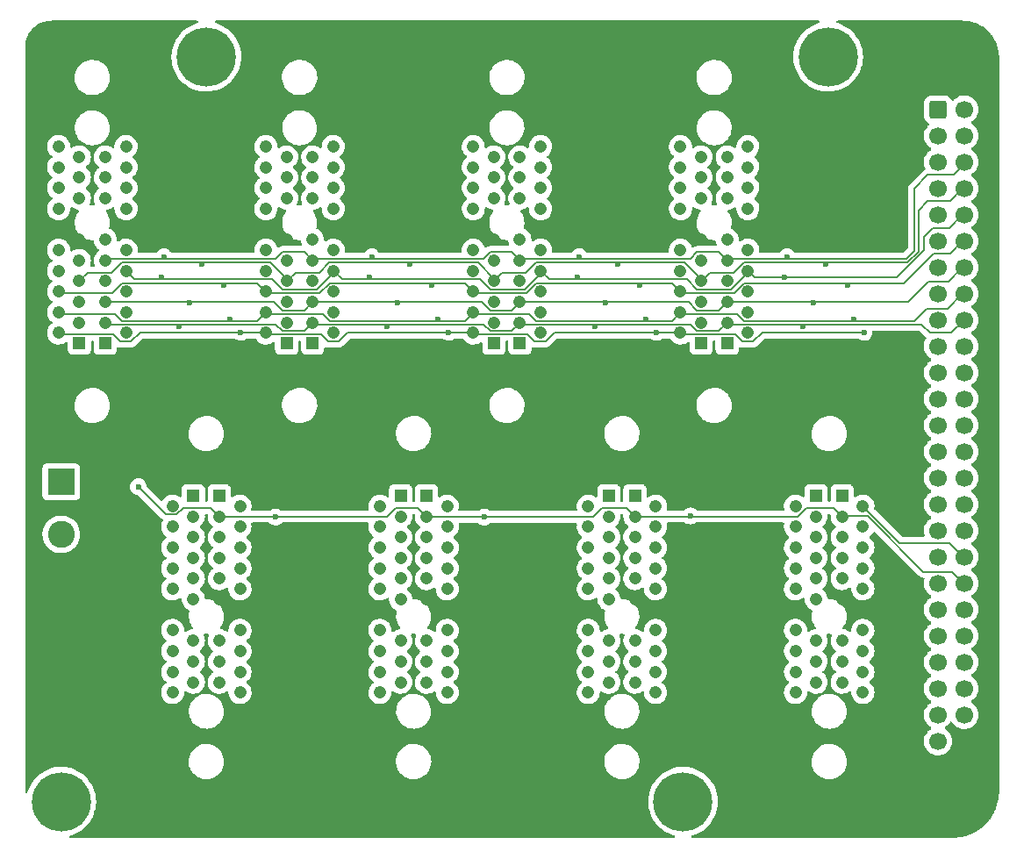
<source format=gbr>
%TF.GenerationSoftware,KiCad,Pcbnew,(5.99.0-8534-g3fcd0860c1)*%
%TF.CreationDate,2021-01-21T22:08:17+01:00*%
%TF.ProjectId,DRV-Carrier,4452562d-4361-4727-9269-65722e6b6963,rev?*%
%TF.SameCoordinates,Original*%
%TF.FileFunction,Copper,L2,Inr*%
%TF.FilePolarity,Positive*%
%FSLAX46Y46*%
G04 Gerber Fmt 4.6, Leading zero omitted, Abs format (unit mm)*
G04 Created by KiCad (PCBNEW (5.99.0-8534-g3fcd0860c1)) date 2021-01-21 22:08:17*
%MOMM*%
%LPD*%
G01*
G04 APERTURE LIST*
G04 Aperture macros list*
%AMRoundRect*
0 Rectangle with rounded corners*
0 $1 Rounding radius*
0 $2 $3 $4 $5 $6 $7 $8 $9 X,Y pos of 4 corners*
0 Add a 4 corners polygon primitive as box body*
4,1,4,$2,$3,$4,$5,$6,$7,$8,$9,$2,$3,0*
0 Add four circle primitives for the rounded corners*
1,1,$1+$1,$2,$3*
1,1,$1+$1,$4,$5*
1,1,$1+$1,$6,$7*
1,1,$1+$1,$8,$9*
0 Add four rect primitives between the rounded corners*
20,1,$1+$1,$2,$3,$4,$5,0*
20,1,$1+$1,$4,$5,$6,$7,0*
20,1,$1+$1,$6,$7,$8,$9,0*
20,1,$1+$1,$8,$9,$2,$3,0*%
G04 Aperture macros list end*
%TA.AperFunction,ComponentPad*%
%ADD10R,1.208000X1.208000*%
%TD*%
%TA.AperFunction,ComponentPad*%
%ADD11C,1.208000*%
%TD*%
%TA.AperFunction,ComponentPad*%
%ADD12C,5.700000*%
%TD*%
%TA.AperFunction,ComponentPad*%
%ADD13RoundRect,0.250000X-0.600000X-0.600000X0.600000X-0.600000X0.600000X0.600000X-0.600000X0.600000X0*%
%TD*%
%TA.AperFunction,ComponentPad*%
%ADD14C,1.700000*%
%TD*%
%TA.AperFunction,ComponentPad*%
%ADD15R,2.600000X2.600000*%
%TD*%
%TA.AperFunction,ComponentPad*%
%ADD16C,2.600000*%
%TD*%
%TA.AperFunction,ViaPad*%
%ADD17C,0.600000*%
%TD*%
%TA.AperFunction,Conductor*%
%ADD18C,0.127000*%
%TD*%
G04 APERTURE END LIST*
D10*
%TO.N,~MOT8_CS*%
%TO.C,J_MOT8*%
X50750000Y-81650000D03*
D11*
%TO.N,MOT_SPI_MISO*%
X48750000Y-80650000D03*
%TO.N,MOT_SPI_MOSI*%
X50750000Y-79650000D03*
%TO.N,MOT_SPI_SCK*%
X48750000Y-78650000D03*
%TO.N,N/C*%
X50750000Y-77650000D03*
%TO.N,MOT_UART*%
X48750000Y-76650000D03*
%TO.N,CLOCK*%
X50750000Y-75650000D03*
%TO.N,N/C*%
X48750000Y-74650000D03*
X50750000Y-73650000D03*
X48750000Y-72650000D03*
%TO.N,5V*%
X50750000Y-71650000D03*
%TO.N,3.3V*%
X48750000Y-68650000D03*
%TO.N,GND*%
X50750000Y-67650000D03*
X48750000Y-66650000D03*
X50750000Y-65650000D03*
X48750000Y-64650000D03*
X50750000Y-63650000D03*
X48750000Y-62650000D03*
D10*
%TO.N,MOT8_STEP*%
X53250000Y-81650000D03*
D11*
%TO.N,MOT8_DIR*%
X55250000Y-80650000D03*
%TO.N,~MOT_ENABLE*%
X53250000Y-79650000D03*
%TO.N,~MOT8_ALARM*%
X55250000Y-78650000D03*
%TO.N,~MOT_RESET*%
X53250000Y-77650000D03*
%TO.N,N/C*%
X55250000Y-76650000D03*
X53250000Y-75650000D03*
%TO.N,MOT_I2C_SCL*%
X55250000Y-74650000D03*
%TO.N,MOT_I2C_SDA*%
X53250000Y-73650000D03*
%TO.N,N/C*%
X55250000Y-72650000D03*
%TO.N,3.3V*%
X53250000Y-71650000D03*
X55250000Y-68650000D03*
X53250000Y-67650000D03*
%TO.N,V_motors*%
X55250000Y-66650000D03*
X53250000Y-65650000D03*
X55250000Y-64650000D03*
X53250000Y-63650000D03*
X55250000Y-62650000D03*
%TD*%
D12*
%TO.N,N/C*%
%TO.C,H4*%
X109000000Y-125878680D03*
%TD*%
%TO.N,N/C*%
%TO.C,H3*%
X49000000Y-125878680D03*
%TD*%
%TO.N,N/C*%
%TO.C,H2*%
X123000000Y-54000000D03*
%TD*%
D10*
%TO.N,~MOT4_CS*%
%TO.C,J_MOT3*%
X64250000Y-96350000D03*
D11*
%TO.N,MOT_SPI_MISO*%
X66250000Y-97350000D03*
%TO.N,MOT_SPI_MOSI*%
X64250000Y-98350000D03*
%TO.N,MOT_SPI_SCK*%
X66250000Y-99350000D03*
%TO.N,N/C*%
X64250000Y-100350000D03*
%TO.N,MOT_UART*%
X66250000Y-101350000D03*
%TO.N,CLOCK*%
X64250000Y-102350000D03*
%TO.N,N/C*%
X66250000Y-103350000D03*
X64250000Y-104350000D03*
X66250000Y-105350000D03*
%TO.N,5V*%
X64250000Y-106350000D03*
%TO.N,3.3V*%
X66250000Y-109350000D03*
%TO.N,GND*%
X64250000Y-110350000D03*
X66250000Y-111350000D03*
X64250000Y-112350000D03*
X66250000Y-113350000D03*
X64250000Y-114350000D03*
X66250000Y-115350000D03*
D10*
%TO.N,MOT4_STEP*%
X61750000Y-96350000D03*
D11*
%TO.N,MOT4_DIR*%
X59750000Y-97350000D03*
%TO.N,~MOT_ENABLE*%
X61750000Y-98350000D03*
%TO.N,~MOT4_ALARM*%
X59750000Y-99350000D03*
%TO.N,~MOT_RESET*%
X61750000Y-100350000D03*
%TO.N,N/C*%
X59750000Y-101350000D03*
X61750000Y-102350000D03*
%TO.N,MOT_I2C_SCL*%
X59750000Y-103350000D03*
%TO.N,MOT_I2C_SDA*%
X61750000Y-104350000D03*
%TO.N,N/C*%
X59750000Y-105350000D03*
%TO.N,3.3V*%
X61750000Y-106350000D03*
X59750000Y-109350000D03*
%TO.N,GND*%
X61750000Y-110350000D03*
%TO.N,V_motors*%
X59750000Y-111350000D03*
X61750000Y-112350000D03*
X59750000Y-113350000D03*
X61750000Y-114350000D03*
X59750000Y-115350000D03*
%TD*%
D13*
%TO.N,3.3V*%
%TO.C,J2*%
X133600000Y-59080000D03*
D14*
%TO.N,GND*%
X136140000Y-59080000D03*
%TO.N,~MOT6_ALARM*%
X133600000Y-61620000D03*
%TO.N,GND*%
X136140000Y-61620000D03*
%TO.N,MOT6_DIR*%
X133600000Y-64160000D03*
%TO.N,MOT_I2C_SDA*%
X136140000Y-64160000D03*
%TO.N,MOT6_STEP*%
X133600000Y-66700000D03*
%TO.N,CLOCK*%
X136140000Y-66700000D03*
%TO.N,~MOT6_CS*%
X133600000Y-69240000D03*
%TO.N,MOT_I2C_SCL*%
X136140000Y-69240000D03*
%TO.N,~MOT7_ALARM*%
X133600000Y-71780000D03*
%TO.N,MOT_UART*%
X136140000Y-71780000D03*
%TO.N,MOT7_DIR*%
X133600000Y-74320000D03*
%TO.N,~MOT_RESET*%
X136140000Y-74320000D03*
%TO.N,MOT7_STEP*%
X133600000Y-76860000D03*
%TO.N,MOT_SPI_SCK*%
X136140000Y-76860000D03*
%TO.N,~MOT7_CS*%
X133600000Y-79400000D03*
%TO.N,~MOT_ENABLE*%
X136140000Y-79400000D03*
%TO.N,~MOT8_ALARM*%
X133600000Y-81940000D03*
%TO.N,~MOT5_ALARM*%
X136140000Y-81940000D03*
%TO.N,MOT8_DIR*%
X133600000Y-84480000D03*
%TO.N,MOT5_DIR*%
X136140000Y-84480000D03*
%TO.N,MOT8_STEP*%
X133600000Y-87020000D03*
%TO.N,MOT5_STEP*%
X136140000Y-87020000D03*
%TO.N,~MOT8_CS*%
X133600000Y-89560000D03*
%TO.N,~MOT5_CS*%
X136140000Y-89560000D03*
%TO.N,~MOT4_ALARM*%
X133600000Y-92100000D03*
%TO.N,~MOT1_ALARM*%
X136140000Y-92100000D03*
%TO.N,MOT4_DIR*%
X133600000Y-94640000D03*
%TO.N,MOT1_DIR*%
X136140000Y-94640000D03*
%TO.N,MOT4_STEP*%
X133600000Y-97180000D03*
%TO.N,MOT1_STEP*%
X136140000Y-97180000D03*
%TO.N,~MOT4_CS*%
X133600000Y-99720000D03*
%TO.N,~MOT1_CS*%
X136140000Y-99720000D03*
%TO.N,~MOT3_ALARM*%
X133600000Y-102260000D03*
%TO.N,MOT_SPI_MISO*%
X136140000Y-102260000D03*
%TO.N,MOT3_DIR*%
X133600000Y-104800000D03*
%TO.N,MOT_SPI_MOSI*%
X136140000Y-104800000D03*
%TO.N,MOT3_STEP*%
X133600000Y-107340000D03*
%TO.N,N/C*%
X136140000Y-107340000D03*
%TO.N,~MOT3_CS*%
X133600000Y-109880000D03*
%TO.N,N/C*%
X136140000Y-109880000D03*
%TO.N,~MOT2_ALARM*%
X133600000Y-112420000D03*
%TO.N,N/C*%
X136140000Y-112420000D03*
%TO.N,MOT2_DIR*%
X133600000Y-114960000D03*
%TO.N,GND*%
X136140000Y-114960000D03*
%TO.N,MOT2_STEP*%
X133600000Y-117500000D03*
%TO.N,3.3V*%
X136140000Y-117500000D03*
%TO.N,~MOT2_CS*%
X133600000Y-120040000D03*
%TO.N,5V*%
X136140000Y-120040000D03*
%TD*%
D12*
%TO.N,N/C*%
%TO.C,H1*%
X63000000Y-54000000D03*
%TD*%
D10*
%TO.N,~MOT5_CS*%
%TO.C,J_MOT5*%
X110750000Y-81650000D03*
D11*
%TO.N,MOT_SPI_MISO*%
X108750000Y-80650000D03*
%TO.N,MOT_SPI_MOSI*%
X110750000Y-79650000D03*
%TO.N,MOT_SPI_SCK*%
X108750000Y-78650000D03*
%TO.N,N/C*%
X110750000Y-77650000D03*
%TO.N,MOT_UART*%
X108750000Y-76650000D03*
%TO.N,CLOCK*%
X110750000Y-75650000D03*
%TO.N,N/C*%
X108750000Y-74650000D03*
X110750000Y-73650000D03*
X108750000Y-72650000D03*
%TO.N,5V*%
X110750000Y-71650000D03*
%TO.N,GND*%
X108750000Y-68650000D03*
X110750000Y-67650000D03*
X108750000Y-66650000D03*
X110750000Y-65650000D03*
X108750000Y-64650000D03*
X110750000Y-63650000D03*
X108750000Y-62650000D03*
D10*
%TO.N,MOT5_STEP*%
X113250000Y-81650000D03*
D11*
%TO.N,MOT5_DIR*%
X115250000Y-80650000D03*
%TO.N,~MOT_ENABLE*%
X113250000Y-79650000D03*
%TO.N,~MOT5_ALARM*%
X115250000Y-78650000D03*
%TO.N,~MOT_RESET*%
X113250000Y-77650000D03*
%TO.N,N/C*%
X115250000Y-76650000D03*
X113250000Y-75650000D03*
%TO.N,MOT_I2C_SCL*%
X115250000Y-74650000D03*
%TO.N,MOT_I2C_SDA*%
X113250000Y-73650000D03*
%TO.N,N/C*%
X115250000Y-72650000D03*
%TO.N,3.3V*%
X113250000Y-71650000D03*
%TO.N,GND*%
X115250000Y-68650000D03*
%TO.N,3.3V*%
X113250000Y-67650000D03*
%TO.N,V_motors*%
X115250000Y-66650000D03*
X113250000Y-65650000D03*
X115250000Y-64650000D03*
X113250000Y-63650000D03*
X115250000Y-62650000D03*
%TD*%
D10*
%TO.N,~MOT3_CS*%
%TO.C,J_MOT2*%
X84250000Y-96350000D03*
D11*
%TO.N,MOT_SPI_MISO*%
X86250000Y-97350000D03*
%TO.N,MOT_SPI_MOSI*%
X84250000Y-98350000D03*
%TO.N,MOT_SPI_SCK*%
X86250000Y-99350000D03*
%TO.N,N/C*%
X84250000Y-100350000D03*
%TO.N,MOT_UART*%
X86250000Y-101350000D03*
%TO.N,CLOCK*%
X84250000Y-102350000D03*
%TO.N,N/C*%
X86250000Y-103350000D03*
X84250000Y-104350000D03*
X86250000Y-105350000D03*
%TO.N,5V*%
X84250000Y-106350000D03*
%TO.N,3.3V*%
X86250000Y-109350000D03*
%TO.N,GND*%
X84250000Y-110350000D03*
X86250000Y-111350000D03*
X84250000Y-112350000D03*
X86250000Y-113350000D03*
X84250000Y-114350000D03*
X86250000Y-115350000D03*
D10*
%TO.N,MOT3_STEP*%
X81750000Y-96350000D03*
D11*
%TO.N,MOT3_DIR*%
X79750000Y-97350000D03*
%TO.N,~MOT_ENABLE*%
X81750000Y-98350000D03*
%TO.N,~MOT3_ALARM*%
X79750000Y-99350000D03*
%TO.N,~MOT_RESET*%
X81750000Y-100350000D03*
%TO.N,N/C*%
X79750000Y-101350000D03*
X81750000Y-102350000D03*
%TO.N,MOT_I2C_SCL*%
X79750000Y-103350000D03*
%TO.N,MOT_I2C_SDA*%
X81750000Y-104350000D03*
%TO.N,N/C*%
X79750000Y-105350000D03*
%TO.N,3.3V*%
X81750000Y-106350000D03*
%TO.N,GND*%
X79750000Y-109350000D03*
X81750000Y-110350000D03*
%TO.N,V_motors*%
X79750000Y-111350000D03*
X81750000Y-112350000D03*
X79750000Y-113350000D03*
X81750000Y-114350000D03*
X79750000Y-115350000D03*
%TD*%
D15*
%TO.N,V_motors*%
%TO.C,J1*%
X49000000Y-95000000D03*
D16*
%TO.N,GND*%
X49000000Y-100080000D03*
%TD*%
D10*
%TO.N,~MOT6_CS*%
%TO.C,J_MOT6*%
X90750000Y-81650000D03*
D11*
%TO.N,MOT_SPI_MISO*%
X88750000Y-80650000D03*
%TO.N,MOT_SPI_MOSI*%
X90750000Y-79650000D03*
%TO.N,MOT_SPI_SCK*%
X88750000Y-78650000D03*
%TO.N,N/C*%
X90750000Y-77650000D03*
%TO.N,MOT_UART*%
X88750000Y-76650000D03*
%TO.N,CLOCK*%
X90750000Y-75650000D03*
%TO.N,N/C*%
X88750000Y-74650000D03*
X90750000Y-73650000D03*
X88750000Y-72650000D03*
%TO.N,5V*%
X90750000Y-71650000D03*
%TO.N,GND*%
X88750000Y-68650000D03*
X90750000Y-67650000D03*
X88750000Y-66650000D03*
X90750000Y-65650000D03*
X88750000Y-64650000D03*
X90750000Y-63650000D03*
X88750000Y-62650000D03*
D10*
%TO.N,MOT6_STEP*%
X93250000Y-81650000D03*
D11*
%TO.N,MOT6_DIR*%
X95250000Y-80650000D03*
%TO.N,~MOT_ENABLE*%
X93250000Y-79650000D03*
%TO.N,~MOT6_ALARM*%
X95250000Y-78650000D03*
%TO.N,~MOT_RESET*%
X93250000Y-77650000D03*
%TO.N,N/C*%
X95250000Y-76650000D03*
X93250000Y-75650000D03*
%TO.N,MOT_I2C_SCL*%
X95250000Y-74650000D03*
%TO.N,MOT_I2C_SDA*%
X93250000Y-73650000D03*
%TO.N,N/C*%
X95250000Y-72650000D03*
%TO.N,3.3V*%
X93250000Y-71650000D03*
X95250000Y-68650000D03*
X93250000Y-67650000D03*
%TO.N,V_motors*%
X95250000Y-66650000D03*
X93250000Y-65650000D03*
X95250000Y-64650000D03*
X93250000Y-63650000D03*
X95250000Y-62650000D03*
%TD*%
D10*
%TO.N,~MOT7_CS*%
%TO.C,J_MOT7*%
X70750000Y-81650000D03*
D11*
%TO.N,MOT_SPI_MISO*%
X68750000Y-80650000D03*
%TO.N,MOT_SPI_MOSI*%
X70750000Y-79650000D03*
%TO.N,MOT_SPI_SCK*%
X68750000Y-78650000D03*
%TO.N,N/C*%
X70750000Y-77650000D03*
%TO.N,MOT_UART*%
X68750000Y-76650000D03*
%TO.N,CLOCK*%
X70750000Y-75650000D03*
%TO.N,N/C*%
X68750000Y-74650000D03*
X70750000Y-73650000D03*
X68750000Y-72650000D03*
%TO.N,5V*%
X70750000Y-71650000D03*
%TO.N,3.3V*%
X68750000Y-68650000D03*
%TO.N,GND*%
X70750000Y-67650000D03*
X68750000Y-66650000D03*
X70750000Y-65650000D03*
X68750000Y-64650000D03*
X70750000Y-63650000D03*
X68750000Y-62650000D03*
D10*
%TO.N,MOT7_STEP*%
X73250000Y-81650000D03*
D11*
%TO.N,MOT7_DIR*%
X75250000Y-80650000D03*
%TO.N,~MOT_ENABLE*%
X73250000Y-79650000D03*
%TO.N,~MOT7_ALARM*%
X75250000Y-78650000D03*
%TO.N,~MOT_RESET*%
X73250000Y-77650000D03*
%TO.N,N/C*%
X75250000Y-76650000D03*
X73250000Y-75650000D03*
%TO.N,MOT_I2C_SCL*%
X75250000Y-74650000D03*
%TO.N,MOT_I2C_SDA*%
X73250000Y-73650000D03*
%TO.N,N/C*%
X75250000Y-72650000D03*
%TO.N,3.3V*%
X73250000Y-71650000D03*
%TO.N,GND*%
X75250000Y-68650000D03*
%TO.N,3.3V*%
X73250000Y-67650000D03*
%TO.N,V_motors*%
X75250000Y-66650000D03*
X73250000Y-65650000D03*
X75250000Y-64650000D03*
X73250000Y-63650000D03*
X75250000Y-62650000D03*
%TD*%
D10*
%TO.N,~MOT1_CS*%
%TO.C,J_MOT1*%
X124350000Y-96350000D03*
D11*
%TO.N,MOT_SPI_MISO*%
X126350000Y-97350000D03*
%TO.N,MOT_SPI_MOSI*%
X124350000Y-98350000D03*
%TO.N,MOT_SPI_SCK*%
X126350000Y-99350000D03*
%TO.N,N/C*%
X124350000Y-100350000D03*
%TO.N,MOT_UART*%
X126350000Y-101350000D03*
%TO.N,CLOCK*%
X124350000Y-102350000D03*
%TO.N,N/C*%
X126350000Y-103350000D03*
X124350000Y-104350000D03*
X126350000Y-105350000D03*
%TO.N,5V*%
X124350000Y-106350000D03*
%TO.N,GND*%
X126350000Y-109350000D03*
X124350000Y-110350000D03*
X126350000Y-111350000D03*
X124350000Y-112350000D03*
X126350000Y-113350000D03*
X124350000Y-114350000D03*
X126350000Y-115350000D03*
D10*
%TO.N,MOT1_STEP*%
X121850000Y-96350000D03*
D11*
%TO.N,MOT1_DIR*%
X119850000Y-97350000D03*
%TO.N,~MOT_ENABLE*%
X121850000Y-98350000D03*
%TO.N,~MOT1_ALARM*%
X119850000Y-99350000D03*
%TO.N,~MOT_RESET*%
X121850000Y-100350000D03*
%TO.N,N/C*%
X119850000Y-101350000D03*
X121850000Y-102350000D03*
%TO.N,MOT_I2C_SCL*%
X119850000Y-103350000D03*
%TO.N,MOT_I2C_SDA*%
X121850000Y-104350000D03*
%TO.N,N/C*%
X119850000Y-105350000D03*
%TO.N,3.3V*%
X121850000Y-106350000D03*
%TO.N,GND*%
X119850000Y-109350000D03*
X121850000Y-110350000D03*
%TO.N,V_motors*%
X119850000Y-111350000D03*
X121850000Y-112350000D03*
X119850000Y-113350000D03*
X121850000Y-114350000D03*
X119850000Y-115350000D03*
%TD*%
D10*
%TO.N,~MOT2_CS*%
%TO.C,J_MOT4*%
X104350000Y-96350000D03*
D11*
%TO.N,MOT_SPI_MISO*%
X106350000Y-97350000D03*
%TO.N,MOT_SPI_MOSI*%
X104350000Y-98350000D03*
%TO.N,MOT_SPI_SCK*%
X106350000Y-99350000D03*
%TO.N,N/C*%
X104350000Y-100350000D03*
%TO.N,MOT_UART*%
X106350000Y-101350000D03*
%TO.N,CLOCK*%
X104350000Y-102350000D03*
%TO.N,N/C*%
X106350000Y-103350000D03*
X104350000Y-104350000D03*
X106350000Y-105350000D03*
%TO.N,5V*%
X104350000Y-106350000D03*
%TO.N,GND*%
X106350000Y-109350000D03*
X104350000Y-110350000D03*
X106350000Y-111350000D03*
X104350000Y-112350000D03*
X106350000Y-113350000D03*
X104350000Y-114350000D03*
X106350000Y-115350000D03*
D10*
%TO.N,MOT2_STEP*%
X101850000Y-96350000D03*
D11*
%TO.N,MOT2_DIR*%
X99850000Y-97350000D03*
%TO.N,~MOT_ENABLE*%
X101850000Y-98350000D03*
%TO.N,~MOT2_ALARM*%
X99850000Y-99350000D03*
%TO.N,~MOT_RESET*%
X101850000Y-100350000D03*
%TO.N,N/C*%
X99850000Y-101350000D03*
X101850000Y-102350000D03*
%TO.N,MOT_I2C_SCL*%
X99850000Y-103350000D03*
%TO.N,MOT_I2C_SDA*%
X101850000Y-104350000D03*
%TO.N,N/C*%
X99850000Y-105350000D03*
%TO.N,3.3V*%
X101850000Y-106350000D03*
X99850000Y-109350000D03*
%TO.N,GND*%
X101850000Y-110350000D03*
%TO.N,V_motors*%
X99850000Y-111350000D03*
X101850000Y-112350000D03*
X99850000Y-113350000D03*
X101850000Y-114350000D03*
X99850000Y-115350000D03*
%TD*%
D17*
%TO.N,MOT_SPI_MOSI*%
X56449595Y-95496387D03*
X109700000Y-98300000D03*
X89800000Y-98400000D03*
X69700000Y-98400000D03*
%TO.N,MOT_I2C_SCL*%
X118800000Y-75300000D03*
X98800000Y-75300000D03*
X78700000Y-75300000D03*
X58700000Y-75300000D03*
%TO.N,MOT_I2C_SDA*%
X99000000Y-73300000D03*
%TO.N,MOT_UART*%
X104800000Y-76000000D03*
%TO.N,CLOCK*%
X102700000Y-74000000D03*
%TO.N,MOT_I2C_SDA*%
X119050000Y-73300000D03*
%TO.N,MOT_UART*%
X124850000Y-76000000D03*
%TO.N,~MOT_RESET*%
X121550000Y-77700000D03*
%TO.N,MOT_SPI_MISO*%
X126450000Y-80600000D03*
%TO.N,CLOCK*%
X122750000Y-74000000D03*
%TO.N,~MOT_ENABLE*%
X120550000Y-80000000D03*
%TO.N,MOT_SPI_SCK*%
X125450000Y-79300000D03*
%TO.N,~MOT_ENABLE*%
X100500000Y-80000000D03*
%TO.N,MOT_SPI_MISO*%
X106400000Y-80600000D03*
%TO.N,MOT_SPI_SCK*%
X105400000Y-79300000D03*
%TO.N,~MOT_RESET*%
X101500000Y-77700000D03*
%TO.N,MOT_I2C_SDA*%
X78950000Y-73300000D03*
%TO.N,MOT_UART*%
X84750000Y-76000000D03*
%TO.N,CLOCK*%
X82650000Y-74000000D03*
%TO.N,~MOT_ENABLE*%
X80450000Y-80000000D03*
%TO.N,MOT_SPI_MISO*%
X86350000Y-80600000D03*
%TO.N,MOT_SPI_SCK*%
X85350000Y-79300000D03*
%TO.N,~MOT_RESET*%
X81450000Y-77700000D03*
%TO.N,MOT_I2C_SDA*%
X58900000Y-73300000D03*
%TO.N,MOT_UART*%
X64700000Y-76000000D03*
%TO.N,CLOCK*%
X62600000Y-74000000D03*
%TO.N,MOT_SPI_MISO*%
X66300000Y-80600000D03*
%TO.N,MOT_SPI_SCK*%
X65300000Y-79300000D03*
%TO.N,~MOT_RESET*%
X61400000Y-77700000D03*
%TO.N,~MOT_ENABLE*%
X60400000Y-80000000D03*
%TD*%
D18*
%TO.N,MOT_SPI_MOSI*%
X59123119Y-98169911D02*
X56449595Y-95496387D01*
X64250000Y-98350000D02*
X63430089Y-97530089D01*
X63430089Y-97530089D02*
X60783380Y-97530089D01*
X60783380Y-97530089D02*
X60143558Y-98169911D01*
X60143558Y-98169911D02*
X59123119Y-98169911D01*
%TO.N,~MOT_ENABLE*%
X129669911Y-79830089D02*
X132030089Y-79830089D01*
X132030089Y-79830089D02*
X132850000Y-80650000D01*
X132850000Y-80650000D02*
X134890000Y-80650000D01*
X134890000Y-80650000D02*
X136140000Y-79400000D01*
%TO.N,MOT_SPI_MOSI*%
X80450000Y-98350000D02*
X64250000Y-98350000D01*
X84250000Y-98350000D02*
X83430089Y-97530089D01*
X83430089Y-97530089D02*
X81269911Y-97530089D01*
X81269911Y-97530089D02*
X80450000Y-98350000D01*
X104350000Y-98350000D02*
X103530089Y-97530089D01*
X103530089Y-97530089D02*
X101169911Y-97530089D01*
X101169911Y-97530089D02*
X100300000Y-98400000D01*
X100300000Y-98400000D02*
X84300000Y-98400000D01*
X84300000Y-98400000D02*
X84250000Y-98350000D01*
X120050000Y-98350000D02*
X104350000Y-98350000D01*
X124350000Y-98350000D02*
X123530089Y-97530089D01*
X123530089Y-97530089D02*
X120869911Y-97530089D01*
X120869911Y-97530089D02*
X120050000Y-98350000D01*
X136000000Y-104760000D02*
X134934089Y-103694089D01*
X126800000Y-98300000D02*
X124400000Y-98300000D01*
X134934089Y-103694089D02*
X132194089Y-103694089D01*
X132194089Y-103694089D02*
X126800000Y-98300000D01*
X124400000Y-98300000D02*
X124350000Y-98350000D01*
%TO.N,MOT_SPI_MISO*%
X129900000Y-100900000D02*
X126350000Y-97350000D01*
X136000000Y-102220000D02*
X134680000Y-100900000D01*
X134680000Y-100900000D02*
X129900000Y-100900000D01*
%TO.N,MOT_I2C_SCL*%
X130245146Y-74650000D02*
X130547573Y-74347573D01*
X129595146Y-75300000D02*
X130547573Y-74347573D01*
X130547573Y-74347573D02*
X132261225Y-72633921D01*
X118800000Y-75300000D02*
X129595146Y-75300000D01*
X115250000Y-74650000D02*
X115900000Y-75300000D01*
X115900000Y-75300000D02*
X118800000Y-75300000D01*
%TO.N,MOT_I2C_SDA*%
X136000000Y-64500000D02*
X136000000Y-64120000D01*
X113470204Y-73469911D02*
X130530089Y-73469911D01*
X113290115Y-73650000D02*
X113470204Y-73469911D01*
X130530089Y-73469911D02*
X131300000Y-72700000D01*
X131300000Y-72700000D02*
X131300000Y-66700000D01*
X131300000Y-66700000D02*
X132600000Y-65400000D01*
X132600000Y-65400000D02*
X135100000Y-65400000D01*
X135100000Y-65400000D02*
X136000000Y-64500000D01*
%TO.N,MOT_I2C_SCL*%
X134688775Y-70511225D02*
X136000000Y-69200000D01*
%TO.N,CLOCK*%
X111610026Y-74830089D02*
X113870204Y-74830089D01*
%TO.N,MOT_I2C_SCL*%
X133111225Y-70511225D02*
X134688775Y-70511225D01*
X132261225Y-71361225D02*
X133111225Y-70511225D01*
%TO.N,CLOCK*%
X134760000Y-67900000D02*
X136000000Y-66660000D01*
%TO.N,MOT_I2C_SCL*%
X132261225Y-72633921D02*
X132261225Y-71361225D01*
%TO.N,CLOCK*%
X131700000Y-72800000D02*
X131700000Y-68800000D01*
X110790115Y-75650000D02*
X111610026Y-74830089D01*
X113870204Y-74830089D02*
X114870204Y-73830089D01*
X114870204Y-73830089D02*
X130669911Y-73830089D01*
X130669911Y-73830089D02*
X131700000Y-72800000D01*
X131700000Y-68800000D02*
X132600000Y-67900000D01*
X132600000Y-67900000D02*
X134760000Y-67900000D01*
%TO.N,MOT_UART*%
X130332362Y-75830089D02*
X133181225Y-72981225D01*
X133181225Y-72981225D02*
X134758775Y-72981225D01*
X134758775Y-72981225D02*
X136000000Y-71740000D01*
X108790115Y-76650000D02*
X108940115Y-76800000D01*
X108940115Y-76800000D02*
X113926645Y-76800000D01*
X113926645Y-76800000D02*
X114896557Y-75830089D01*
X114896557Y-75830089D02*
X130332362Y-75830089D01*
%TO.N,~MOT_RESET*%
X134580000Y-75700000D02*
X136000000Y-74280000D01*
X130750000Y-77650000D02*
X132700000Y-75700000D01*
X113290115Y-77650000D02*
X130750000Y-77650000D01*
X132700000Y-75700000D02*
X134580000Y-75700000D01*
%TO.N,MOT_SPI_SCK*%
X134520000Y-78300000D02*
X136000000Y-76820000D01*
X108790115Y-78650000D02*
X108940115Y-78800000D01*
X131330089Y-79469911D02*
X132505911Y-78294089D01*
X108940115Y-78800000D02*
X114226645Y-78800000D01*
X114226645Y-78800000D02*
X114896557Y-79469911D01*
X114896557Y-79469911D02*
X131330089Y-79469911D01*
X132505911Y-78294089D02*
X134394089Y-78294089D01*
X134394089Y-78294089D02*
X134400000Y-78300000D01*
X134400000Y-78300000D02*
X134520000Y-78300000D01*
%TO.N,MOT_SPI_MISO*%
X116640115Y-80600000D02*
X126450000Y-80600000D01*
%TO.N,~MOT_ENABLE*%
X129669911Y-79830089D02*
X113470204Y-79830089D01*
X93420204Y-79830089D02*
X93240115Y-79650000D01*
X109706735Y-79830089D02*
X93420204Y-79830089D01*
X110346557Y-80469911D02*
X109706735Y-79830089D01*
X112420204Y-80469911D02*
X110346557Y-80469911D01*
%TO.N,MOT_UART*%
X108740115Y-76650000D02*
X108839437Y-76749322D01*
%TO.N,~MOT_ENABLE*%
X113470204Y-79830089D02*
X113290115Y-79650000D01*
%TO.N,MOT_SPI_MISO*%
X116640115Y-80600000D02*
X115770204Y-81469911D01*
X114706666Y-81469911D02*
X114036755Y-80800000D01*
X115770204Y-81469911D02*
X114706666Y-81469911D01*
X114036755Y-80800000D02*
X108940115Y-80800000D01*
X108940115Y-80800000D02*
X108790115Y-80650000D01*
%TO.N,~MOT_ENABLE*%
X112420204Y-80469911D02*
X110360026Y-80469911D01*
X113240115Y-79650000D02*
X112420204Y-80469911D01*
%TO.N,MOT_SPI_SCK*%
X94846557Y-79469911D02*
X107920204Y-79469911D01*
X107920204Y-79469911D02*
X108740115Y-78650000D01*
X88740115Y-78650000D02*
X88890115Y-78800000D01*
X94176645Y-78800000D02*
X94846557Y-79469911D01*
X88890115Y-78800000D02*
X94176645Y-78800000D01*
%TO.N,MOT_SPI_MISO*%
X93986755Y-80800000D02*
X88890115Y-80800000D01*
X88890115Y-80800000D02*
X88740115Y-80650000D01*
X96590115Y-80600000D02*
X95720204Y-81469911D01*
X108740115Y-80650000D02*
X108690115Y-80600000D01*
X108690115Y-80600000D02*
X96590115Y-80600000D01*
X95720204Y-81469911D02*
X94656666Y-81469911D01*
X94656666Y-81469911D02*
X93986755Y-80800000D01*
%TO.N,MOT_UART*%
X107920204Y-75830089D02*
X94846557Y-75830089D01*
X88890115Y-76800000D02*
X88740115Y-76650000D01*
X94846557Y-75830089D02*
X93876645Y-76800000D01*
X93876645Y-76800000D02*
X88890115Y-76800000D01*
X108740115Y-76650000D02*
X107920204Y-75830089D01*
%TO.N,MOT_I2C_SCL*%
X113633673Y-76469911D02*
X110346557Y-76469911D01*
X113633673Y-76469911D02*
X113550026Y-76469911D01*
X115240115Y-74863469D02*
X113633673Y-76469911D01*
X110346557Y-76469911D02*
X109346557Y-75469911D01*
X115240115Y-74650000D02*
X115240115Y-74863469D01*
X96060026Y-75469911D02*
X95240115Y-74650000D01*
X109346557Y-75469911D02*
X96060026Y-75469911D01*
%TO.N,MOT_I2C_SDA*%
X110346557Y-72830089D02*
X112420204Y-72830089D01*
X112420204Y-72830089D02*
X113240115Y-73650000D01*
X109706735Y-73469911D02*
X110346557Y-72830089D01*
X93240115Y-73650000D02*
X93420204Y-73469911D01*
X93420204Y-73469911D02*
X109706735Y-73469911D01*
%TO.N,CLOCK*%
X91560026Y-74830089D02*
X93820204Y-74830089D01*
X109133673Y-73830089D02*
X110740115Y-75436531D01*
X90740115Y-75650000D02*
X91560026Y-74830089D01*
X94820204Y-73830089D02*
X109133673Y-73830089D01*
X93820204Y-74830089D02*
X94820204Y-73830089D01*
X110740115Y-75436531D02*
X110740115Y-75650000D01*
%TO.N,~MOT_RESET*%
X109526646Y-77650000D02*
X110346557Y-78469911D01*
X110346557Y-78469911D02*
X110460026Y-78469911D01*
X110346557Y-78469911D02*
X112420204Y-78469911D01*
X93240115Y-77650000D02*
X109526646Y-77650000D01*
X112420204Y-78469911D02*
X113240115Y-77650000D01*
%TO.N,~MOT_ENABLE*%
X73480089Y-79830089D02*
X73300000Y-79650000D01*
X89766620Y-79830089D02*
X73480089Y-79830089D01*
X90406442Y-80469911D02*
X89766620Y-79830089D01*
X92480089Y-80469911D02*
X90406442Y-80469911D01*
%TO.N,MOT_UART*%
X88800000Y-76650000D02*
X88899322Y-76749322D01*
%TO.N,~MOT_ENABLE*%
X92480089Y-80469911D02*
X90419911Y-80469911D01*
X93300000Y-79650000D02*
X92480089Y-80469911D01*
%TO.N,MOT_SPI_SCK*%
X74906442Y-79469911D02*
X87980089Y-79469911D01*
X87980089Y-79469911D02*
X88800000Y-78650000D01*
X68800000Y-78650000D02*
X68950000Y-78800000D01*
X74236530Y-78800000D02*
X74906442Y-79469911D01*
X68950000Y-78800000D02*
X74236530Y-78800000D01*
%TO.N,MOT_SPI_MISO*%
X74046640Y-80800000D02*
X68950000Y-80800000D01*
X68950000Y-80800000D02*
X68800000Y-80650000D01*
X76650000Y-80600000D02*
X75780089Y-81469911D01*
X88800000Y-80650000D02*
X88750000Y-80600000D01*
X88750000Y-80600000D02*
X76650000Y-80600000D01*
X75780089Y-81469911D02*
X74716551Y-81469911D01*
X74716551Y-81469911D02*
X74046640Y-80800000D01*
%TO.N,MOT_UART*%
X87980089Y-75830089D02*
X74906442Y-75830089D01*
X68950000Y-76800000D02*
X68800000Y-76650000D01*
X74906442Y-75830089D02*
X73936530Y-76800000D01*
X73936530Y-76800000D02*
X68950000Y-76800000D01*
X88800000Y-76650000D02*
X87980089Y-75830089D01*
%TO.N,MOT_I2C_SCL*%
X93693558Y-76469911D02*
X90406442Y-76469911D01*
X93693558Y-76469911D02*
X93609911Y-76469911D01*
X95300000Y-74863469D02*
X93693558Y-76469911D01*
X90406442Y-76469911D02*
X89406442Y-75469911D01*
X95300000Y-74650000D02*
X95300000Y-74863469D01*
X76119911Y-75469911D02*
X75300000Y-74650000D01*
X89406442Y-75469911D02*
X76119911Y-75469911D01*
%TO.N,MOT_I2C_SDA*%
X90406442Y-72830089D02*
X92480089Y-72830089D01*
X92480089Y-72830089D02*
X93300000Y-73650000D01*
X89766620Y-73469911D02*
X90406442Y-72830089D01*
X73300000Y-73650000D02*
X73480089Y-73469911D01*
X73480089Y-73469911D02*
X89766620Y-73469911D01*
%TO.N,CLOCK*%
X71619911Y-74830089D02*
X73880089Y-74830089D01*
X89193558Y-73830089D02*
X90800000Y-75436531D01*
X70800000Y-75650000D02*
X71619911Y-74830089D01*
X74880089Y-73830089D02*
X89193558Y-73830089D01*
X73880089Y-74830089D02*
X74880089Y-73830089D01*
X90800000Y-75436531D02*
X90800000Y-75650000D01*
%TO.N,~MOT_RESET*%
X89586531Y-77650000D02*
X90406442Y-78469911D01*
X90406442Y-78469911D02*
X90519911Y-78469911D01*
X90406442Y-78469911D02*
X92480089Y-78469911D01*
X73300000Y-77650000D02*
X89586531Y-77650000D01*
X92480089Y-78469911D02*
X93300000Y-77650000D01*
%TO.N,MOT_SPI_MISO*%
X48900000Y-80800000D02*
X48750000Y-80650000D01*
X68750000Y-80650000D02*
X68700000Y-80600000D01*
X54666551Y-81469911D02*
X53996640Y-80800000D01*
X68700000Y-80600000D02*
X56600000Y-80600000D01*
X55730089Y-81469911D02*
X54666551Y-81469911D01*
X56600000Y-80600000D02*
X55730089Y-81469911D01*
X53996640Y-80800000D02*
X48900000Y-80800000D01*
%TO.N,~MOT_ENABLE*%
X53430089Y-79830089D02*
X53250000Y-79650000D01*
X72430089Y-80469911D02*
X70356442Y-80469911D01*
X70356442Y-80469911D02*
X69716620Y-79830089D01*
X69716620Y-79830089D02*
X53430089Y-79830089D01*
X72430089Y-80469911D02*
X70369911Y-80469911D01*
X73250000Y-79650000D02*
X72430089Y-80469911D01*
%TO.N,MOT_SPI_SCK*%
X67930089Y-79469911D02*
X68750000Y-78650000D01*
X48750000Y-78650000D02*
X48900000Y-78800000D01*
X54186530Y-78800000D02*
X54856442Y-79469911D01*
X48900000Y-78800000D02*
X54186530Y-78800000D01*
X54856442Y-79469911D02*
X67930089Y-79469911D01*
%TO.N,~MOT_RESET*%
X70356442Y-78469911D02*
X70469911Y-78469911D01*
X53250000Y-77650000D02*
X69536531Y-77650000D01*
X69536531Y-77650000D02*
X70356442Y-78469911D01*
X70356442Y-78469911D02*
X72430089Y-78469911D01*
X72430089Y-78469911D02*
X73250000Y-77650000D01*
%TO.N,MOT_UART*%
X48900000Y-76800000D02*
X48750000Y-76650000D01*
X68750000Y-76650000D02*
X67930089Y-75830089D01*
X67930089Y-75830089D02*
X54856442Y-75830089D01*
X54856442Y-75830089D02*
X53886530Y-76800000D01*
X53886530Y-76800000D02*
X48900000Y-76800000D01*
%TO.N,MOT_I2C_SCL*%
X73643558Y-76469911D02*
X73559911Y-76469911D01*
X70356442Y-76469911D02*
X69356442Y-75469911D01*
X75250000Y-74650000D02*
X75250000Y-74863469D01*
X75250000Y-74863469D02*
X73643558Y-76469911D01*
X73643558Y-76469911D02*
X70356442Y-76469911D01*
X69356442Y-75469911D02*
X56069911Y-75469911D01*
X56069911Y-75469911D02*
X55250000Y-74650000D01*
%TO.N,MOT_I2C_SDA*%
X53250000Y-73650000D02*
X53430089Y-73469911D01*
X53430089Y-73469911D02*
X69716620Y-73469911D01*
X69716620Y-73469911D02*
X70356442Y-72830089D01*
X72430089Y-72830089D02*
X73250000Y-73650000D01*
X70356442Y-72830089D02*
X72430089Y-72830089D01*
%TO.N,CLOCK*%
X69143558Y-73830089D02*
X70750000Y-75436531D01*
X53830089Y-74830089D02*
X54830089Y-73830089D01*
X70750000Y-75436531D02*
X70750000Y-75650000D01*
X51569911Y-74830089D02*
X53830089Y-74830089D01*
X54830089Y-73830089D02*
X69143558Y-73830089D01*
X50750000Y-75650000D02*
X51569911Y-74830089D01*
%TO.N,MOT_UART*%
X68750000Y-76650000D02*
X68849322Y-76749322D01*
%TD*%
%TA.AperFunction,Conductor*%
%TO.N,5V*%
G36*
X62148801Y-50528002D02*
G01*
X62195294Y-50581658D01*
X62205398Y-50651932D01*
X62175904Y-50716512D01*
X62116178Y-50754896D01*
X62113414Y-50755602D01*
X62113422Y-50755633D01*
X62110139Y-50756537D01*
X62106802Y-50757265D01*
X61761813Y-50872697D01*
X61431309Y-51024712D01*
X61428375Y-51026468D01*
X61428373Y-51026469D01*
X61424527Y-51028771D01*
X61119155Y-51211532D01*
X60829003Y-51430972D01*
X60826521Y-51433311D01*
X60826515Y-51433316D01*
X60591942Y-51654367D01*
X60564248Y-51680465D01*
X60562036Y-51683055D01*
X60562034Y-51683057D01*
X60503440Y-51751662D01*
X60327986Y-51957091D01*
X60326067Y-51959903D01*
X60326064Y-51959908D01*
X60157951Y-52206354D01*
X60122982Y-52257616D01*
X60121375Y-52260626D01*
X60121373Y-52260629D01*
X59998599Y-52490565D01*
X59951634Y-52578523D01*
X59815945Y-52916059D01*
X59815025Y-52919333D01*
X59815023Y-52919338D01*
X59749550Y-53152269D01*
X59717504Y-53266275D01*
X59716943Y-53269628D01*
X59716942Y-53269632D01*
X59703479Y-53350086D01*
X59657462Y-53625074D01*
X59636520Y-53988259D01*
X59636692Y-53991654D01*
X59636692Y-53991655D01*
X59640675Y-54070284D01*
X59654926Y-54351581D01*
X59655463Y-54354936D01*
X59655464Y-54354942D01*
X59667686Y-54431244D01*
X59712462Y-54710791D01*
X59808456Y-55061686D01*
X59941784Y-55400160D01*
X59943367Y-55403175D01*
X60109304Y-55719240D01*
X60109309Y-55719248D01*
X60110888Y-55722256D01*
X60112782Y-55725074D01*
X60112787Y-55725083D01*
X60180944Y-55826511D01*
X60313789Y-56024205D01*
X60548114Y-56302474D01*
X60811121Y-56553809D01*
X61099733Y-56775269D01*
X61102651Y-56777043D01*
X61407661Y-56962492D01*
X61407666Y-56962495D01*
X61410576Y-56964264D01*
X61413664Y-56965710D01*
X61413663Y-56965710D01*
X61736927Y-57117139D01*
X61736937Y-57117143D01*
X61740011Y-57118583D01*
X61743229Y-57119685D01*
X61743232Y-57119686D01*
X62080962Y-57235317D01*
X62080970Y-57235319D01*
X62084185Y-57236420D01*
X62439073Y-57316398D01*
X62492112Y-57322441D01*
X62797140Y-57357195D01*
X62797148Y-57357195D01*
X62800523Y-57357580D01*
X62803927Y-57357598D01*
X62803930Y-57357598D01*
X63000796Y-57358628D01*
X63164306Y-57359484D01*
X63167691Y-57359134D01*
X63167695Y-57359134D01*
X63522775Y-57322441D01*
X63522784Y-57322440D01*
X63526167Y-57322090D01*
X63529500Y-57321376D01*
X63529503Y-57321375D01*
X63704688Y-57283818D01*
X63881873Y-57245833D01*
X64227263Y-57131606D01*
X64558296Y-56980746D01*
X64561233Y-56979002D01*
X64561239Y-56978999D01*
X64868166Y-56796758D01*
X64871100Y-56795016D01*
X65162016Y-56576590D01*
X65427641Y-56328024D01*
X65429853Y-56325452D01*
X65429860Y-56325445D01*
X65640682Y-56080340D01*
X70296393Y-56080340D01*
X70328148Y-56337105D01*
X70398375Y-56586112D01*
X70438668Y-56674732D01*
X70492426Y-56792966D01*
X70505459Y-56821631D01*
X70508078Y-56825640D01*
X70508078Y-56825641D01*
X70515651Y-56837236D01*
X70646936Y-57038243D01*
X70819550Y-57230962D01*
X71019329Y-57395354D01*
X71023444Y-57397802D01*
X71237558Y-57525187D01*
X71237562Y-57525189D01*
X71241675Y-57527636D01*
X71361573Y-57576200D01*
X71477032Y-57622966D01*
X71477037Y-57622967D01*
X71481472Y-57624764D01*
X71733201Y-57684502D01*
X71737972Y-57684890D01*
X71737978Y-57684891D01*
X71981110Y-57704667D01*
X71991070Y-57705477D01*
X71995844Y-57705139D01*
X72244362Y-57687543D01*
X72244366Y-57687542D01*
X72249145Y-57687204D01*
X72261086Y-57684502D01*
X72496825Y-57631160D01*
X72496829Y-57631159D01*
X72501486Y-57630105D01*
X72742287Y-57535494D01*
X72761789Y-57524166D01*
X72961873Y-57407948D01*
X72961876Y-57407946D01*
X72966006Y-57405547D01*
X73167495Y-57243256D01*
X73342118Y-57052355D01*
X73485855Y-56837236D01*
X73595400Y-56602851D01*
X73668231Y-56354593D01*
X73669961Y-56341717D01*
X73702235Y-56101431D01*
X73702236Y-56101425D01*
X73702672Y-56098175D01*
X73703186Y-56080340D01*
X90296393Y-56080340D01*
X90328148Y-56337105D01*
X90398375Y-56586112D01*
X90438668Y-56674732D01*
X90492426Y-56792966D01*
X90505459Y-56821631D01*
X90508078Y-56825640D01*
X90508078Y-56825641D01*
X90515651Y-56837236D01*
X90646936Y-57038243D01*
X90819550Y-57230962D01*
X91019329Y-57395354D01*
X91023444Y-57397802D01*
X91237558Y-57525187D01*
X91237562Y-57525189D01*
X91241675Y-57527636D01*
X91361573Y-57576200D01*
X91477032Y-57622966D01*
X91477037Y-57622967D01*
X91481472Y-57624764D01*
X91733201Y-57684502D01*
X91737972Y-57684890D01*
X91737978Y-57684891D01*
X91981110Y-57704667D01*
X91991070Y-57705477D01*
X91995844Y-57705139D01*
X92244362Y-57687543D01*
X92244366Y-57687542D01*
X92249145Y-57687204D01*
X92261086Y-57684502D01*
X92496825Y-57631160D01*
X92496829Y-57631159D01*
X92501486Y-57630105D01*
X92742287Y-57535494D01*
X92761789Y-57524166D01*
X92961873Y-57407948D01*
X92961876Y-57407946D01*
X92966006Y-57405547D01*
X93167495Y-57243256D01*
X93342118Y-57052355D01*
X93485855Y-56837236D01*
X93595400Y-56602851D01*
X93668231Y-56354593D01*
X93669961Y-56341717D01*
X93702235Y-56101431D01*
X93702236Y-56101425D01*
X93702672Y-56098175D01*
X93703186Y-56080340D01*
X110296393Y-56080340D01*
X110328148Y-56337105D01*
X110398375Y-56586112D01*
X110438668Y-56674732D01*
X110492426Y-56792966D01*
X110505459Y-56821631D01*
X110508078Y-56825640D01*
X110508078Y-56825641D01*
X110515651Y-56837236D01*
X110646936Y-57038243D01*
X110819550Y-57230962D01*
X111019329Y-57395354D01*
X111023444Y-57397802D01*
X111237558Y-57525187D01*
X111237562Y-57525189D01*
X111241675Y-57527636D01*
X111361573Y-57576200D01*
X111477032Y-57622966D01*
X111477037Y-57622967D01*
X111481472Y-57624764D01*
X111733201Y-57684502D01*
X111737972Y-57684890D01*
X111737978Y-57684891D01*
X111981110Y-57704667D01*
X111991070Y-57705477D01*
X111995844Y-57705139D01*
X112244362Y-57687543D01*
X112244366Y-57687542D01*
X112249145Y-57687204D01*
X112261086Y-57684502D01*
X112496825Y-57631160D01*
X112496829Y-57631159D01*
X112501486Y-57630105D01*
X112742287Y-57535494D01*
X112761789Y-57524166D01*
X112961873Y-57407948D01*
X112961876Y-57407946D01*
X112966006Y-57405547D01*
X113167495Y-57243256D01*
X113342118Y-57052355D01*
X113485855Y-56837236D01*
X113595400Y-56602851D01*
X113668231Y-56354593D01*
X113669961Y-56341717D01*
X113702235Y-56101431D01*
X113702236Y-56101425D01*
X113702672Y-56098175D01*
X113705500Y-56000000D01*
X113686880Y-55755225D01*
X113686239Y-55746792D01*
X113686238Y-55746787D01*
X113685876Y-55742025D01*
X113627457Y-55489986D01*
X113531586Y-55249684D01*
X113400470Y-55026648D01*
X113237126Y-54826011D01*
X113233581Y-54822802D01*
X113233576Y-54822797D01*
X113048860Y-54655601D01*
X113048856Y-54655598D01*
X113045313Y-54652391D01*
X112829445Y-54509781D01*
X112825104Y-54507780D01*
X112825099Y-54507777D01*
X112598842Y-54403472D01*
X112598839Y-54403471D01*
X112594490Y-54401466D01*
X112530992Y-54383198D01*
X112350447Y-54331256D01*
X112350442Y-54331255D01*
X112345854Y-54329935D01*
X112089259Y-54296837D01*
X111951906Y-54300074D01*
X111835390Y-54302820D01*
X111835386Y-54302820D01*
X111830610Y-54302933D01*
X111825904Y-54303767D01*
X111580563Y-54347247D01*
X111580559Y-54347248D01*
X111575859Y-54348081D01*
X111330869Y-54431244D01*
X111101277Y-54550508D01*
X110892366Y-54703128D01*
X110708945Y-54885591D01*
X110706101Y-54889442D01*
X110581311Y-55058395D01*
X110555234Y-55093700D01*
X110434769Y-55322664D01*
X110350325Y-55567216D01*
X110303843Y-55821727D01*
X110296393Y-56080340D01*
X93703186Y-56080340D01*
X93705500Y-56000000D01*
X93686880Y-55755225D01*
X93686239Y-55746792D01*
X93686238Y-55746787D01*
X93685876Y-55742025D01*
X93627457Y-55489986D01*
X93531586Y-55249684D01*
X93400470Y-55026648D01*
X93237126Y-54826011D01*
X93233581Y-54822802D01*
X93233576Y-54822797D01*
X93048860Y-54655601D01*
X93048856Y-54655598D01*
X93045313Y-54652391D01*
X92829445Y-54509781D01*
X92825104Y-54507780D01*
X92825099Y-54507777D01*
X92598842Y-54403472D01*
X92598839Y-54403471D01*
X92594490Y-54401466D01*
X92530992Y-54383198D01*
X92350447Y-54331256D01*
X92350442Y-54331255D01*
X92345854Y-54329935D01*
X92089259Y-54296837D01*
X91951906Y-54300074D01*
X91835390Y-54302820D01*
X91835386Y-54302820D01*
X91830610Y-54302933D01*
X91825904Y-54303767D01*
X91580563Y-54347247D01*
X91580559Y-54347248D01*
X91575859Y-54348081D01*
X91330869Y-54431244D01*
X91101277Y-54550508D01*
X90892366Y-54703128D01*
X90708945Y-54885591D01*
X90706101Y-54889442D01*
X90581311Y-55058395D01*
X90555234Y-55093700D01*
X90434769Y-55322664D01*
X90350325Y-55567216D01*
X90303843Y-55821727D01*
X90296393Y-56080340D01*
X73703186Y-56080340D01*
X73705500Y-56000000D01*
X73686880Y-55755225D01*
X73686239Y-55746792D01*
X73686238Y-55746787D01*
X73685876Y-55742025D01*
X73627457Y-55489986D01*
X73531586Y-55249684D01*
X73400470Y-55026648D01*
X73237126Y-54826011D01*
X73233581Y-54822802D01*
X73233576Y-54822797D01*
X73048860Y-54655601D01*
X73048856Y-54655598D01*
X73045313Y-54652391D01*
X72829445Y-54509781D01*
X72825104Y-54507780D01*
X72825099Y-54507777D01*
X72598842Y-54403472D01*
X72598839Y-54403471D01*
X72594490Y-54401466D01*
X72530992Y-54383198D01*
X72350447Y-54331256D01*
X72350442Y-54331255D01*
X72345854Y-54329935D01*
X72089259Y-54296837D01*
X71951906Y-54300074D01*
X71835390Y-54302820D01*
X71835386Y-54302820D01*
X71830610Y-54302933D01*
X71825904Y-54303767D01*
X71580563Y-54347247D01*
X71580559Y-54347248D01*
X71575859Y-54348081D01*
X71330869Y-54431244D01*
X71101277Y-54550508D01*
X70892366Y-54703128D01*
X70708945Y-54885591D01*
X70706101Y-54889442D01*
X70581311Y-55058395D01*
X70555234Y-55093700D01*
X70434769Y-55322664D01*
X70350325Y-55567216D01*
X70303843Y-55821727D01*
X70296393Y-56080340D01*
X65640682Y-56080340D01*
X65662640Y-56054811D01*
X65664866Y-56052223D01*
X65823282Y-55821727D01*
X65868988Y-55755225D01*
X65868993Y-55755218D01*
X65870918Y-55752416D01*
X65872530Y-55749422D01*
X65872535Y-55749414D01*
X66041764Y-55435121D01*
X66043386Y-55432109D01*
X66180252Y-55095048D01*
X66188853Y-55064856D01*
X66278981Y-54748456D01*
X66279915Y-54745178D01*
X66296226Y-54649756D01*
X66340637Y-54389938D01*
X66340637Y-54389936D01*
X66341209Y-54386591D01*
X66343351Y-54351581D01*
X66363308Y-54025278D01*
X66363418Y-54023481D01*
X66363500Y-54000000D01*
X66343827Y-53636744D01*
X66285037Y-53277738D01*
X66187819Y-52927180D01*
X66184699Y-52919338D01*
X66054569Y-52592337D01*
X66053310Y-52589173D01*
X65883082Y-52267669D01*
X65679128Y-51966431D01*
X65443834Y-51688981D01*
X65437592Y-51683057D01*
X65182418Y-51440907D01*
X65182417Y-51440906D01*
X65179951Y-51438566D01*
X64890567Y-51218114D01*
X64887655Y-51216357D01*
X64887650Y-51216354D01*
X64581990Y-51031968D01*
X64581981Y-51031963D01*
X64579068Y-51030206D01*
X64571018Y-51026469D01*
X64252177Y-50878468D01*
X64252175Y-50878467D01*
X64249096Y-50877038D01*
X64245884Y-50875951D01*
X64245877Y-50875948D01*
X63907748Y-50761498D01*
X63907743Y-50761496D01*
X63904512Y-50760403D01*
X63889220Y-50757013D01*
X63827043Y-50722741D01*
X63793266Y-50660294D01*
X63798612Y-50589499D01*
X63841384Y-50532833D01*
X63908002Y-50508286D01*
X63916492Y-50508000D01*
X122080680Y-50508000D01*
X122148801Y-50528002D01*
X122195294Y-50581658D01*
X122205398Y-50651932D01*
X122175904Y-50716512D01*
X122116178Y-50754896D01*
X122113414Y-50755602D01*
X122113422Y-50755633D01*
X122110139Y-50756537D01*
X122106802Y-50757265D01*
X121761813Y-50872697D01*
X121431309Y-51024712D01*
X121428375Y-51026468D01*
X121428373Y-51026469D01*
X121424527Y-51028771D01*
X121119155Y-51211532D01*
X120829003Y-51430972D01*
X120826521Y-51433311D01*
X120826515Y-51433316D01*
X120591942Y-51654367D01*
X120564248Y-51680465D01*
X120562036Y-51683055D01*
X120562034Y-51683057D01*
X120503440Y-51751662D01*
X120327986Y-51957091D01*
X120326067Y-51959903D01*
X120326064Y-51959908D01*
X120157951Y-52206354D01*
X120122982Y-52257616D01*
X120121375Y-52260626D01*
X120121373Y-52260629D01*
X119998599Y-52490565D01*
X119951634Y-52578523D01*
X119815945Y-52916059D01*
X119815025Y-52919333D01*
X119815023Y-52919338D01*
X119749550Y-53152269D01*
X119717504Y-53266275D01*
X119716943Y-53269628D01*
X119716942Y-53269632D01*
X119703479Y-53350086D01*
X119657462Y-53625074D01*
X119636520Y-53988259D01*
X119636692Y-53991654D01*
X119636692Y-53991655D01*
X119640675Y-54070284D01*
X119654926Y-54351581D01*
X119655463Y-54354936D01*
X119655464Y-54354942D01*
X119667686Y-54431244D01*
X119712462Y-54710791D01*
X119808456Y-55061686D01*
X119941784Y-55400160D01*
X119943367Y-55403175D01*
X120109304Y-55719240D01*
X120109309Y-55719248D01*
X120110888Y-55722256D01*
X120112782Y-55725074D01*
X120112787Y-55725083D01*
X120180944Y-55826511D01*
X120313789Y-56024205D01*
X120548114Y-56302474D01*
X120811121Y-56553809D01*
X121099733Y-56775269D01*
X121102651Y-56777043D01*
X121407661Y-56962492D01*
X121407666Y-56962495D01*
X121410576Y-56964264D01*
X121413664Y-56965710D01*
X121413663Y-56965710D01*
X121736927Y-57117139D01*
X121736937Y-57117143D01*
X121740011Y-57118583D01*
X121743229Y-57119685D01*
X121743232Y-57119686D01*
X122080962Y-57235317D01*
X122080970Y-57235319D01*
X122084185Y-57236420D01*
X122439073Y-57316398D01*
X122492112Y-57322441D01*
X122797140Y-57357195D01*
X122797148Y-57357195D01*
X122800523Y-57357580D01*
X122803927Y-57357598D01*
X122803930Y-57357598D01*
X123000796Y-57358628D01*
X123164306Y-57359484D01*
X123167691Y-57359134D01*
X123167695Y-57359134D01*
X123522775Y-57322441D01*
X123522784Y-57322440D01*
X123526167Y-57322090D01*
X123529500Y-57321376D01*
X123529503Y-57321375D01*
X123704688Y-57283818D01*
X123881873Y-57245833D01*
X124227263Y-57131606D01*
X124558296Y-56980746D01*
X124561233Y-56979002D01*
X124561239Y-56978999D01*
X124868166Y-56796758D01*
X124871100Y-56795016D01*
X125162016Y-56576590D01*
X125427641Y-56328024D01*
X125429853Y-56325452D01*
X125429860Y-56325445D01*
X125662640Y-56054811D01*
X125664866Y-56052223D01*
X125823282Y-55821727D01*
X125868988Y-55755225D01*
X125868993Y-55755218D01*
X125870918Y-55752416D01*
X125872530Y-55749422D01*
X125872535Y-55749414D01*
X126041764Y-55435121D01*
X126043386Y-55432109D01*
X126180252Y-55095048D01*
X126188853Y-55064856D01*
X126278981Y-54748456D01*
X126279915Y-54745178D01*
X126296226Y-54649756D01*
X126340637Y-54389938D01*
X126340637Y-54389936D01*
X126341209Y-54386591D01*
X126343351Y-54351581D01*
X126363308Y-54025278D01*
X126363418Y-54023481D01*
X126363500Y-54000000D01*
X126343827Y-53636744D01*
X126285037Y-53277738D01*
X126187819Y-52927180D01*
X126184699Y-52919338D01*
X126054569Y-52592337D01*
X126053310Y-52589173D01*
X125883082Y-52267669D01*
X125679128Y-51966431D01*
X125443834Y-51688981D01*
X125437592Y-51683057D01*
X125182418Y-51440907D01*
X125182417Y-51440906D01*
X125179951Y-51438566D01*
X124890567Y-51218114D01*
X124887655Y-51216357D01*
X124887650Y-51216354D01*
X124581990Y-51031968D01*
X124581981Y-51031963D01*
X124579068Y-51030206D01*
X124571018Y-51026469D01*
X124252177Y-50878468D01*
X124252175Y-50878467D01*
X124249096Y-50877038D01*
X124245884Y-50875951D01*
X124245877Y-50875948D01*
X123907748Y-50761498D01*
X123907743Y-50761496D01*
X123904512Y-50760403D01*
X123889220Y-50757013D01*
X123827043Y-50722741D01*
X123793266Y-50660294D01*
X123798612Y-50589499D01*
X123841384Y-50532833D01*
X123908002Y-50508286D01*
X123916492Y-50508000D01*
X135918360Y-50508000D01*
X135939214Y-50509738D01*
X135955749Y-50512513D01*
X135960618Y-50512571D01*
X135960623Y-50512571D01*
X136111473Y-50514354D01*
X136116233Y-50514410D01*
X136120922Y-50514553D01*
X136202582Y-50518565D01*
X136208711Y-50519017D01*
X136421993Y-50540023D01*
X136474389Y-50545184D01*
X136480525Y-50545941D01*
X136495029Y-50548092D01*
X136542834Y-50555184D01*
X136548899Y-50556235D01*
X136634402Y-50573243D01*
X136810742Y-50608320D01*
X136816774Y-50609675D01*
X136862671Y-50621171D01*
X136877884Y-50624982D01*
X136883827Y-50626626D01*
X136931574Y-50641110D01*
X137139247Y-50704107D01*
X137145119Y-50706046D01*
X137204459Y-50727278D01*
X137210229Y-50729504D01*
X137456859Y-50831662D01*
X137462458Y-50834144D01*
X137519456Y-50861102D01*
X137524959Y-50863872D01*
X137760354Y-50989693D01*
X137765734Y-50992741D01*
X137819798Y-51025145D01*
X137825009Y-51028445D01*
X137910296Y-51085431D01*
X138046956Y-51176746D01*
X138052011Y-51180306D01*
X138090147Y-51208589D01*
X138096888Y-51213588D01*
X138102606Y-51217829D01*
X138107482Y-51221634D01*
X138313819Y-51390969D01*
X138318502Y-51395009D01*
X138365202Y-51437335D01*
X138369681Y-51441600D01*
X138558401Y-51630320D01*
X138562664Y-51634797D01*
X138605009Y-51681518D01*
X138608992Y-51686134D01*
X138720505Y-51822014D01*
X138778359Y-51892510D01*
X138782162Y-51897384D01*
X138819700Y-51947997D01*
X138823253Y-51953041D01*
X138971548Y-52174979D01*
X138974848Y-52180190D01*
X138991055Y-52207230D01*
X139007252Y-52234254D01*
X139010299Y-52239633D01*
X139136120Y-52475027D01*
X139138901Y-52480552D01*
X139165849Y-52537530D01*
X139168355Y-52543183D01*
X139270497Y-52789774D01*
X139272722Y-52795543D01*
X139293946Y-52854859D01*
X139295886Y-52860732D01*
X139373370Y-53116162D01*
X139375020Y-53122123D01*
X139390328Y-53183236D01*
X139391683Y-53189270D01*
X139443759Y-53451075D01*
X139444816Y-53457166D01*
X139454065Y-53519512D01*
X139454817Y-53525615D01*
X139480984Y-53791292D01*
X139481435Y-53797415D01*
X139485448Y-53879091D01*
X139485591Y-53883773D01*
X139487448Y-54040973D01*
X139488135Y-54045395D01*
X139490508Y-54060677D01*
X139492000Y-54080013D01*
X139492000Y-124797253D01*
X139490292Y-124817925D01*
X139487423Y-124835175D01*
X139487373Y-124840048D01*
X139485580Y-125013042D01*
X139485467Y-125017232D01*
X139481323Y-125112153D01*
X139480965Y-125117629D01*
X139478974Y-125140390D01*
X139454382Y-125421467D01*
X139453783Y-125426932D01*
X139443921Y-125501837D01*
X139443085Y-125507269D01*
X139420688Y-125634294D01*
X139390121Y-125807648D01*
X139389060Y-125812982D01*
X139377851Y-125863540D01*
X139372697Y-125886788D01*
X139371391Y-125892126D01*
X139292464Y-126186687D01*
X139290926Y-126191964D01*
X139268180Y-126264106D01*
X139266431Y-126269258D01*
X139195462Y-126464243D01*
X139162132Y-126555815D01*
X139160140Y-126560939D01*
X139131204Y-126630796D01*
X139128990Y-126635827D01*
X139000112Y-126912207D01*
X138997680Y-126917139D01*
X138962778Y-126984183D01*
X138960134Y-126989001D01*
X138807666Y-127253086D01*
X138804815Y-127257785D01*
X138764191Y-127321553D01*
X138761146Y-127326110D01*
X138642342Y-127495780D01*
X138586228Y-127575919D01*
X138583002Y-127580319D01*
X138536917Y-127640379D01*
X138533521Y-127644608D01*
X138367541Y-127842416D01*
X138337515Y-127878199D01*
X138333891Y-127882332D01*
X138282788Y-127938101D01*
X138278986Y-127942072D01*
X138063392Y-128157666D01*
X138059421Y-128161468D01*
X138003652Y-128212571D01*
X137999519Y-128216195D01*
X137765949Y-128412184D01*
X137761688Y-128415605D01*
X137701637Y-128461683D01*
X137697243Y-128464905D01*
X137460302Y-128630813D01*
X137447443Y-128639817D01*
X137442870Y-128642872D01*
X137379112Y-128683489D01*
X137374415Y-128686340D01*
X137234236Y-128767273D01*
X137110315Y-128838819D01*
X137105514Y-128841453D01*
X137038423Y-128876378D01*
X137033531Y-128878791D01*
X136757099Y-129007693D01*
X136752137Y-129009876D01*
X136682254Y-129038822D01*
X136677167Y-129040800D01*
X136390578Y-129145111D01*
X136385438Y-129146856D01*
X136313263Y-129169613D01*
X136308018Y-129171142D01*
X136013433Y-129250075D01*
X136008117Y-129251375D01*
X135934315Y-129267736D01*
X135928924Y-129268809D01*
X135895367Y-129274726D01*
X135628566Y-129321770D01*
X135623175Y-129322599D01*
X135548220Y-129332467D01*
X135542797Y-129333061D01*
X135419436Y-129343854D01*
X135238958Y-129359643D01*
X135233474Y-129360002D01*
X135138553Y-129364147D01*
X135134361Y-129364260D01*
X135089426Y-129364726D01*
X134959774Y-129366069D01*
X134955356Y-129366749D01*
X134955350Y-129366749D01*
X134939313Y-129369216D01*
X134920159Y-129370680D01*
X109919452Y-129370680D01*
X109851331Y-129350678D01*
X109804838Y-129297022D01*
X109794734Y-129226748D01*
X109824228Y-129162168D01*
X109882265Y-129125697D01*
X109881873Y-129124513D01*
X109913670Y-129113997D01*
X110227263Y-129010286D01*
X110558296Y-128859426D01*
X110561233Y-128857682D01*
X110561239Y-128857679D01*
X110868166Y-128675438D01*
X110871100Y-128673696D01*
X111162016Y-128455270D01*
X111427641Y-128206704D01*
X111429853Y-128204132D01*
X111429860Y-128204125D01*
X111662640Y-127933491D01*
X111664866Y-127930903D01*
X111773048Y-127773498D01*
X111868988Y-127633905D01*
X111868993Y-127633898D01*
X111870918Y-127631096D01*
X111872530Y-127628102D01*
X111872535Y-127628094D01*
X112041764Y-127313801D01*
X112043386Y-127310789D01*
X112180252Y-126973728D01*
X112186592Y-126951473D01*
X112270917Y-126655446D01*
X112279915Y-126623858D01*
X112341209Y-126265271D01*
X112343351Y-126230261D01*
X112363308Y-125903958D01*
X112363418Y-125902161D01*
X112363500Y-125878680D01*
X112343827Y-125515424D01*
X112285037Y-125156418D01*
X112187819Y-124805860D01*
X112184699Y-124798018D01*
X112054569Y-124471017D01*
X112053310Y-124467853D01*
X111883082Y-124146349D01*
X111679128Y-123845111D01*
X111443834Y-123567661D01*
X111437592Y-123561737D01*
X111182418Y-123319587D01*
X111182417Y-123319586D01*
X111179951Y-123317246D01*
X110890567Y-123096794D01*
X110887655Y-123095037D01*
X110887650Y-123095034D01*
X110581990Y-122910648D01*
X110581981Y-122910643D01*
X110579068Y-122908886D01*
X110571018Y-122905149D01*
X110252177Y-122757148D01*
X110252175Y-122757147D01*
X110249096Y-122755718D01*
X110245884Y-122754631D01*
X110245877Y-122754628D01*
X109907748Y-122640178D01*
X109907743Y-122640176D01*
X109904512Y-122639083D01*
X109890358Y-122635945D01*
X109760611Y-122607181D01*
X109549347Y-122560345D01*
X109419705Y-122546032D01*
X109191137Y-122520797D01*
X109191132Y-122520797D01*
X109187756Y-122520424D01*
X109184358Y-122520418D01*
X109184357Y-122520418D01*
X109009846Y-122520114D01*
X108823968Y-122519790D01*
X108708674Y-122532111D01*
X108465623Y-122558085D01*
X108465615Y-122558086D01*
X108462240Y-122558447D01*
X108106802Y-122635945D01*
X107761813Y-122751377D01*
X107431309Y-122903392D01*
X107119155Y-123090212D01*
X106829003Y-123309652D01*
X106826521Y-123311991D01*
X106826515Y-123311996D01*
X106566733Y-123556803D01*
X106564248Y-123559145D01*
X106562036Y-123561735D01*
X106562034Y-123561737D01*
X106554751Y-123570264D01*
X106327986Y-123835771D01*
X106326067Y-123838583D01*
X106326064Y-123838588D01*
X106321615Y-123845111D01*
X106122982Y-124136296D01*
X105951634Y-124457203D01*
X105815945Y-124794739D01*
X105815025Y-124798013D01*
X105815023Y-124798018D01*
X105764883Y-124976399D01*
X105717504Y-125144955D01*
X105716943Y-125148308D01*
X105716942Y-125148312D01*
X105664012Y-125464612D01*
X105657462Y-125503754D01*
X105636520Y-125866939D01*
X105636692Y-125870334D01*
X105636692Y-125870335D01*
X105647725Y-126088111D01*
X105654926Y-126230261D01*
X105655463Y-126233616D01*
X105655464Y-126233622D01*
X105695199Y-126481695D01*
X105712462Y-126589471D01*
X105808456Y-126940366D01*
X105941784Y-127278840D01*
X105943367Y-127281855D01*
X106109304Y-127597920D01*
X106109309Y-127597928D01*
X106110888Y-127600936D01*
X106112782Y-127603754D01*
X106112787Y-127603763D01*
X106299978Y-127882332D01*
X106313789Y-127902885D01*
X106548114Y-128181154D01*
X106811121Y-128432489D01*
X107099733Y-128653949D01*
X107128840Y-128671646D01*
X107407661Y-128841172D01*
X107407666Y-128841175D01*
X107410576Y-128842944D01*
X107413664Y-128844390D01*
X107413663Y-128844390D01*
X107736927Y-128995819D01*
X107736937Y-128995823D01*
X107740011Y-128997263D01*
X107743229Y-128998365D01*
X107743232Y-128998366D01*
X108080962Y-129113997D01*
X108080970Y-129113999D01*
X108084185Y-129115100D01*
X108087513Y-129115850D01*
X108113751Y-129121763D01*
X108175807Y-129156251D01*
X108209367Y-129218816D01*
X108203774Y-129289592D01*
X108160805Y-129346109D01*
X108094101Y-129370423D01*
X108086050Y-129370680D01*
X49919452Y-129370680D01*
X49851331Y-129350678D01*
X49804838Y-129297022D01*
X49794734Y-129226748D01*
X49824228Y-129162168D01*
X49882265Y-129125697D01*
X49881873Y-129124513D01*
X49913670Y-129113997D01*
X50227263Y-129010286D01*
X50558296Y-128859426D01*
X50561233Y-128857682D01*
X50561239Y-128857679D01*
X50868166Y-128675438D01*
X50871100Y-128673696D01*
X51162016Y-128455270D01*
X51427641Y-128206704D01*
X51429853Y-128204132D01*
X51429860Y-128204125D01*
X51662640Y-127933491D01*
X51664866Y-127930903D01*
X51773048Y-127773498D01*
X51868988Y-127633905D01*
X51868993Y-127633898D01*
X51870918Y-127631096D01*
X51872530Y-127628102D01*
X51872535Y-127628094D01*
X52041764Y-127313801D01*
X52043386Y-127310789D01*
X52180252Y-126973728D01*
X52186592Y-126951473D01*
X52270917Y-126655446D01*
X52279915Y-126623858D01*
X52341209Y-126265271D01*
X52343351Y-126230261D01*
X52363308Y-125903958D01*
X52363418Y-125902161D01*
X52363500Y-125878680D01*
X52343827Y-125515424D01*
X52285037Y-125156418D01*
X52187819Y-124805860D01*
X52184699Y-124798018D01*
X52054569Y-124471017D01*
X52053310Y-124467853D01*
X51883082Y-124146349D01*
X51679128Y-123845111D01*
X51443834Y-123567661D01*
X51437592Y-123561737D01*
X51182418Y-123319587D01*
X51182417Y-123319586D01*
X51179951Y-123317246D01*
X50890567Y-123096794D01*
X50887655Y-123095037D01*
X50887650Y-123095034D01*
X50581990Y-122910648D01*
X50581981Y-122910643D01*
X50579068Y-122908886D01*
X50571018Y-122905149D01*
X50252177Y-122757148D01*
X50252175Y-122757147D01*
X50249096Y-122755718D01*
X50245884Y-122754631D01*
X50245877Y-122754628D01*
X49907748Y-122640178D01*
X49907743Y-122640176D01*
X49904512Y-122639083D01*
X49890358Y-122635945D01*
X49760611Y-122607181D01*
X49549347Y-122560345D01*
X49419705Y-122546032D01*
X49191137Y-122520797D01*
X49191132Y-122520797D01*
X49187756Y-122520424D01*
X49184358Y-122520418D01*
X49184357Y-122520418D01*
X49009846Y-122520114D01*
X48823968Y-122519790D01*
X48708674Y-122532111D01*
X48465623Y-122558085D01*
X48465615Y-122558086D01*
X48462240Y-122558447D01*
X48106802Y-122635945D01*
X47761813Y-122751377D01*
X47431309Y-122903392D01*
X47119155Y-123090212D01*
X46829003Y-123309652D01*
X46826521Y-123311991D01*
X46826515Y-123311996D01*
X46566733Y-123556803D01*
X46564248Y-123559145D01*
X46562036Y-123561735D01*
X46562034Y-123561737D01*
X46554751Y-123570264D01*
X46327986Y-123835771D01*
X46326067Y-123838583D01*
X46326064Y-123838588D01*
X46321615Y-123845111D01*
X46122982Y-124136296D01*
X45951634Y-124457203D01*
X45815945Y-124794739D01*
X45815025Y-124798013D01*
X45815023Y-124798018D01*
X45755299Y-125010495D01*
X45717610Y-125070661D01*
X45653375Y-125100900D01*
X45582989Y-125091611D01*
X45528798Y-125045743D01*
X45508000Y-124976399D01*
X45508000Y-122080340D01*
X61296393Y-122080340D01*
X61328148Y-122337105D01*
X61398375Y-122586112D01*
X61422957Y-122640178D01*
X61474995Y-122754628D01*
X61505459Y-122821631D01*
X61508078Y-122825640D01*
X61508078Y-122825641D01*
X61515651Y-122837236D01*
X61646936Y-123038243D01*
X61819550Y-123230962D01*
X62019329Y-123395354D01*
X62023444Y-123397802D01*
X62237558Y-123525187D01*
X62237562Y-123525189D01*
X62241675Y-123527636D01*
X62313685Y-123556803D01*
X62477032Y-123622966D01*
X62477037Y-123622967D01*
X62481472Y-123624764D01*
X62733201Y-123684502D01*
X62737972Y-123684890D01*
X62737978Y-123684891D01*
X62981110Y-123704667D01*
X62991070Y-123705477D01*
X62995844Y-123705139D01*
X63244362Y-123687543D01*
X63244366Y-123687542D01*
X63249145Y-123687204D01*
X63261086Y-123684502D01*
X63496825Y-123631160D01*
X63496829Y-123631159D01*
X63501486Y-123630105D01*
X63742287Y-123535494D01*
X63761789Y-123524166D01*
X63961873Y-123407948D01*
X63961876Y-123407946D01*
X63966006Y-123405547D01*
X64167495Y-123243256D01*
X64299582Y-123098856D01*
X64338884Y-123055891D01*
X64338887Y-123055887D01*
X64342118Y-123052355D01*
X64485855Y-122837236D01*
X64595400Y-122602851D01*
X64668231Y-122354593D01*
X64669961Y-122341717D01*
X64702235Y-122101431D01*
X64702236Y-122101425D01*
X64702672Y-122098175D01*
X64703186Y-122080340D01*
X81296393Y-122080340D01*
X81328148Y-122337105D01*
X81398375Y-122586112D01*
X81422957Y-122640178D01*
X81474995Y-122754628D01*
X81505459Y-122821631D01*
X81508078Y-122825640D01*
X81508078Y-122825641D01*
X81515651Y-122837236D01*
X81646936Y-123038243D01*
X81819550Y-123230962D01*
X82019329Y-123395354D01*
X82023444Y-123397802D01*
X82237558Y-123525187D01*
X82237562Y-123525189D01*
X82241675Y-123527636D01*
X82313685Y-123556803D01*
X82477032Y-123622966D01*
X82477037Y-123622967D01*
X82481472Y-123624764D01*
X82733201Y-123684502D01*
X82737972Y-123684890D01*
X82737978Y-123684891D01*
X82981110Y-123704667D01*
X82991070Y-123705477D01*
X82995844Y-123705139D01*
X83244362Y-123687543D01*
X83244366Y-123687542D01*
X83249145Y-123687204D01*
X83261086Y-123684502D01*
X83496825Y-123631160D01*
X83496829Y-123631159D01*
X83501486Y-123630105D01*
X83742287Y-123535494D01*
X83761789Y-123524166D01*
X83961873Y-123407948D01*
X83961876Y-123407946D01*
X83966006Y-123405547D01*
X84167495Y-123243256D01*
X84299582Y-123098856D01*
X84338884Y-123055891D01*
X84338887Y-123055887D01*
X84342118Y-123052355D01*
X84485855Y-122837236D01*
X84595400Y-122602851D01*
X84668231Y-122354593D01*
X84669961Y-122341717D01*
X84702235Y-122101431D01*
X84702236Y-122101425D01*
X84702672Y-122098175D01*
X84703186Y-122080340D01*
X101396393Y-122080340D01*
X101428148Y-122337105D01*
X101498375Y-122586112D01*
X101522957Y-122640178D01*
X101574995Y-122754628D01*
X101605459Y-122821631D01*
X101608078Y-122825640D01*
X101608078Y-122825641D01*
X101615651Y-122837236D01*
X101746936Y-123038243D01*
X101919550Y-123230962D01*
X102119329Y-123395354D01*
X102123444Y-123397802D01*
X102337558Y-123525187D01*
X102337562Y-123525189D01*
X102341675Y-123527636D01*
X102413685Y-123556803D01*
X102577032Y-123622966D01*
X102577037Y-123622967D01*
X102581472Y-123624764D01*
X102833201Y-123684502D01*
X102837972Y-123684890D01*
X102837978Y-123684891D01*
X103081110Y-123704667D01*
X103091070Y-123705477D01*
X103095844Y-123705139D01*
X103344362Y-123687543D01*
X103344366Y-123687542D01*
X103349145Y-123687204D01*
X103361086Y-123684502D01*
X103596825Y-123631160D01*
X103596829Y-123631159D01*
X103601486Y-123630105D01*
X103842287Y-123535494D01*
X103861789Y-123524166D01*
X104061873Y-123407948D01*
X104061876Y-123407946D01*
X104066006Y-123405547D01*
X104267495Y-123243256D01*
X104399582Y-123098856D01*
X104438884Y-123055891D01*
X104438887Y-123055887D01*
X104442118Y-123052355D01*
X104585855Y-122837236D01*
X104695400Y-122602851D01*
X104768231Y-122354593D01*
X104769961Y-122341717D01*
X104802235Y-122101431D01*
X104802236Y-122101425D01*
X104802672Y-122098175D01*
X104803186Y-122080340D01*
X121396393Y-122080340D01*
X121428148Y-122337105D01*
X121498375Y-122586112D01*
X121522957Y-122640178D01*
X121574995Y-122754628D01*
X121605459Y-122821631D01*
X121608078Y-122825640D01*
X121608078Y-122825641D01*
X121615651Y-122837236D01*
X121746936Y-123038243D01*
X121919550Y-123230962D01*
X122119329Y-123395354D01*
X122123444Y-123397802D01*
X122337558Y-123525187D01*
X122337562Y-123525189D01*
X122341675Y-123527636D01*
X122413685Y-123556803D01*
X122577032Y-123622966D01*
X122577037Y-123622967D01*
X122581472Y-123624764D01*
X122833201Y-123684502D01*
X122837972Y-123684890D01*
X122837978Y-123684891D01*
X123081110Y-123704667D01*
X123091070Y-123705477D01*
X123095844Y-123705139D01*
X123344362Y-123687543D01*
X123344366Y-123687542D01*
X123349145Y-123687204D01*
X123361086Y-123684502D01*
X123596825Y-123631160D01*
X123596829Y-123631159D01*
X123601486Y-123630105D01*
X123842287Y-123535494D01*
X123861789Y-123524166D01*
X124061873Y-123407948D01*
X124061876Y-123407946D01*
X124066006Y-123405547D01*
X124267495Y-123243256D01*
X124399582Y-123098856D01*
X124438884Y-123055891D01*
X124438887Y-123055887D01*
X124442118Y-123052355D01*
X124585855Y-122837236D01*
X124695400Y-122602851D01*
X124768231Y-122354593D01*
X124769961Y-122341717D01*
X124802235Y-122101431D01*
X124802236Y-122101425D01*
X124802672Y-122098175D01*
X124805500Y-122000000D01*
X124785876Y-121742025D01*
X124727457Y-121489986D01*
X124631586Y-121249684D01*
X124500470Y-121026648D01*
X124337126Y-120826011D01*
X124333581Y-120822802D01*
X124333576Y-120822797D01*
X124148860Y-120655601D01*
X124148856Y-120655598D01*
X124145313Y-120652391D01*
X123948442Y-120522331D01*
X123933437Y-120512418D01*
X123933435Y-120512417D01*
X123929445Y-120509781D01*
X123925104Y-120507780D01*
X123925099Y-120507777D01*
X123698842Y-120403472D01*
X123698839Y-120403471D01*
X123694490Y-120401466D01*
X123584634Y-120369861D01*
X123450447Y-120331256D01*
X123450442Y-120331255D01*
X123445854Y-120329935D01*
X123189259Y-120296837D01*
X123051906Y-120300074D01*
X122935390Y-120302820D01*
X122935386Y-120302820D01*
X122930610Y-120302933D01*
X122925904Y-120303767D01*
X122680563Y-120347247D01*
X122680559Y-120347248D01*
X122675859Y-120348081D01*
X122430869Y-120431244D01*
X122201277Y-120550508D01*
X121992366Y-120703128D01*
X121988974Y-120706502D01*
X121988972Y-120706504D01*
X121909168Y-120785891D01*
X121808945Y-120885591D01*
X121655234Y-121093700D01*
X121534769Y-121322664D01*
X121450325Y-121567216D01*
X121403843Y-121821727D01*
X121396393Y-122080340D01*
X104803186Y-122080340D01*
X104805500Y-122000000D01*
X104785876Y-121742025D01*
X104727457Y-121489986D01*
X104631586Y-121249684D01*
X104500470Y-121026648D01*
X104337126Y-120826011D01*
X104333581Y-120822802D01*
X104333576Y-120822797D01*
X104148860Y-120655601D01*
X104148856Y-120655598D01*
X104145313Y-120652391D01*
X103948442Y-120522331D01*
X103933437Y-120512418D01*
X103933435Y-120512417D01*
X103929445Y-120509781D01*
X103925104Y-120507780D01*
X103925099Y-120507777D01*
X103698842Y-120403472D01*
X103698839Y-120403471D01*
X103694490Y-120401466D01*
X103584634Y-120369861D01*
X103450447Y-120331256D01*
X103450442Y-120331255D01*
X103445854Y-120329935D01*
X103189259Y-120296837D01*
X103051906Y-120300074D01*
X102935390Y-120302820D01*
X102935386Y-120302820D01*
X102930610Y-120302933D01*
X102925904Y-120303767D01*
X102680563Y-120347247D01*
X102680559Y-120347248D01*
X102675859Y-120348081D01*
X102430869Y-120431244D01*
X102201277Y-120550508D01*
X101992366Y-120703128D01*
X101988974Y-120706502D01*
X101988972Y-120706504D01*
X101909168Y-120785891D01*
X101808945Y-120885591D01*
X101655234Y-121093700D01*
X101534769Y-121322664D01*
X101450325Y-121567216D01*
X101403843Y-121821727D01*
X101396393Y-122080340D01*
X84703186Y-122080340D01*
X84705500Y-122000000D01*
X84685876Y-121742025D01*
X84627457Y-121489986D01*
X84531586Y-121249684D01*
X84400470Y-121026648D01*
X84237126Y-120826011D01*
X84233581Y-120822802D01*
X84233576Y-120822797D01*
X84048860Y-120655601D01*
X84048856Y-120655598D01*
X84045313Y-120652391D01*
X83848442Y-120522331D01*
X83833437Y-120512418D01*
X83833435Y-120512417D01*
X83829445Y-120509781D01*
X83825104Y-120507780D01*
X83825099Y-120507777D01*
X83598842Y-120403472D01*
X83598839Y-120403471D01*
X83594490Y-120401466D01*
X83484634Y-120369861D01*
X83350447Y-120331256D01*
X83350442Y-120331255D01*
X83345854Y-120329935D01*
X83089259Y-120296837D01*
X82951906Y-120300074D01*
X82835390Y-120302820D01*
X82835386Y-120302820D01*
X82830610Y-120302933D01*
X82825904Y-120303767D01*
X82580563Y-120347247D01*
X82580559Y-120347248D01*
X82575859Y-120348081D01*
X82330869Y-120431244D01*
X82101277Y-120550508D01*
X81892366Y-120703128D01*
X81888974Y-120706502D01*
X81888972Y-120706504D01*
X81809168Y-120785891D01*
X81708945Y-120885591D01*
X81555234Y-121093700D01*
X81434769Y-121322664D01*
X81350325Y-121567216D01*
X81303843Y-121821727D01*
X81296393Y-122080340D01*
X64703186Y-122080340D01*
X64705500Y-122000000D01*
X64685876Y-121742025D01*
X64627457Y-121489986D01*
X64531586Y-121249684D01*
X64400470Y-121026648D01*
X64237126Y-120826011D01*
X64233581Y-120822802D01*
X64233576Y-120822797D01*
X64048860Y-120655601D01*
X64048856Y-120655598D01*
X64045313Y-120652391D01*
X63848442Y-120522331D01*
X63833437Y-120512418D01*
X63833435Y-120512417D01*
X63829445Y-120509781D01*
X63825104Y-120507780D01*
X63825099Y-120507777D01*
X63598842Y-120403472D01*
X63598839Y-120403471D01*
X63594490Y-120401466D01*
X63484634Y-120369861D01*
X63350447Y-120331256D01*
X63350442Y-120331255D01*
X63345854Y-120329935D01*
X63089259Y-120296837D01*
X62951906Y-120300074D01*
X62835390Y-120302820D01*
X62835386Y-120302820D01*
X62830610Y-120302933D01*
X62825904Y-120303767D01*
X62580563Y-120347247D01*
X62580559Y-120347248D01*
X62575859Y-120348081D01*
X62330869Y-120431244D01*
X62101277Y-120550508D01*
X61892366Y-120703128D01*
X61888974Y-120706502D01*
X61888972Y-120706504D01*
X61809168Y-120785891D01*
X61708945Y-120885591D01*
X61555234Y-121093700D01*
X61434769Y-121322664D01*
X61350325Y-121567216D01*
X61303843Y-121821727D01*
X61296393Y-122080340D01*
X45508000Y-122080340D01*
X45508000Y-117229539D01*
X61313374Y-117229539D01*
X61344812Y-117483744D01*
X61414339Y-117730269D01*
X61520356Y-117963441D01*
X61522975Y-117967450D01*
X61522975Y-117967451D01*
X61527616Y-117974557D01*
X61660423Y-118177894D01*
X61831316Y-118368692D01*
X62029104Y-118531446D01*
X62050105Y-118543940D01*
X62245116Y-118659960D01*
X62245120Y-118659962D01*
X62249233Y-118662409D01*
X62358283Y-118706579D01*
X62482200Y-118756771D01*
X62482205Y-118756772D01*
X62486640Y-118758569D01*
X62735860Y-118817712D01*
X62740631Y-118818100D01*
X62740637Y-118818101D01*
X62955615Y-118835586D01*
X62991159Y-118838477D01*
X62995933Y-118838139D01*
X63241888Y-118820724D01*
X63241889Y-118820724D01*
X63246661Y-118820386D01*
X63496487Y-118763857D01*
X63500937Y-118762108D01*
X63500942Y-118762107D01*
X63629753Y-118711496D01*
X63734888Y-118670188D01*
X63739020Y-118667788D01*
X63739024Y-118667786D01*
X63952240Y-118543940D01*
X63956377Y-118541537D01*
X64155858Y-118380864D01*
X64328740Y-118191865D01*
X64471045Y-117978891D01*
X64474093Y-117972371D01*
X64577468Y-117751184D01*
X64577469Y-117751181D01*
X64579497Y-117746842D01*
X64651602Y-117501059D01*
X64653309Y-117488356D01*
X64685263Y-117250452D01*
X64685263Y-117250448D01*
X64685700Y-117247197D01*
X64686209Y-117229539D01*
X81313374Y-117229539D01*
X81344812Y-117483744D01*
X81414339Y-117730269D01*
X81520356Y-117963441D01*
X81522975Y-117967450D01*
X81522975Y-117967451D01*
X81527616Y-117974557D01*
X81660423Y-118177894D01*
X81831316Y-118368692D01*
X82029104Y-118531446D01*
X82050105Y-118543940D01*
X82245116Y-118659960D01*
X82245120Y-118659962D01*
X82249233Y-118662409D01*
X82358283Y-118706579D01*
X82482200Y-118756771D01*
X82482205Y-118756772D01*
X82486640Y-118758569D01*
X82735860Y-118817712D01*
X82740631Y-118818100D01*
X82740637Y-118818101D01*
X82955615Y-118835586D01*
X82991159Y-118838477D01*
X82995933Y-118838139D01*
X83241888Y-118820724D01*
X83241889Y-118820724D01*
X83246661Y-118820386D01*
X83496487Y-118763857D01*
X83500937Y-118762108D01*
X83500942Y-118762107D01*
X83629753Y-118711496D01*
X83734888Y-118670188D01*
X83739020Y-118667788D01*
X83739024Y-118667786D01*
X83952240Y-118543940D01*
X83956377Y-118541537D01*
X84155858Y-118380864D01*
X84328740Y-118191865D01*
X84471045Y-117978891D01*
X84474093Y-117972371D01*
X84577468Y-117751184D01*
X84577469Y-117751181D01*
X84579497Y-117746842D01*
X84651602Y-117501059D01*
X84653309Y-117488356D01*
X84685263Y-117250452D01*
X84685263Y-117250448D01*
X84685700Y-117247197D01*
X84686209Y-117229539D01*
X101413374Y-117229539D01*
X101444812Y-117483744D01*
X101514339Y-117730269D01*
X101620356Y-117963441D01*
X101622975Y-117967450D01*
X101622975Y-117967451D01*
X101627616Y-117974557D01*
X101760423Y-118177894D01*
X101931316Y-118368692D01*
X102129104Y-118531446D01*
X102150105Y-118543940D01*
X102345116Y-118659960D01*
X102345120Y-118659962D01*
X102349233Y-118662409D01*
X102458283Y-118706579D01*
X102582200Y-118756771D01*
X102582205Y-118756772D01*
X102586640Y-118758569D01*
X102835860Y-118817712D01*
X102840631Y-118818100D01*
X102840637Y-118818101D01*
X103055615Y-118835586D01*
X103091159Y-118838477D01*
X103095933Y-118838139D01*
X103341888Y-118820724D01*
X103341889Y-118820724D01*
X103346661Y-118820386D01*
X103596487Y-118763857D01*
X103600937Y-118762108D01*
X103600942Y-118762107D01*
X103729753Y-118711496D01*
X103834888Y-118670188D01*
X103839020Y-118667788D01*
X103839024Y-118667786D01*
X104052240Y-118543940D01*
X104056377Y-118541537D01*
X104255858Y-118380864D01*
X104428740Y-118191865D01*
X104571045Y-117978891D01*
X104574093Y-117972371D01*
X104677468Y-117751184D01*
X104677469Y-117751181D01*
X104679497Y-117746842D01*
X104751602Y-117501059D01*
X104753309Y-117488356D01*
X104785263Y-117250452D01*
X104785263Y-117250448D01*
X104785700Y-117247197D01*
X104786209Y-117229539D01*
X121413374Y-117229539D01*
X121444812Y-117483744D01*
X121514339Y-117730269D01*
X121620356Y-117963441D01*
X121622975Y-117967450D01*
X121622975Y-117967451D01*
X121627616Y-117974557D01*
X121760423Y-118177894D01*
X121931316Y-118368692D01*
X122129104Y-118531446D01*
X122150105Y-118543940D01*
X122345116Y-118659960D01*
X122345120Y-118659962D01*
X122349233Y-118662409D01*
X122458283Y-118706579D01*
X122582200Y-118756771D01*
X122582205Y-118756772D01*
X122586640Y-118758569D01*
X122835860Y-118817712D01*
X122840631Y-118818100D01*
X122840637Y-118818101D01*
X123055615Y-118835586D01*
X123091159Y-118838477D01*
X123095933Y-118838139D01*
X123341888Y-118820724D01*
X123341889Y-118820724D01*
X123346661Y-118820386D01*
X123596487Y-118763857D01*
X123600937Y-118762108D01*
X123600942Y-118762107D01*
X123729753Y-118711496D01*
X123834888Y-118670188D01*
X123839020Y-118667788D01*
X123839024Y-118667786D01*
X124052240Y-118543940D01*
X124056377Y-118541537D01*
X124255858Y-118380864D01*
X124428740Y-118191865D01*
X124571045Y-117978891D01*
X124574093Y-117972371D01*
X124677468Y-117751184D01*
X124677469Y-117751181D01*
X124679497Y-117746842D01*
X124751602Y-117501059D01*
X124753309Y-117488356D01*
X124785263Y-117250452D01*
X124785263Y-117250448D01*
X124785700Y-117247197D01*
X124786347Y-117224756D01*
X124788405Y-117153295D01*
X124788500Y-117150000D01*
X124781066Y-117052269D01*
X124769435Y-116899363D01*
X124769434Y-116899358D01*
X124769072Y-116894596D01*
X124711235Y-116645070D01*
X124616320Y-116407163D01*
X124486510Y-116186350D01*
X124483486Y-116182635D01*
X124327817Y-115991424D01*
X124327811Y-115991418D01*
X124324795Y-115987713D01*
X124134894Y-115815823D01*
X123921177Y-115674636D01*
X123688564Y-115567399D01*
X123645621Y-115555045D01*
X123446999Y-115497903D01*
X123446995Y-115497902D01*
X123442406Y-115496582D01*
X123188369Y-115463814D01*
X123052476Y-115467017D01*
X122937079Y-115469736D01*
X122937074Y-115469736D01*
X122932299Y-115469849D01*
X122927593Y-115470683D01*
X122684791Y-115513713D01*
X122684787Y-115513714D01*
X122680087Y-115514547D01*
X122437539Y-115596881D01*
X122210235Y-115714956D01*
X122206381Y-115717771D01*
X122206377Y-115717774D01*
X122012967Y-115859071D01*
X122003407Y-115866055D01*
X121981896Y-115887454D01*
X121825205Y-116043325D01*
X121825201Y-116043330D01*
X121821814Y-116046699D01*
X121818969Y-116050551D01*
X121818968Y-116050552D01*
X121711835Y-116195599D01*
X121669635Y-116252733D01*
X121667409Y-116256963D01*
X121667407Y-116256967D01*
X121562785Y-116455821D01*
X121550371Y-116479416D01*
X121548812Y-116483932D01*
X121548809Y-116483938D01*
X121526200Y-116549415D01*
X121466768Y-116721530D01*
X121420750Y-116973504D01*
X121420612Y-116978286D01*
X121420612Y-116978288D01*
X121418770Y-117042229D01*
X121413374Y-117229539D01*
X104786209Y-117229539D01*
X104786347Y-117224756D01*
X104788405Y-117153295D01*
X104788500Y-117150000D01*
X104781066Y-117052269D01*
X104769435Y-116899363D01*
X104769434Y-116899358D01*
X104769072Y-116894596D01*
X104711235Y-116645070D01*
X104616320Y-116407163D01*
X104486510Y-116186350D01*
X104483486Y-116182635D01*
X104327817Y-115991424D01*
X104327811Y-115991418D01*
X104324795Y-115987713D01*
X104134894Y-115815823D01*
X103921177Y-115674636D01*
X103688564Y-115567399D01*
X103645621Y-115555045D01*
X103446999Y-115497903D01*
X103446995Y-115497902D01*
X103442406Y-115496582D01*
X103188369Y-115463814D01*
X103052476Y-115467017D01*
X102937079Y-115469736D01*
X102937074Y-115469736D01*
X102932299Y-115469849D01*
X102927593Y-115470683D01*
X102684791Y-115513713D01*
X102684787Y-115513714D01*
X102680087Y-115514547D01*
X102437539Y-115596881D01*
X102210235Y-115714956D01*
X102206381Y-115717771D01*
X102206377Y-115717774D01*
X102012967Y-115859071D01*
X102003407Y-115866055D01*
X101981896Y-115887454D01*
X101825205Y-116043325D01*
X101825201Y-116043330D01*
X101821814Y-116046699D01*
X101818969Y-116050551D01*
X101818968Y-116050552D01*
X101711835Y-116195599D01*
X101669635Y-116252733D01*
X101667409Y-116256963D01*
X101667407Y-116256967D01*
X101562785Y-116455821D01*
X101550371Y-116479416D01*
X101548812Y-116483932D01*
X101548809Y-116483938D01*
X101526200Y-116549415D01*
X101466768Y-116721530D01*
X101420750Y-116973504D01*
X101420612Y-116978286D01*
X101420612Y-116978288D01*
X101418770Y-117042229D01*
X101413374Y-117229539D01*
X84686209Y-117229539D01*
X84686347Y-117224756D01*
X84688405Y-117153295D01*
X84688500Y-117150000D01*
X84681066Y-117052269D01*
X84669435Y-116899363D01*
X84669434Y-116899358D01*
X84669072Y-116894596D01*
X84611235Y-116645070D01*
X84516320Y-116407163D01*
X84386510Y-116186350D01*
X84383486Y-116182635D01*
X84227817Y-115991424D01*
X84227811Y-115991418D01*
X84224795Y-115987713D01*
X84034894Y-115815823D01*
X83821177Y-115674636D01*
X83588564Y-115567399D01*
X83545621Y-115555045D01*
X83346999Y-115497903D01*
X83346995Y-115497902D01*
X83342406Y-115496582D01*
X83088369Y-115463814D01*
X82952476Y-115467017D01*
X82837079Y-115469736D01*
X82837074Y-115469736D01*
X82832299Y-115469849D01*
X82827593Y-115470683D01*
X82584791Y-115513713D01*
X82584787Y-115513714D01*
X82580087Y-115514547D01*
X82337539Y-115596881D01*
X82110235Y-115714956D01*
X82106381Y-115717771D01*
X82106377Y-115717774D01*
X81912967Y-115859071D01*
X81903407Y-115866055D01*
X81881896Y-115887454D01*
X81725205Y-116043325D01*
X81725201Y-116043330D01*
X81721814Y-116046699D01*
X81718969Y-116050551D01*
X81718968Y-116050552D01*
X81611835Y-116195599D01*
X81569635Y-116252733D01*
X81567409Y-116256963D01*
X81567407Y-116256967D01*
X81462785Y-116455821D01*
X81450371Y-116479416D01*
X81448812Y-116483932D01*
X81448809Y-116483938D01*
X81426200Y-116549415D01*
X81366768Y-116721530D01*
X81320750Y-116973504D01*
X81320612Y-116978286D01*
X81320612Y-116978288D01*
X81318770Y-117042229D01*
X81313374Y-117229539D01*
X64686209Y-117229539D01*
X64686347Y-117224756D01*
X64688405Y-117153295D01*
X64688500Y-117150000D01*
X64681066Y-117052269D01*
X64669435Y-116899363D01*
X64669434Y-116899358D01*
X64669072Y-116894596D01*
X64611235Y-116645070D01*
X64516320Y-116407163D01*
X64386510Y-116186350D01*
X64383486Y-116182635D01*
X64227817Y-115991424D01*
X64227811Y-115991418D01*
X64224795Y-115987713D01*
X64034894Y-115815823D01*
X63821177Y-115674636D01*
X63588564Y-115567399D01*
X63545621Y-115555045D01*
X63346999Y-115497903D01*
X63346995Y-115497902D01*
X63342406Y-115496582D01*
X63088369Y-115463814D01*
X62952476Y-115467017D01*
X62837079Y-115469736D01*
X62837074Y-115469736D01*
X62832299Y-115469849D01*
X62827593Y-115470683D01*
X62584791Y-115513713D01*
X62584787Y-115513714D01*
X62580087Y-115514547D01*
X62337539Y-115596881D01*
X62110235Y-115714956D01*
X62106381Y-115717771D01*
X62106377Y-115717774D01*
X61912967Y-115859071D01*
X61903407Y-115866055D01*
X61881896Y-115887454D01*
X61725205Y-116043325D01*
X61725201Y-116043330D01*
X61721814Y-116046699D01*
X61718969Y-116050551D01*
X61718968Y-116050552D01*
X61611835Y-116195599D01*
X61569635Y-116252733D01*
X61567409Y-116256963D01*
X61567407Y-116256967D01*
X61462785Y-116455821D01*
X61450371Y-116479416D01*
X61448812Y-116483932D01*
X61448809Y-116483938D01*
X61426200Y-116549415D01*
X61366768Y-116721530D01*
X61320750Y-116973504D01*
X61320612Y-116978286D01*
X61320612Y-116978288D01*
X61318770Y-117042229D01*
X61313374Y-117229539D01*
X45508000Y-117229539D01*
X45508000Y-100032528D01*
X47187121Y-100032528D01*
X47187345Y-100037194D01*
X47187345Y-100037200D01*
X47191944Y-100132929D01*
X47200018Y-100301010D01*
X47200931Y-100305600D01*
X47239716Y-100500586D01*
X47252456Y-100564637D01*
X47254035Y-100569035D01*
X47254037Y-100569042D01*
X47301147Y-100700254D01*
X47343285Y-100817617D01*
X47345497Y-100821734D01*
X47345498Y-100821736D01*
X47362566Y-100853500D01*
X47470510Y-101054393D01*
X47473301Y-101058130D01*
X47473305Y-101058137D01*
X47554944Y-101167464D01*
X47631334Y-101269763D01*
X47634643Y-101273043D01*
X47634648Y-101273049D01*
X47743791Y-101381243D01*
X47822226Y-101458996D01*
X47825988Y-101461754D01*
X47825991Y-101461757D01*
X47889584Y-101508385D01*
X48038991Y-101617935D01*
X48043122Y-101620109D01*
X48043123Y-101620109D01*
X48272734Y-101740913D01*
X48272740Y-101740915D01*
X48276869Y-101743088D01*
X48281276Y-101744627D01*
X48281283Y-101744630D01*
X48526216Y-101830164D01*
X48530632Y-101831706D01*
X48794706Y-101881843D01*
X48922198Y-101886852D01*
X49058622Y-101892212D01*
X49058627Y-101892212D01*
X49063290Y-101892395D01*
X49147656Y-101883156D01*
X49325831Y-101863643D01*
X49325837Y-101863642D01*
X49330484Y-101863133D01*
X49413438Y-101841293D01*
X49585895Y-101795889D01*
X49585897Y-101795888D01*
X49590418Y-101794698D01*
X49690703Y-101751612D01*
X49833087Y-101690439D01*
X49833089Y-101690438D01*
X49837381Y-101688594D01*
X49992737Y-101592457D01*
X50061976Y-101549611D01*
X50061980Y-101549608D01*
X50065949Y-101547152D01*
X50166822Y-101461757D01*
X50267532Y-101376500D01*
X50267534Y-101376498D01*
X50271099Y-101373480D01*
X50448325Y-101171392D01*
X50469363Y-101138686D01*
X50585176Y-100958634D01*
X50593735Y-100945327D01*
X50704133Y-100700254D01*
X50736901Y-100584068D01*
X50775824Y-100446053D01*
X50777093Y-100441554D01*
X50801852Y-100246940D01*
X50810617Y-100178041D01*
X50810617Y-100178037D01*
X50811015Y-100174911D01*
X50811964Y-100138686D01*
X50813417Y-100083160D01*
X50813500Y-100080000D01*
X50810003Y-100032946D01*
X50793926Y-99816600D01*
X50793925Y-99816596D01*
X50793580Y-99811948D01*
X50734259Y-99549784D01*
X50713244Y-99495743D01*
X50670208Y-99385079D01*
X50636838Y-99299268D01*
X50621407Y-99272269D01*
X50505779Y-99069961D01*
X50505777Y-99069959D01*
X50503460Y-99065904D01*
X50337052Y-98854817D01*
X50141273Y-98670646D01*
X49920421Y-98517436D01*
X49750612Y-98433695D01*
X49683535Y-98400616D01*
X49683531Y-98400615D01*
X49679349Y-98398552D01*
X49423353Y-98316607D01*
X49278510Y-98293018D01*
X49162669Y-98274152D01*
X49162668Y-98274152D01*
X49158057Y-98273401D01*
X49023672Y-98271642D01*
X48893965Y-98269944D01*
X48893962Y-98269944D01*
X48889288Y-98269883D01*
X48622952Y-98306129D01*
X48618462Y-98307438D01*
X48618456Y-98307439D01*
X48508555Y-98339473D01*
X48364899Y-98381345D01*
X48360652Y-98383303D01*
X48360649Y-98383304D01*
X48327574Y-98398552D01*
X48120798Y-98493877D01*
X48116889Y-98496440D01*
X47899924Y-98638688D01*
X47899919Y-98638692D01*
X47896011Y-98641254D01*
X47695477Y-98820237D01*
X47523602Y-99026895D01*
X47384160Y-99256688D01*
X47382351Y-99261002D01*
X47382350Y-99261004D01*
X47283916Y-99495743D01*
X47280215Y-99504568D01*
X47279064Y-99509100D01*
X47279063Y-99509103D01*
X47256734Y-99597023D01*
X47214051Y-99765089D01*
X47187121Y-100032528D01*
X45508000Y-100032528D01*
X45508000Y-93700000D01*
X47186500Y-93700000D01*
X47186500Y-96300000D01*
X47191727Y-96373079D01*
X47200682Y-96403577D01*
X47230186Y-96504058D01*
X47232904Y-96513316D01*
X47237775Y-96520895D01*
X47307051Y-96628691D01*
X47307053Y-96628694D01*
X47311923Y-96636271D01*
X47318733Y-96642172D01*
X47415569Y-96726082D01*
X47415572Y-96726084D01*
X47422381Y-96731984D01*
X47430579Y-96735728D01*
X47443363Y-96741566D01*
X47555330Y-96792700D01*
X47564245Y-96793982D01*
X47564246Y-96793982D01*
X47695552Y-96812861D01*
X47695559Y-96812862D01*
X47700000Y-96813500D01*
X50300000Y-96813500D01*
X50373079Y-96808273D01*
X50451165Y-96785345D01*
X50504670Y-96769635D01*
X50504672Y-96769634D01*
X50513316Y-96767096D01*
X50562125Y-96735728D01*
X50628691Y-96692949D01*
X50628694Y-96692947D01*
X50636271Y-96688077D01*
X50676048Y-96642172D01*
X50726082Y-96584431D01*
X50726084Y-96584428D01*
X50731984Y-96577619D01*
X50771332Y-96491459D01*
X50788958Y-96452864D01*
X50788958Y-96452863D01*
X50792700Y-96444670D01*
X50797348Y-96412344D01*
X50812861Y-96304448D01*
X50812862Y-96304441D01*
X50813500Y-96300000D01*
X50813500Y-93700000D01*
X50808273Y-93626921D01*
X50783280Y-93541803D01*
X50769635Y-93495330D01*
X50769634Y-93495328D01*
X50767096Y-93486684D01*
X50696399Y-93376678D01*
X50692949Y-93371309D01*
X50692947Y-93371306D01*
X50688077Y-93363729D01*
X50676497Y-93353695D01*
X50584431Y-93273918D01*
X50584428Y-93273916D01*
X50577619Y-93268016D01*
X50444670Y-93207300D01*
X50435755Y-93206018D01*
X50435754Y-93206018D01*
X50304448Y-93187139D01*
X50304441Y-93187138D01*
X50300000Y-93186500D01*
X47700000Y-93186500D01*
X47626921Y-93191727D01*
X47573884Y-93207300D01*
X47495330Y-93230365D01*
X47495328Y-93230366D01*
X47486684Y-93232904D01*
X47479105Y-93237775D01*
X47371309Y-93307051D01*
X47371306Y-93307053D01*
X47363729Y-93311923D01*
X47357828Y-93318733D01*
X47273918Y-93415569D01*
X47273916Y-93415572D01*
X47268016Y-93422381D01*
X47207300Y-93555330D01*
X47206018Y-93564245D01*
X47206018Y-93564246D01*
X47187139Y-93695552D01*
X47187138Y-93695559D01*
X47186500Y-93700000D01*
X45508000Y-93700000D01*
X45508000Y-90430340D01*
X61296393Y-90430340D01*
X61328148Y-90687105D01*
X61398375Y-90936112D01*
X61425393Y-90995535D01*
X61497236Y-91153545D01*
X61505459Y-91171631D01*
X61508078Y-91175640D01*
X61508078Y-91175641D01*
X61515651Y-91187236D01*
X61646936Y-91388243D01*
X61819550Y-91580962D01*
X62019329Y-91745354D01*
X62023444Y-91747802D01*
X62237558Y-91875187D01*
X62237562Y-91875189D01*
X62241675Y-91877636D01*
X62361573Y-91926200D01*
X62477032Y-91972966D01*
X62477037Y-91972967D01*
X62481472Y-91974764D01*
X62733201Y-92034502D01*
X62737972Y-92034890D01*
X62737978Y-92034891D01*
X62981110Y-92054667D01*
X62991070Y-92055477D01*
X62995844Y-92055139D01*
X63244362Y-92037543D01*
X63244366Y-92037542D01*
X63249145Y-92037204D01*
X63261086Y-92034502D01*
X63496825Y-91981160D01*
X63496829Y-91981159D01*
X63501486Y-91980105D01*
X63742287Y-91885494D01*
X63777389Y-91865105D01*
X63961873Y-91757948D01*
X63961876Y-91757946D01*
X63966006Y-91755547D01*
X64167495Y-91593256D01*
X64342118Y-91402355D01*
X64485855Y-91187236D01*
X64595400Y-90952851D01*
X64668231Y-90704593D01*
X64669961Y-90691717D01*
X64702235Y-90451431D01*
X64702236Y-90451425D01*
X64702672Y-90448175D01*
X64702954Y-90438403D01*
X64703186Y-90430340D01*
X81296393Y-90430340D01*
X81328148Y-90687105D01*
X81398375Y-90936112D01*
X81425393Y-90995535D01*
X81497236Y-91153545D01*
X81505459Y-91171631D01*
X81508078Y-91175640D01*
X81508078Y-91175641D01*
X81515651Y-91187236D01*
X81646936Y-91388243D01*
X81819550Y-91580962D01*
X82019329Y-91745354D01*
X82023444Y-91747802D01*
X82237558Y-91875187D01*
X82237562Y-91875189D01*
X82241675Y-91877636D01*
X82361573Y-91926200D01*
X82477032Y-91972966D01*
X82477037Y-91972967D01*
X82481472Y-91974764D01*
X82733201Y-92034502D01*
X82737972Y-92034890D01*
X82737978Y-92034891D01*
X82981110Y-92054667D01*
X82991070Y-92055477D01*
X82995844Y-92055139D01*
X83244362Y-92037543D01*
X83244366Y-92037542D01*
X83249145Y-92037204D01*
X83261086Y-92034502D01*
X83496825Y-91981160D01*
X83496829Y-91981159D01*
X83501486Y-91980105D01*
X83742287Y-91885494D01*
X83777389Y-91865105D01*
X83961873Y-91757948D01*
X83961876Y-91757946D01*
X83966006Y-91755547D01*
X84167495Y-91593256D01*
X84342118Y-91402355D01*
X84485855Y-91187236D01*
X84595400Y-90952851D01*
X84668231Y-90704593D01*
X84669961Y-90691717D01*
X84702235Y-90451431D01*
X84702236Y-90451425D01*
X84702672Y-90448175D01*
X84702954Y-90438403D01*
X84703186Y-90430340D01*
X101396393Y-90430340D01*
X101428148Y-90687105D01*
X101498375Y-90936112D01*
X101525393Y-90995535D01*
X101597236Y-91153545D01*
X101605459Y-91171631D01*
X101608078Y-91175640D01*
X101608078Y-91175641D01*
X101615651Y-91187236D01*
X101746936Y-91388243D01*
X101919550Y-91580962D01*
X102119329Y-91745354D01*
X102123444Y-91747802D01*
X102337558Y-91875187D01*
X102337562Y-91875189D01*
X102341675Y-91877636D01*
X102461573Y-91926200D01*
X102577032Y-91972966D01*
X102577037Y-91972967D01*
X102581472Y-91974764D01*
X102833201Y-92034502D01*
X102837972Y-92034890D01*
X102837978Y-92034891D01*
X103081110Y-92054667D01*
X103091070Y-92055477D01*
X103095844Y-92055139D01*
X103344362Y-92037543D01*
X103344366Y-92037542D01*
X103349145Y-92037204D01*
X103361086Y-92034502D01*
X103596825Y-91981160D01*
X103596829Y-91981159D01*
X103601486Y-91980105D01*
X103842287Y-91885494D01*
X103877389Y-91865105D01*
X104061873Y-91757948D01*
X104061876Y-91757946D01*
X104066006Y-91755547D01*
X104267495Y-91593256D01*
X104442118Y-91402355D01*
X104585855Y-91187236D01*
X104695400Y-90952851D01*
X104768231Y-90704593D01*
X104769961Y-90691717D01*
X104802235Y-90451431D01*
X104802236Y-90451425D01*
X104802672Y-90448175D01*
X104802954Y-90438403D01*
X104803186Y-90430340D01*
X121396393Y-90430340D01*
X121428148Y-90687105D01*
X121498375Y-90936112D01*
X121525393Y-90995535D01*
X121597236Y-91153545D01*
X121605459Y-91171631D01*
X121608078Y-91175640D01*
X121608078Y-91175641D01*
X121615651Y-91187236D01*
X121746936Y-91388243D01*
X121919550Y-91580962D01*
X122119329Y-91745354D01*
X122123444Y-91747802D01*
X122337558Y-91875187D01*
X122337562Y-91875189D01*
X122341675Y-91877636D01*
X122461573Y-91926200D01*
X122577032Y-91972966D01*
X122577037Y-91972967D01*
X122581472Y-91974764D01*
X122833201Y-92034502D01*
X122837972Y-92034890D01*
X122837978Y-92034891D01*
X123081110Y-92054667D01*
X123091070Y-92055477D01*
X123095844Y-92055139D01*
X123344362Y-92037543D01*
X123344366Y-92037542D01*
X123349145Y-92037204D01*
X123361086Y-92034502D01*
X123596825Y-91981160D01*
X123596829Y-91981159D01*
X123601486Y-91980105D01*
X123842287Y-91885494D01*
X123877389Y-91865105D01*
X124061873Y-91757948D01*
X124061876Y-91757946D01*
X124066006Y-91755547D01*
X124267495Y-91593256D01*
X124442118Y-91402355D01*
X124585855Y-91187236D01*
X124695400Y-90952851D01*
X124768231Y-90704593D01*
X124769961Y-90691717D01*
X124802235Y-90451431D01*
X124802236Y-90451425D01*
X124802672Y-90448175D01*
X124802954Y-90438403D01*
X124805405Y-90353295D01*
X124805500Y-90350000D01*
X124802820Y-90314771D01*
X124786239Y-90096792D01*
X124786238Y-90096787D01*
X124785876Y-90092025D01*
X124727457Y-89839986D01*
X124631586Y-89599684D01*
X124500470Y-89376648D01*
X124483235Y-89355477D01*
X124340148Y-89179723D01*
X124337126Y-89176011D01*
X124333581Y-89172802D01*
X124333576Y-89172797D01*
X124148860Y-89005601D01*
X124148856Y-89005598D01*
X124145313Y-89002391D01*
X123980116Y-88893256D01*
X123933437Y-88862418D01*
X123933435Y-88862417D01*
X123929445Y-88859781D01*
X123925104Y-88857780D01*
X123925099Y-88857777D01*
X123698842Y-88753472D01*
X123698839Y-88753471D01*
X123694490Y-88751466D01*
X123689888Y-88750142D01*
X123450447Y-88681256D01*
X123450442Y-88681255D01*
X123445854Y-88679935D01*
X123189259Y-88646837D01*
X123051906Y-88650074D01*
X122935390Y-88652820D01*
X122935386Y-88652820D01*
X122930610Y-88652933D01*
X122925904Y-88653767D01*
X122680563Y-88697247D01*
X122680559Y-88697248D01*
X122675859Y-88698081D01*
X122671332Y-88699618D01*
X122671331Y-88699618D01*
X122640594Y-88710052D01*
X122430869Y-88781244D01*
X122201277Y-88900508D01*
X121992366Y-89053128D01*
X121988974Y-89056502D01*
X121988972Y-89056504D01*
X121971530Y-89073855D01*
X121808945Y-89235591D01*
X121742829Y-89325105D01*
X121660166Y-89437023D01*
X121655234Y-89443700D01*
X121534769Y-89672664D01*
X121450325Y-89917216D01*
X121403843Y-90171727D01*
X121403705Y-90176509D01*
X121403705Y-90176511D01*
X121401707Y-90245868D01*
X121396393Y-90430340D01*
X104803186Y-90430340D01*
X104805405Y-90353295D01*
X104805500Y-90350000D01*
X104802820Y-90314771D01*
X104786239Y-90096792D01*
X104786238Y-90096787D01*
X104785876Y-90092025D01*
X104727457Y-89839986D01*
X104631586Y-89599684D01*
X104500470Y-89376648D01*
X104483235Y-89355477D01*
X104340148Y-89179723D01*
X104337126Y-89176011D01*
X104333581Y-89172802D01*
X104333576Y-89172797D01*
X104148860Y-89005601D01*
X104148856Y-89005598D01*
X104145313Y-89002391D01*
X103980116Y-88893256D01*
X103933437Y-88862418D01*
X103933435Y-88862417D01*
X103929445Y-88859781D01*
X103925104Y-88857780D01*
X103925099Y-88857777D01*
X103698842Y-88753472D01*
X103698839Y-88753471D01*
X103694490Y-88751466D01*
X103689888Y-88750142D01*
X103450447Y-88681256D01*
X103450442Y-88681255D01*
X103445854Y-88679935D01*
X103189259Y-88646837D01*
X103051906Y-88650074D01*
X102935390Y-88652820D01*
X102935386Y-88652820D01*
X102930610Y-88652933D01*
X102925904Y-88653767D01*
X102680563Y-88697247D01*
X102680559Y-88697248D01*
X102675859Y-88698081D01*
X102671332Y-88699618D01*
X102671331Y-88699618D01*
X102640594Y-88710052D01*
X102430869Y-88781244D01*
X102201277Y-88900508D01*
X101992366Y-89053128D01*
X101988974Y-89056502D01*
X101988972Y-89056504D01*
X101971530Y-89073855D01*
X101808945Y-89235591D01*
X101742829Y-89325105D01*
X101660166Y-89437023D01*
X101655234Y-89443700D01*
X101534769Y-89672664D01*
X101450325Y-89917216D01*
X101403843Y-90171727D01*
X101403705Y-90176509D01*
X101403705Y-90176511D01*
X101401707Y-90245868D01*
X101396393Y-90430340D01*
X84703186Y-90430340D01*
X84705405Y-90353295D01*
X84705500Y-90350000D01*
X84702820Y-90314771D01*
X84686239Y-90096792D01*
X84686238Y-90096787D01*
X84685876Y-90092025D01*
X84627457Y-89839986D01*
X84531586Y-89599684D01*
X84400470Y-89376648D01*
X84383235Y-89355477D01*
X84240148Y-89179723D01*
X84237126Y-89176011D01*
X84233581Y-89172802D01*
X84233576Y-89172797D01*
X84048860Y-89005601D01*
X84048856Y-89005598D01*
X84045313Y-89002391D01*
X83880116Y-88893256D01*
X83833437Y-88862418D01*
X83833435Y-88862417D01*
X83829445Y-88859781D01*
X83825104Y-88857780D01*
X83825099Y-88857777D01*
X83598842Y-88753472D01*
X83598839Y-88753471D01*
X83594490Y-88751466D01*
X83589888Y-88750142D01*
X83350447Y-88681256D01*
X83350442Y-88681255D01*
X83345854Y-88679935D01*
X83089259Y-88646837D01*
X82951906Y-88650074D01*
X82835390Y-88652820D01*
X82835386Y-88652820D01*
X82830610Y-88652933D01*
X82825904Y-88653767D01*
X82580563Y-88697247D01*
X82580559Y-88697248D01*
X82575859Y-88698081D01*
X82571332Y-88699618D01*
X82571331Y-88699618D01*
X82540594Y-88710052D01*
X82330869Y-88781244D01*
X82101277Y-88900508D01*
X81892366Y-89053128D01*
X81888974Y-89056502D01*
X81888972Y-89056504D01*
X81871530Y-89073855D01*
X81708945Y-89235591D01*
X81642829Y-89325105D01*
X81560166Y-89437023D01*
X81555234Y-89443700D01*
X81434769Y-89672664D01*
X81350325Y-89917216D01*
X81303843Y-90171727D01*
X81303705Y-90176509D01*
X81303705Y-90176511D01*
X81301707Y-90245868D01*
X81296393Y-90430340D01*
X64703186Y-90430340D01*
X64705405Y-90353295D01*
X64705500Y-90350000D01*
X64702820Y-90314771D01*
X64686239Y-90096792D01*
X64686238Y-90096787D01*
X64685876Y-90092025D01*
X64627457Y-89839986D01*
X64531586Y-89599684D01*
X64400470Y-89376648D01*
X64383235Y-89355477D01*
X64240148Y-89179723D01*
X64237126Y-89176011D01*
X64233581Y-89172802D01*
X64233576Y-89172797D01*
X64048860Y-89005601D01*
X64048856Y-89005598D01*
X64045313Y-89002391D01*
X63880116Y-88893256D01*
X63833437Y-88862418D01*
X63833435Y-88862417D01*
X63829445Y-88859781D01*
X63825104Y-88857780D01*
X63825099Y-88857777D01*
X63598842Y-88753472D01*
X63598839Y-88753471D01*
X63594490Y-88751466D01*
X63589888Y-88750142D01*
X63350447Y-88681256D01*
X63350442Y-88681255D01*
X63345854Y-88679935D01*
X63089259Y-88646837D01*
X62951906Y-88650074D01*
X62835390Y-88652820D01*
X62835386Y-88652820D01*
X62830610Y-88652933D01*
X62825904Y-88653767D01*
X62580563Y-88697247D01*
X62580559Y-88697248D01*
X62575859Y-88698081D01*
X62571332Y-88699618D01*
X62571331Y-88699618D01*
X62540594Y-88710052D01*
X62330869Y-88781244D01*
X62101277Y-88900508D01*
X61892366Y-89053128D01*
X61888974Y-89056502D01*
X61888972Y-89056504D01*
X61871530Y-89073855D01*
X61708945Y-89235591D01*
X61642829Y-89325105D01*
X61560166Y-89437023D01*
X61555234Y-89443700D01*
X61434769Y-89672664D01*
X61350325Y-89917216D01*
X61303843Y-90171727D01*
X61303705Y-90176509D01*
X61303705Y-90176511D01*
X61301707Y-90245868D01*
X61296393Y-90430340D01*
X45508000Y-90430340D01*
X45508000Y-87730340D01*
X50296393Y-87730340D01*
X50328148Y-87987105D01*
X50398375Y-88236112D01*
X50415463Y-88273695D01*
X50498141Y-88455535D01*
X50505459Y-88471631D01*
X50508078Y-88475640D01*
X50508078Y-88475641D01*
X50515651Y-88487236D01*
X50646936Y-88688243D01*
X50650128Y-88691807D01*
X50650129Y-88691808D01*
X50703563Y-88751466D01*
X50819550Y-88880962D01*
X51019329Y-89045354D01*
X51040498Y-89057948D01*
X51237558Y-89175187D01*
X51237562Y-89175189D01*
X51241675Y-89177636D01*
X51321711Y-89210054D01*
X51477032Y-89272966D01*
X51477037Y-89272967D01*
X51481472Y-89274764D01*
X51733201Y-89334502D01*
X51737972Y-89334890D01*
X51737978Y-89334891D01*
X51981110Y-89354667D01*
X51991070Y-89355477D01*
X51995844Y-89355139D01*
X52244362Y-89337543D01*
X52244366Y-89337542D01*
X52249145Y-89337204D01*
X52261086Y-89334502D01*
X52496825Y-89281160D01*
X52496829Y-89281159D01*
X52501486Y-89280105D01*
X52742287Y-89185494D01*
X52764146Y-89172797D01*
X52961873Y-89057948D01*
X52961876Y-89057946D01*
X52966006Y-89055547D01*
X53167495Y-88893256D01*
X53298406Y-88750142D01*
X53338884Y-88705891D01*
X53338887Y-88705887D01*
X53342118Y-88702355D01*
X53485855Y-88487236D01*
X53595400Y-88252851D01*
X53668231Y-88004593D01*
X53669961Y-87991717D01*
X53702235Y-87751431D01*
X53702236Y-87751425D01*
X53702672Y-87748175D01*
X53703098Y-87733411D01*
X53703186Y-87730340D01*
X70296393Y-87730340D01*
X70328148Y-87987105D01*
X70398375Y-88236112D01*
X70415463Y-88273695D01*
X70498141Y-88455535D01*
X70505459Y-88471631D01*
X70508078Y-88475640D01*
X70508078Y-88475641D01*
X70515651Y-88487236D01*
X70646936Y-88688243D01*
X70650128Y-88691807D01*
X70650129Y-88691808D01*
X70703563Y-88751466D01*
X70819550Y-88880962D01*
X71019329Y-89045354D01*
X71040498Y-89057948D01*
X71237558Y-89175187D01*
X71237562Y-89175189D01*
X71241675Y-89177636D01*
X71321711Y-89210054D01*
X71477032Y-89272966D01*
X71477037Y-89272967D01*
X71481472Y-89274764D01*
X71733201Y-89334502D01*
X71737972Y-89334890D01*
X71737978Y-89334891D01*
X71981110Y-89354667D01*
X71991070Y-89355477D01*
X71995844Y-89355139D01*
X72244362Y-89337543D01*
X72244366Y-89337542D01*
X72249145Y-89337204D01*
X72261086Y-89334502D01*
X72496825Y-89281160D01*
X72496829Y-89281159D01*
X72501486Y-89280105D01*
X72742287Y-89185494D01*
X72764146Y-89172797D01*
X72961873Y-89057948D01*
X72961876Y-89057946D01*
X72966006Y-89055547D01*
X73167495Y-88893256D01*
X73298406Y-88750142D01*
X73338884Y-88705891D01*
X73338887Y-88705887D01*
X73342118Y-88702355D01*
X73485855Y-88487236D01*
X73595400Y-88252851D01*
X73668231Y-88004593D01*
X73669961Y-87991717D01*
X73702235Y-87751431D01*
X73702236Y-87751425D01*
X73702672Y-87748175D01*
X73703098Y-87733411D01*
X73703186Y-87730340D01*
X90296393Y-87730340D01*
X90328148Y-87987105D01*
X90398375Y-88236112D01*
X90415463Y-88273695D01*
X90498141Y-88455535D01*
X90505459Y-88471631D01*
X90508078Y-88475640D01*
X90508078Y-88475641D01*
X90515651Y-88487236D01*
X90646936Y-88688243D01*
X90650128Y-88691807D01*
X90650129Y-88691808D01*
X90703563Y-88751466D01*
X90819550Y-88880962D01*
X91019329Y-89045354D01*
X91040498Y-89057948D01*
X91237558Y-89175187D01*
X91237562Y-89175189D01*
X91241675Y-89177636D01*
X91321711Y-89210054D01*
X91477032Y-89272966D01*
X91477037Y-89272967D01*
X91481472Y-89274764D01*
X91733201Y-89334502D01*
X91737972Y-89334890D01*
X91737978Y-89334891D01*
X91981110Y-89354667D01*
X91991070Y-89355477D01*
X91995844Y-89355139D01*
X92244362Y-89337543D01*
X92244366Y-89337542D01*
X92249145Y-89337204D01*
X92261086Y-89334502D01*
X92496825Y-89281160D01*
X92496829Y-89281159D01*
X92501486Y-89280105D01*
X92742287Y-89185494D01*
X92764146Y-89172797D01*
X92961873Y-89057948D01*
X92961876Y-89057946D01*
X92966006Y-89055547D01*
X93167495Y-88893256D01*
X93298406Y-88750142D01*
X93338884Y-88705891D01*
X93338887Y-88705887D01*
X93342118Y-88702355D01*
X93485855Y-88487236D01*
X93595400Y-88252851D01*
X93668231Y-88004593D01*
X93669961Y-87991717D01*
X93702235Y-87751431D01*
X93702236Y-87751425D01*
X93702672Y-87748175D01*
X93703098Y-87733411D01*
X93703186Y-87730340D01*
X110296393Y-87730340D01*
X110328148Y-87987105D01*
X110398375Y-88236112D01*
X110415463Y-88273695D01*
X110498141Y-88455535D01*
X110505459Y-88471631D01*
X110508078Y-88475640D01*
X110508078Y-88475641D01*
X110515651Y-88487236D01*
X110646936Y-88688243D01*
X110650128Y-88691807D01*
X110650129Y-88691808D01*
X110703563Y-88751466D01*
X110819550Y-88880962D01*
X111019329Y-89045354D01*
X111040498Y-89057948D01*
X111237558Y-89175187D01*
X111237562Y-89175189D01*
X111241675Y-89177636D01*
X111321711Y-89210054D01*
X111477032Y-89272966D01*
X111477037Y-89272967D01*
X111481472Y-89274764D01*
X111733201Y-89334502D01*
X111737972Y-89334890D01*
X111737978Y-89334891D01*
X111981110Y-89354667D01*
X111991070Y-89355477D01*
X111995844Y-89355139D01*
X112244362Y-89337543D01*
X112244366Y-89337542D01*
X112249145Y-89337204D01*
X112261086Y-89334502D01*
X112496825Y-89281160D01*
X112496829Y-89281159D01*
X112501486Y-89280105D01*
X112742287Y-89185494D01*
X112764146Y-89172797D01*
X112961873Y-89057948D01*
X112961876Y-89057946D01*
X112966006Y-89055547D01*
X113167495Y-88893256D01*
X113298406Y-88750142D01*
X113338884Y-88705891D01*
X113338887Y-88705887D01*
X113342118Y-88702355D01*
X113485855Y-88487236D01*
X113595400Y-88252851D01*
X113668231Y-88004593D01*
X113669961Y-87991717D01*
X113702235Y-87751431D01*
X113702236Y-87751425D01*
X113702672Y-87748175D01*
X113703098Y-87733411D01*
X113705405Y-87653295D01*
X113705500Y-87650000D01*
X113705250Y-87646710D01*
X113686239Y-87396792D01*
X113686238Y-87396787D01*
X113685876Y-87392025D01*
X113627457Y-87139986D01*
X113531586Y-86899684D01*
X113400470Y-86676648D01*
X113386743Y-86659786D01*
X113240148Y-86479723D01*
X113237126Y-86476011D01*
X113233581Y-86472802D01*
X113233576Y-86472797D01*
X113048860Y-86305601D01*
X113048856Y-86305598D01*
X113045313Y-86302391D01*
X112844994Y-86170053D01*
X112833437Y-86162418D01*
X112833435Y-86162417D01*
X112829445Y-86159781D01*
X112825104Y-86157780D01*
X112825099Y-86157777D01*
X112598842Y-86053472D01*
X112598839Y-86053471D01*
X112594490Y-86051466D01*
X112589888Y-86050142D01*
X112350447Y-85981256D01*
X112350442Y-85981255D01*
X112345854Y-85979935D01*
X112089259Y-85946837D01*
X111951906Y-85950074D01*
X111835390Y-85952820D01*
X111835386Y-85952820D01*
X111830610Y-85952933D01*
X111825904Y-85953767D01*
X111580563Y-85997247D01*
X111580559Y-85997248D01*
X111575859Y-85998081D01*
X111571332Y-85999618D01*
X111571331Y-85999618D01*
X111453364Y-86039663D01*
X111330869Y-86081244D01*
X111101277Y-86200508D01*
X110892366Y-86353128D01*
X110708945Y-86535591D01*
X110632090Y-86639645D01*
X110609630Y-86670054D01*
X110555234Y-86743700D01*
X110434769Y-86972664D01*
X110350325Y-87217216D01*
X110303843Y-87471727D01*
X110296393Y-87730340D01*
X93703186Y-87730340D01*
X93705405Y-87653295D01*
X93705500Y-87650000D01*
X93705250Y-87646710D01*
X93686239Y-87396792D01*
X93686238Y-87396787D01*
X93685876Y-87392025D01*
X93627457Y-87139986D01*
X93531586Y-86899684D01*
X93400470Y-86676648D01*
X93386743Y-86659786D01*
X93240148Y-86479723D01*
X93237126Y-86476011D01*
X93233581Y-86472802D01*
X93233576Y-86472797D01*
X93048860Y-86305601D01*
X93048856Y-86305598D01*
X93045313Y-86302391D01*
X92844994Y-86170053D01*
X92833437Y-86162418D01*
X92833435Y-86162417D01*
X92829445Y-86159781D01*
X92825104Y-86157780D01*
X92825099Y-86157777D01*
X92598842Y-86053472D01*
X92598839Y-86053471D01*
X92594490Y-86051466D01*
X92589888Y-86050142D01*
X92350447Y-85981256D01*
X92350442Y-85981255D01*
X92345854Y-85979935D01*
X92089259Y-85946837D01*
X91951906Y-85950074D01*
X91835390Y-85952820D01*
X91835386Y-85952820D01*
X91830610Y-85952933D01*
X91825904Y-85953767D01*
X91580563Y-85997247D01*
X91580559Y-85997248D01*
X91575859Y-85998081D01*
X91571332Y-85999618D01*
X91571331Y-85999618D01*
X91453364Y-86039663D01*
X91330869Y-86081244D01*
X91101277Y-86200508D01*
X90892366Y-86353128D01*
X90708945Y-86535591D01*
X90632090Y-86639645D01*
X90609630Y-86670054D01*
X90555234Y-86743700D01*
X90434769Y-86972664D01*
X90350325Y-87217216D01*
X90303843Y-87471727D01*
X90296393Y-87730340D01*
X73703186Y-87730340D01*
X73705405Y-87653295D01*
X73705500Y-87650000D01*
X73705250Y-87646710D01*
X73686239Y-87396792D01*
X73686238Y-87396787D01*
X73685876Y-87392025D01*
X73627457Y-87139986D01*
X73531586Y-86899684D01*
X73400470Y-86676648D01*
X73386743Y-86659786D01*
X73240148Y-86479723D01*
X73237126Y-86476011D01*
X73233581Y-86472802D01*
X73233576Y-86472797D01*
X73048860Y-86305601D01*
X73048856Y-86305598D01*
X73045313Y-86302391D01*
X72844994Y-86170053D01*
X72833437Y-86162418D01*
X72833435Y-86162417D01*
X72829445Y-86159781D01*
X72825104Y-86157780D01*
X72825099Y-86157777D01*
X72598842Y-86053472D01*
X72598839Y-86053471D01*
X72594490Y-86051466D01*
X72589888Y-86050142D01*
X72350447Y-85981256D01*
X72350442Y-85981255D01*
X72345854Y-85979935D01*
X72089259Y-85946837D01*
X71951906Y-85950074D01*
X71835390Y-85952820D01*
X71835386Y-85952820D01*
X71830610Y-85952933D01*
X71825904Y-85953767D01*
X71580563Y-85997247D01*
X71580559Y-85997248D01*
X71575859Y-85998081D01*
X71571332Y-85999618D01*
X71571331Y-85999618D01*
X71453364Y-86039663D01*
X71330869Y-86081244D01*
X71101277Y-86200508D01*
X70892366Y-86353128D01*
X70708945Y-86535591D01*
X70632090Y-86639645D01*
X70609630Y-86670054D01*
X70555234Y-86743700D01*
X70434769Y-86972664D01*
X70350325Y-87217216D01*
X70303843Y-87471727D01*
X70296393Y-87730340D01*
X53703186Y-87730340D01*
X53705405Y-87653295D01*
X53705500Y-87650000D01*
X53705250Y-87646710D01*
X53686239Y-87396792D01*
X53686238Y-87396787D01*
X53685876Y-87392025D01*
X53627457Y-87139986D01*
X53531586Y-86899684D01*
X53400470Y-86676648D01*
X53386743Y-86659786D01*
X53240148Y-86479723D01*
X53237126Y-86476011D01*
X53233581Y-86472802D01*
X53233576Y-86472797D01*
X53048860Y-86305601D01*
X53048856Y-86305598D01*
X53045313Y-86302391D01*
X52844994Y-86170053D01*
X52833437Y-86162418D01*
X52833435Y-86162417D01*
X52829445Y-86159781D01*
X52825104Y-86157780D01*
X52825099Y-86157777D01*
X52598842Y-86053472D01*
X52598839Y-86053471D01*
X52594490Y-86051466D01*
X52589888Y-86050142D01*
X52350447Y-85981256D01*
X52350442Y-85981255D01*
X52345854Y-85979935D01*
X52089259Y-85946837D01*
X51951906Y-85950074D01*
X51835390Y-85952820D01*
X51835386Y-85952820D01*
X51830610Y-85952933D01*
X51825904Y-85953767D01*
X51580563Y-85997247D01*
X51580559Y-85997248D01*
X51575859Y-85998081D01*
X51571332Y-85999618D01*
X51571331Y-85999618D01*
X51453364Y-86039663D01*
X51330869Y-86081244D01*
X51101277Y-86200508D01*
X50892366Y-86353128D01*
X50708945Y-86535591D01*
X50632090Y-86639645D01*
X50609630Y-86670054D01*
X50555234Y-86743700D01*
X50434769Y-86972664D01*
X50350325Y-87217216D01*
X50303843Y-87471727D01*
X50296393Y-87730340D01*
X45508000Y-87730340D01*
X45508000Y-62753224D01*
X47637278Y-62753224D01*
X47646271Y-62800592D01*
X47660477Y-62875415D01*
X47676872Y-62961773D01*
X47755187Y-63159071D01*
X47758411Y-63164122D01*
X47758412Y-63164124D01*
X47800249Y-63229669D01*
X47869398Y-63338002D01*
X48015383Y-63492107D01*
X48020248Y-63495597D01*
X48020251Y-63495599D01*
X48092706Y-63547567D01*
X48136402Y-63603524D01*
X48142910Y-63674222D01*
X48110162Y-63737215D01*
X48092169Y-63752723D01*
X48024695Y-63800586D01*
X48024687Y-63800593D01*
X48019802Y-63804058D01*
X47873012Y-63957397D01*
X47757866Y-64135727D01*
X47755623Y-64141293D01*
X47704759Y-64267504D01*
X47678519Y-64332613D01*
X47677369Y-64338503D01*
X47645128Y-64503598D01*
X47637833Y-64540951D01*
X47637817Y-64546936D01*
X47637817Y-64546940D01*
X47637594Y-64632371D01*
X47637278Y-64753224D01*
X47646009Y-64799210D01*
X47665202Y-64900303D01*
X47676872Y-64961773D01*
X47755187Y-65159071D01*
X47758411Y-65164122D01*
X47758412Y-65164124D01*
X47800249Y-65229669D01*
X47869398Y-65338002D01*
X48015383Y-65492107D01*
X48020248Y-65495597D01*
X48020251Y-65495599D01*
X48092706Y-65547567D01*
X48136402Y-65603524D01*
X48142910Y-65674222D01*
X48110162Y-65737215D01*
X48092169Y-65752723D01*
X48024695Y-65800586D01*
X48024687Y-65800593D01*
X48019802Y-65804058D01*
X47873012Y-65957397D01*
X47757866Y-66135727D01*
X47755623Y-66141293D01*
X47692249Y-66298545D01*
X47678519Y-66332613D01*
X47677369Y-66338503D01*
X47645128Y-66503598D01*
X47637833Y-66540951D01*
X47637817Y-66546936D01*
X47637817Y-66546940D01*
X47637567Y-66642518D01*
X47637278Y-66753224D01*
X47646270Y-66800586D01*
X47672156Y-66936931D01*
X47676872Y-66961773D01*
X47755187Y-67159071D01*
X47869398Y-67338002D01*
X48015383Y-67492107D01*
X48020248Y-67495597D01*
X48020251Y-67495599D01*
X48092706Y-67547567D01*
X48136402Y-67603524D01*
X48142910Y-67674222D01*
X48110162Y-67737215D01*
X48092169Y-67752723D01*
X48024695Y-67800586D01*
X48024687Y-67800593D01*
X48019802Y-67804058D01*
X47873012Y-67957397D01*
X47757866Y-68135727D01*
X47755623Y-68141293D01*
X47686050Y-68313927D01*
X47678519Y-68332613D01*
X47673210Y-68359797D01*
X47645128Y-68503598D01*
X47637833Y-68540951D01*
X47637817Y-68546936D01*
X47637817Y-68546940D01*
X47637567Y-68642518D01*
X47637278Y-68753224D01*
X47640237Y-68768808D01*
X47675720Y-68955704D01*
X47676872Y-68961773D01*
X47755187Y-69159071D01*
X47869398Y-69338002D01*
X48015383Y-69492107D01*
X48020248Y-69495597D01*
X48020251Y-69495599D01*
X48132682Y-69576240D01*
X48187875Y-69615827D01*
X48380650Y-69704698D01*
X48386466Y-69706132D01*
X48386469Y-69706133D01*
X48504111Y-69735137D01*
X48586752Y-69755512D01*
X48592742Y-69755821D01*
X48592744Y-69755821D01*
X48667776Y-69759687D01*
X48798745Y-69766436D01*
X48804680Y-69765607D01*
X48804684Y-69765607D01*
X48969089Y-69742647D01*
X49008978Y-69737077D01*
X49154423Y-69687422D01*
X49204188Y-69670432D01*
X49204190Y-69670431D01*
X49209867Y-69668493D01*
X49394163Y-69563159D01*
X49555216Y-69424877D01*
X49639548Y-69318666D01*
X49683483Y-69263333D01*
X49687214Y-69258634D01*
X49785396Y-69070431D01*
X49846217Y-68867057D01*
X49854759Y-68782229D01*
X49867177Y-68658914D01*
X49867177Y-68658905D01*
X49867485Y-68655851D01*
X49867500Y-68650000D01*
X49866786Y-68642517D01*
X49880227Y-68572805D01*
X49929224Y-68521426D01*
X49998220Y-68504693D01*
X50065652Y-68528163D01*
X50187875Y-68615827D01*
X50380650Y-68704698D01*
X50386466Y-68706132D01*
X50386469Y-68706133D01*
X50580927Y-68754076D01*
X50580928Y-68754076D01*
X50586752Y-68755512D01*
X50592745Y-68755821D01*
X50595286Y-68756196D01*
X50659754Y-68785934D01*
X50697911Y-68845805D01*
X50697642Y-68916802D01*
X50678232Y-68955704D01*
X50589566Y-69075749D01*
X50569635Y-69102733D01*
X50567409Y-69106963D01*
X50567407Y-69106967D01*
X50452598Y-69325183D01*
X50450371Y-69329416D01*
X50448812Y-69333932D01*
X50448809Y-69333938D01*
X50447406Y-69338002D01*
X50366768Y-69571530D01*
X50320750Y-69823504D01*
X50313374Y-70079539D01*
X50344812Y-70333744D01*
X50414339Y-70580269D01*
X50454155Y-70667839D01*
X50495512Y-70758799D01*
X50520356Y-70813441D01*
X50660423Y-71027894D01*
X50831316Y-71218692D01*
X51029104Y-71381446D01*
X51033219Y-71383894D01*
X51245116Y-71509960D01*
X51245120Y-71509962D01*
X51249233Y-71512409D01*
X51342695Y-71550265D01*
X51482200Y-71606771D01*
X51482205Y-71606772D01*
X51486640Y-71608569D01*
X51735860Y-71667712D01*
X51740631Y-71668100D01*
X51740637Y-71668101D01*
X51972577Y-71686966D01*
X51991159Y-71688477D01*
X52011424Y-71687042D01*
X52080788Y-71702182D01*
X52130954Y-71752420D01*
X52144113Y-71789225D01*
X52161224Y-71879350D01*
X52176872Y-71961773D01*
X52255187Y-72159071D01*
X52369398Y-72338002D01*
X52405907Y-72376542D01*
X52510788Y-72487256D01*
X52515383Y-72492107D01*
X52520248Y-72495597D01*
X52520251Y-72495599D01*
X52592706Y-72547567D01*
X52636402Y-72603524D01*
X52642910Y-72674222D01*
X52610162Y-72737215D01*
X52592169Y-72752723D01*
X52524695Y-72800586D01*
X52524687Y-72800593D01*
X52519802Y-72804058D01*
X52373012Y-72957397D01*
X52257866Y-73135727D01*
X52248458Y-73159071D01*
X52208704Y-73257715D01*
X52178519Y-73332613D01*
X52177369Y-73338503D01*
X52145128Y-73503598D01*
X52137833Y-73540951D01*
X52137817Y-73546936D01*
X52137817Y-73546940D01*
X52137556Y-73646925D01*
X52137278Y-73753224D01*
X52146270Y-73800586D01*
X52158898Y-73867098D01*
X52176872Y-73961773D01*
X52225827Y-74085105D01*
X52226025Y-74085603D01*
X52232567Y-74156298D01*
X52199849Y-74219306D01*
X52138260Y-74254624D01*
X52108914Y-74258089D01*
X51895345Y-74258089D01*
X51827224Y-74238087D01*
X51780731Y-74184431D01*
X51770627Y-74114157D01*
X51781118Y-74081609D01*
X51780366Y-74081304D01*
X51782622Y-74075749D01*
X51785396Y-74070431D01*
X51846217Y-73867057D01*
X51846818Y-73861090D01*
X51867177Y-73658914D01*
X51867177Y-73658905D01*
X51867485Y-73655851D01*
X51867500Y-73650000D01*
X51865471Y-73628727D01*
X51850359Y-73470344D01*
X51847339Y-73438686D01*
X51787583Y-73234996D01*
X51690388Y-73046281D01*
X51559262Y-72879350D01*
X51554731Y-72875418D01*
X51554728Y-72875415D01*
X51403466Y-72744157D01*
X51398936Y-72740226D01*
X51393750Y-72737226D01*
X51393746Y-72737223D01*
X51279295Y-72671012D01*
X51215194Y-72633929D01*
X51127637Y-72603524D01*
X51020341Y-72566264D01*
X51020338Y-72566263D01*
X51014667Y-72564294D01*
X50881972Y-72545054D01*
X50810530Y-72534695D01*
X50810527Y-72534695D01*
X50804590Y-72533834D01*
X50592543Y-72543649D01*
X50472373Y-72572610D01*
X50392011Y-72591977D01*
X50392009Y-72591978D01*
X50386178Y-72593383D01*
X50380720Y-72595865D01*
X50380716Y-72595866D01*
X50264298Y-72648799D01*
X50192940Y-72681243D01*
X50188053Y-72684709D01*
X50188047Y-72684713D01*
X50065726Y-72771481D01*
X49998592Y-72794579D01*
X49929628Y-72777715D01*
X49880728Y-72726243D01*
X49868626Y-72662073D01*
X49867018Y-72661990D01*
X49867177Y-72658914D01*
X49867485Y-72655851D01*
X49867500Y-72650000D01*
X49865471Y-72628727D01*
X49854177Y-72510358D01*
X49847339Y-72438686D01*
X49787583Y-72234996D01*
X49690388Y-72046281D01*
X49559262Y-71879350D01*
X49554731Y-71875418D01*
X49554728Y-71875415D01*
X49403466Y-71744157D01*
X49398936Y-71740226D01*
X49393750Y-71737226D01*
X49393746Y-71737223D01*
X49263699Y-71661990D01*
X49215194Y-71633929D01*
X49142165Y-71608569D01*
X49020341Y-71566264D01*
X49020338Y-71566263D01*
X49014667Y-71564294D01*
X48881972Y-71545054D01*
X48810530Y-71534695D01*
X48810527Y-71534695D01*
X48804590Y-71533834D01*
X48592543Y-71543649D01*
X48498705Y-71566264D01*
X48392011Y-71591977D01*
X48392009Y-71591978D01*
X48386178Y-71593383D01*
X48380720Y-71595865D01*
X48380716Y-71595866D01*
X48264298Y-71648799D01*
X48192940Y-71681243D01*
X48019802Y-71804058D01*
X47873012Y-71957397D01*
X47757866Y-72135727D01*
X47755623Y-72141293D01*
X47689302Y-72305858D01*
X47678519Y-72332613D01*
X47667726Y-72387878D01*
X47639055Y-72534695D01*
X47637833Y-72540951D01*
X47637817Y-72546936D01*
X47637817Y-72546940D01*
X47637595Y-72631958D01*
X47637278Y-72753224D01*
X47646929Y-72804058D01*
X47664748Y-72897911D01*
X47676872Y-72961773D01*
X47755187Y-73159071D01*
X47869398Y-73338002D01*
X48015383Y-73492107D01*
X48020248Y-73495597D01*
X48020251Y-73495599D01*
X48092706Y-73547567D01*
X48136402Y-73603524D01*
X48142910Y-73674222D01*
X48110162Y-73737215D01*
X48092169Y-73752723D01*
X48024695Y-73800586D01*
X48024687Y-73800593D01*
X48019802Y-73804058D01*
X47873012Y-73957397D01*
X47757866Y-74135727D01*
X47678519Y-74332613D01*
X47661655Y-74418965D01*
X47640408Y-74527767D01*
X47637833Y-74540951D01*
X47637817Y-74546936D01*
X47637817Y-74546940D01*
X47637598Y-74630671D01*
X47637278Y-74753224D01*
X47646601Y-74802331D01*
X47664748Y-74897911D01*
X47676872Y-74961773D01*
X47755187Y-75159071D01*
X47758411Y-75164122D01*
X47758412Y-75164124D01*
X47776557Y-75192551D01*
X47869398Y-75338002D01*
X48015383Y-75492107D01*
X48020248Y-75495597D01*
X48020251Y-75495599D01*
X48092706Y-75547567D01*
X48136402Y-75603524D01*
X48142910Y-75674222D01*
X48110162Y-75737215D01*
X48092169Y-75752723D01*
X48024695Y-75800586D01*
X48024687Y-75800593D01*
X48019802Y-75804058D01*
X47873012Y-75957397D01*
X47757866Y-76135727D01*
X47755623Y-76141293D01*
X47722076Y-76224535D01*
X47678519Y-76332613D01*
X47661655Y-76418965D01*
X47640408Y-76527767D01*
X47637833Y-76540951D01*
X47637817Y-76546936D01*
X47637817Y-76546940D01*
X47637599Y-76630265D01*
X47637278Y-76753224D01*
X47648511Y-76812390D01*
X47670555Y-76928498D01*
X47676872Y-76961773D01*
X47755187Y-77159071D01*
X47869398Y-77338002D01*
X48015383Y-77492107D01*
X48020248Y-77495597D01*
X48020251Y-77495599D01*
X48092706Y-77547567D01*
X48136402Y-77603524D01*
X48142910Y-77674222D01*
X48110162Y-77737215D01*
X48092169Y-77752723D01*
X48024695Y-77800586D01*
X48024687Y-77800593D01*
X48019802Y-77804058D01*
X47873012Y-77957397D01*
X47757866Y-78135727D01*
X47750364Y-78154342D01*
X47686636Y-78312473D01*
X47678519Y-78332613D01*
X47668746Y-78382656D01*
X47643229Y-78513322D01*
X47637833Y-78540951D01*
X47637278Y-78753224D01*
X47650763Y-78824253D01*
X47675068Y-78952269D01*
X47676872Y-78961773D01*
X47755187Y-79159071D01*
X47869398Y-79338002D01*
X48015383Y-79492107D01*
X48020248Y-79495597D01*
X48020251Y-79495599D01*
X48092706Y-79547567D01*
X48136402Y-79603524D01*
X48142910Y-79674222D01*
X48110162Y-79737215D01*
X48092169Y-79752723D01*
X48024695Y-79800586D01*
X48024687Y-79800593D01*
X48019802Y-79804058D01*
X47873012Y-79957397D01*
X47757866Y-80135727D01*
X47755623Y-80141293D01*
X47722076Y-80224535D01*
X47678519Y-80332613D01*
X47677369Y-80338503D01*
X47651258Y-80472209D01*
X47637833Y-80540951D01*
X47637817Y-80546936D01*
X47637817Y-80546940D01*
X47637619Y-80622714D01*
X47637278Y-80753224D01*
X47676872Y-80961773D01*
X47755187Y-81159071D01*
X47758411Y-81164122D01*
X47758412Y-81164124D01*
X47811935Y-81247977D01*
X47869398Y-81338002D01*
X47925783Y-81397523D01*
X47979147Y-81453855D01*
X48015383Y-81492107D01*
X48020248Y-81495597D01*
X48020251Y-81495599D01*
X48151942Y-81590054D01*
X48187875Y-81615827D01*
X48380650Y-81704698D01*
X48386466Y-81706132D01*
X48386469Y-81706133D01*
X48504111Y-81735137D01*
X48586752Y-81755512D01*
X48592742Y-81755821D01*
X48592744Y-81755821D01*
X48667776Y-81759687D01*
X48798745Y-81766436D01*
X48804680Y-81765607D01*
X48804684Y-81765607D01*
X48969089Y-81742647D01*
X49008978Y-81737077D01*
X49154423Y-81687422D01*
X49204188Y-81670432D01*
X49204190Y-81670431D01*
X49209867Y-81668493D01*
X49394163Y-81563159D01*
X49398717Y-81559249D01*
X49424420Y-81537181D01*
X49489133Y-81507981D01*
X49559361Y-81518403D01*
X49612805Y-81565138D01*
X49632500Y-81632778D01*
X49632500Y-82254000D01*
X49637727Y-82327079D01*
X49678904Y-82467316D01*
X49683775Y-82474895D01*
X49753051Y-82582691D01*
X49753053Y-82582694D01*
X49757923Y-82590271D01*
X49764733Y-82596172D01*
X49861569Y-82680082D01*
X49861572Y-82680084D01*
X49868381Y-82685984D01*
X50001330Y-82746700D01*
X50010245Y-82747982D01*
X50010246Y-82747982D01*
X50141552Y-82766861D01*
X50141559Y-82766862D01*
X50146000Y-82767500D01*
X51354000Y-82767500D01*
X51427079Y-82762273D01*
X51505165Y-82739345D01*
X51558670Y-82723635D01*
X51558672Y-82723634D01*
X51567316Y-82721096D01*
X51608278Y-82694771D01*
X51682691Y-82646949D01*
X51682694Y-82646947D01*
X51690271Y-82642077D01*
X51707816Y-82621829D01*
X51780082Y-82538431D01*
X51780084Y-82538428D01*
X51785984Y-82531619D01*
X51846700Y-82398670D01*
X51857962Y-82320340D01*
X51866861Y-82258448D01*
X51866862Y-82258441D01*
X51867500Y-82254000D01*
X51867500Y-81498000D01*
X51887502Y-81429879D01*
X51941158Y-81383386D01*
X51993500Y-81372000D01*
X52006500Y-81372000D01*
X52074621Y-81392002D01*
X52121114Y-81445658D01*
X52132500Y-81498000D01*
X52132500Y-82254000D01*
X52137727Y-82327079D01*
X52178904Y-82467316D01*
X52183775Y-82474895D01*
X52253051Y-82582691D01*
X52253053Y-82582694D01*
X52257923Y-82590271D01*
X52264733Y-82596172D01*
X52361569Y-82680082D01*
X52361572Y-82680084D01*
X52368381Y-82685984D01*
X52501330Y-82746700D01*
X52510245Y-82747982D01*
X52510246Y-82747982D01*
X52641552Y-82766861D01*
X52641559Y-82766862D01*
X52646000Y-82767500D01*
X53854000Y-82767500D01*
X53927079Y-82762273D01*
X54005165Y-82739345D01*
X54058670Y-82723635D01*
X54058672Y-82723634D01*
X54067316Y-82721096D01*
X54108278Y-82694771D01*
X54182691Y-82646949D01*
X54182694Y-82646947D01*
X54190271Y-82642077D01*
X54207816Y-82621829D01*
X54280082Y-82538431D01*
X54280084Y-82538428D01*
X54285984Y-82531619D01*
X54346700Y-82398670D01*
X54357962Y-82320340D01*
X54366861Y-82258448D01*
X54366862Y-82258441D01*
X54367500Y-82254000D01*
X54367500Y-82150225D01*
X54387502Y-82082104D01*
X54441158Y-82035611D01*
X54511432Y-82025507D01*
X54514547Y-82026146D01*
X54517212Y-82027250D01*
X54524783Y-82028247D01*
X54524789Y-82028248D01*
X54658363Y-82045833D01*
X54666551Y-82046911D01*
X54674739Y-82045833D01*
X54696341Y-82042989D01*
X54712788Y-82041911D01*
X55683846Y-82041911D01*
X55700293Y-82042989D01*
X55721894Y-82045833D01*
X55730089Y-82046912D01*
X55738285Y-82045833D01*
X55798515Y-82037903D01*
X55879428Y-82027250D01*
X56018589Y-81969608D01*
X56107700Y-81901231D01*
X56107701Y-81901230D01*
X56138090Y-81877912D01*
X56156387Y-81854067D01*
X56167254Y-81841677D01*
X56800026Y-81208905D01*
X56862338Y-81174879D01*
X56889121Y-81172000D01*
X65675040Y-81172000D01*
X65743161Y-81192002D01*
X65765677Y-81210473D01*
X65781456Y-81226813D01*
X65787348Y-81230668D01*
X65787352Y-81230672D01*
X65875361Y-81288263D01*
X65933211Y-81326119D01*
X66103197Y-81389336D01*
X66110178Y-81390267D01*
X66110180Y-81390268D01*
X66159766Y-81396884D01*
X66282963Y-81413322D01*
X66289974Y-81412684D01*
X66289978Y-81412684D01*
X66430059Y-81399934D01*
X66463577Y-81396884D01*
X66470279Y-81394706D01*
X66470281Y-81394706D01*
X66629361Y-81343018D01*
X66629364Y-81343017D01*
X66636060Y-81340841D01*
X66743352Y-81276882D01*
X66785789Y-81251585D01*
X66785791Y-81251584D01*
X66791841Y-81247977D01*
X66796947Y-81243115D01*
X66835131Y-81206754D01*
X66898256Y-81174262D01*
X66922022Y-81172000D01*
X67694386Y-81172000D01*
X67762507Y-81192002D01*
X67800592Y-81230205D01*
X67869398Y-81338002D01*
X67925783Y-81397523D01*
X67979147Y-81453855D01*
X68015383Y-81492107D01*
X68020248Y-81495597D01*
X68020251Y-81495599D01*
X68151942Y-81590054D01*
X68187875Y-81615827D01*
X68380650Y-81704698D01*
X68386466Y-81706132D01*
X68386469Y-81706133D01*
X68504111Y-81735137D01*
X68586752Y-81755512D01*
X68592742Y-81755821D01*
X68592744Y-81755821D01*
X68667776Y-81759687D01*
X68798745Y-81766436D01*
X68804680Y-81765607D01*
X68804684Y-81765607D01*
X68969089Y-81742647D01*
X69008978Y-81737077D01*
X69154423Y-81687422D01*
X69204188Y-81670432D01*
X69204190Y-81670431D01*
X69209867Y-81668493D01*
X69394163Y-81563159D01*
X69398717Y-81559249D01*
X69424420Y-81537181D01*
X69489133Y-81507981D01*
X69559361Y-81518403D01*
X69612805Y-81565138D01*
X69632500Y-81632778D01*
X69632500Y-82254000D01*
X69637727Y-82327079D01*
X69678904Y-82467316D01*
X69683775Y-82474895D01*
X69753051Y-82582691D01*
X69753053Y-82582694D01*
X69757923Y-82590271D01*
X69764733Y-82596172D01*
X69861569Y-82680082D01*
X69861572Y-82680084D01*
X69868381Y-82685984D01*
X70001330Y-82746700D01*
X70010245Y-82747982D01*
X70010246Y-82747982D01*
X70141552Y-82766861D01*
X70141559Y-82766862D01*
X70146000Y-82767500D01*
X71354000Y-82767500D01*
X71427079Y-82762273D01*
X71505165Y-82739345D01*
X71558670Y-82723635D01*
X71558672Y-82723634D01*
X71567316Y-82721096D01*
X71608278Y-82694771D01*
X71682691Y-82646949D01*
X71682694Y-82646947D01*
X71690271Y-82642077D01*
X71707816Y-82621829D01*
X71780082Y-82538431D01*
X71780084Y-82538428D01*
X71785984Y-82531619D01*
X71846700Y-82398670D01*
X71857962Y-82320340D01*
X71866861Y-82258448D01*
X71866862Y-82258441D01*
X71867500Y-82254000D01*
X71867500Y-81498000D01*
X71887502Y-81429879D01*
X71941158Y-81383386D01*
X71993500Y-81372000D01*
X72006500Y-81372000D01*
X72074621Y-81392002D01*
X72121114Y-81445658D01*
X72132500Y-81498000D01*
X72132500Y-82254000D01*
X72137727Y-82327079D01*
X72178904Y-82467316D01*
X72183775Y-82474895D01*
X72253051Y-82582691D01*
X72253053Y-82582694D01*
X72257923Y-82590271D01*
X72264733Y-82596172D01*
X72361569Y-82680082D01*
X72361572Y-82680084D01*
X72368381Y-82685984D01*
X72501330Y-82746700D01*
X72510245Y-82747982D01*
X72510246Y-82747982D01*
X72641552Y-82766861D01*
X72641559Y-82766862D01*
X72646000Y-82767500D01*
X73854000Y-82767500D01*
X73927079Y-82762273D01*
X74005165Y-82739345D01*
X74058670Y-82723635D01*
X74058672Y-82723634D01*
X74067316Y-82721096D01*
X74108278Y-82694771D01*
X74182691Y-82646949D01*
X74182694Y-82646947D01*
X74190271Y-82642077D01*
X74207816Y-82621829D01*
X74280082Y-82538431D01*
X74280084Y-82538428D01*
X74285984Y-82531619D01*
X74346700Y-82398670D01*
X74357962Y-82320340D01*
X74366861Y-82258448D01*
X74366862Y-82258441D01*
X74367500Y-82254000D01*
X74367500Y-82133099D01*
X74387502Y-82064978D01*
X74441158Y-82018485D01*
X74511432Y-82008381D01*
X74541717Y-82016690D01*
X74567212Y-82027250D01*
X74716551Y-82046911D01*
X74724739Y-82045833D01*
X74746341Y-82042989D01*
X74762788Y-82041911D01*
X75733846Y-82041911D01*
X75750293Y-82042989D01*
X75771894Y-82045833D01*
X75780089Y-82046912D01*
X75788285Y-82045833D01*
X75848515Y-82037903D01*
X75929428Y-82027250D01*
X76068589Y-81969608D01*
X76157700Y-81901231D01*
X76157701Y-81901230D01*
X76188090Y-81877912D01*
X76206387Y-81854067D01*
X76217254Y-81841677D01*
X76850026Y-81208905D01*
X76912338Y-81174879D01*
X76939121Y-81172000D01*
X85725040Y-81172000D01*
X85793161Y-81192002D01*
X85815677Y-81210473D01*
X85831456Y-81226813D01*
X85837348Y-81230668D01*
X85837352Y-81230672D01*
X85925361Y-81288263D01*
X85983211Y-81326119D01*
X86153197Y-81389336D01*
X86160178Y-81390267D01*
X86160180Y-81390268D01*
X86209766Y-81396884D01*
X86332963Y-81413322D01*
X86339974Y-81412684D01*
X86339978Y-81412684D01*
X86480059Y-81399934D01*
X86513577Y-81396884D01*
X86520279Y-81394706D01*
X86520281Y-81394706D01*
X86679361Y-81343018D01*
X86679364Y-81343017D01*
X86686060Y-81340841D01*
X86793352Y-81276882D01*
X86835789Y-81251585D01*
X86835791Y-81251584D01*
X86841841Y-81247977D01*
X86846947Y-81243115D01*
X86885131Y-81206754D01*
X86948256Y-81174262D01*
X86972022Y-81172000D01*
X87694386Y-81172000D01*
X87762507Y-81192002D01*
X87800592Y-81230205D01*
X87869398Y-81338002D01*
X87925783Y-81397523D01*
X87979147Y-81453855D01*
X88015383Y-81492107D01*
X88020248Y-81495597D01*
X88020251Y-81495599D01*
X88151942Y-81590054D01*
X88187875Y-81615827D01*
X88380650Y-81704698D01*
X88386466Y-81706132D01*
X88386469Y-81706133D01*
X88504111Y-81735137D01*
X88586752Y-81755512D01*
X88592742Y-81755821D01*
X88592744Y-81755821D01*
X88667776Y-81759687D01*
X88798745Y-81766436D01*
X88804680Y-81765607D01*
X88804684Y-81765607D01*
X88969089Y-81742647D01*
X89008978Y-81737077D01*
X89154423Y-81687422D01*
X89204188Y-81670432D01*
X89204190Y-81670431D01*
X89209867Y-81668493D01*
X89394163Y-81563159D01*
X89398717Y-81559249D01*
X89424420Y-81537181D01*
X89489133Y-81507981D01*
X89559361Y-81518403D01*
X89612805Y-81565138D01*
X89632500Y-81632778D01*
X89632500Y-82254000D01*
X89637727Y-82327079D01*
X89678904Y-82467316D01*
X89683775Y-82474895D01*
X89753051Y-82582691D01*
X89753053Y-82582694D01*
X89757923Y-82590271D01*
X89764733Y-82596172D01*
X89861569Y-82680082D01*
X89861572Y-82680084D01*
X89868381Y-82685984D01*
X90001330Y-82746700D01*
X90010245Y-82747982D01*
X90010246Y-82747982D01*
X90141552Y-82766861D01*
X90141559Y-82766862D01*
X90146000Y-82767500D01*
X91354000Y-82767500D01*
X91427079Y-82762273D01*
X91505165Y-82739345D01*
X91558670Y-82723635D01*
X91558672Y-82723634D01*
X91567316Y-82721096D01*
X91608278Y-82694771D01*
X91682691Y-82646949D01*
X91682694Y-82646947D01*
X91690271Y-82642077D01*
X91707816Y-82621829D01*
X91780082Y-82538431D01*
X91780084Y-82538428D01*
X91785984Y-82531619D01*
X91846700Y-82398670D01*
X91857962Y-82320340D01*
X91866861Y-82258448D01*
X91866862Y-82258441D01*
X91867500Y-82254000D01*
X91867500Y-81498000D01*
X91887502Y-81429879D01*
X91941158Y-81383386D01*
X91993500Y-81372000D01*
X92006500Y-81372000D01*
X92074621Y-81392002D01*
X92121114Y-81445658D01*
X92132500Y-81498000D01*
X92132500Y-82254000D01*
X92137727Y-82327079D01*
X92178904Y-82467316D01*
X92183775Y-82474895D01*
X92253051Y-82582691D01*
X92253053Y-82582694D01*
X92257923Y-82590271D01*
X92264733Y-82596172D01*
X92361569Y-82680082D01*
X92361572Y-82680084D01*
X92368381Y-82685984D01*
X92501330Y-82746700D01*
X92510245Y-82747982D01*
X92510246Y-82747982D01*
X92641552Y-82766861D01*
X92641559Y-82766862D01*
X92646000Y-82767500D01*
X93854000Y-82767500D01*
X93927079Y-82762273D01*
X94005165Y-82739345D01*
X94058670Y-82723635D01*
X94058672Y-82723634D01*
X94067316Y-82721096D01*
X94108278Y-82694771D01*
X94182691Y-82646949D01*
X94182694Y-82646947D01*
X94190271Y-82642077D01*
X94207816Y-82621829D01*
X94280082Y-82538431D01*
X94280084Y-82538428D01*
X94285984Y-82531619D01*
X94346700Y-82398670D01*
X94357962Y-82320340D01*
X94366861Y-82258448D01*
X94366862Y-82258441D01*
X94367500Y-82254000D01*
X94367500Y-82152517D01*
X94387502Y-82084396D01*
X94441158Y-82037903D01*
X94509946Y-82027595D01*
X94648478Y-82045833D01*
X94656666Y-82046911D01*
X94664854Y-82045833D01*
X94686456Y-82042989D01*
X94702903Y-82041911D01*
X95673961Y-82041911D01*
X95690408Y-82042989D01*
X95712009Y-82045833D01*
X95720204Y-82046912D01*
X95728400Y-82045833D01*
X95788630Y-82037903D01*
X95869543Y-82027250D01*
X96008704Y-81969608D01*
X96097815Y-81901231D01*
X96097816Y-81901230D01*
X96128205Y-81877912D01*
X96146502Y-81854067D01*
X96157369Y-81841677D01*
X96790141Y-81208905D01*
X96852453Y-81174879D01*
X96879236Y-81172000D01*
X105775040Y-81172000D01*
X105843161Y-81192002D01*
X105865677Y-81210473D01*
X105881456Y-81226813D01*
X105887348Y-81230668D01*
X105887352Y-81230672D01*
X105975361Y-81288263D01*
X106033211Y-81326119D01*
X106203197Y-81389336D01*
X106210178Y-81390267D01*
X106210180Y-81390268D01*
X106259766Y-81396884D01*
X106382963Y-81413322D01*
X106389974Y-81412684D01*
X106389978Y-81412684D01*
X106530059Y-81399934D01*
X106563577Y-81396884D01*
X106570279Y-81394706D01*
X106570281Y-81394706D01*
X106729361Y-81343018D01*
X106729364Y-81343017D01*
X106736060Y-81340841D01*
X106843352Y-81276882D01*
X106885789Y-81251585D01*
X106885791Y-81251584D01*
X106891841Y-81247977D01*
X106896947Y-81243115D01*
X106935131Y-81206754D01*
X106998256Y-81174262D01*
X107022022Y-81172000D01*
X107694386Y-81172000D01*
X107762507Y-81192002D01*
X107800592Y-81230205D01*
X107869398Y-81338002D01*
X107925783Y-81397523D01*
X107979147Y-81453855D01*
X108015383Y-81492107D01*
X108020248Y-81495597D01*
X108020251Y-81495599D01*
X108151942Y-81590054D01*
X108187875Y-81615827D01*
X108380650Y-81704698D01*
X108386466Y-81706132D01*
X108386469Y-81706133D01*
X108504111Y-81735137D01*
X108586752Y-81755512D01*
X108592742Y-81755821D01*
X108592744Y-81755821D01*
X108667776Y-81759687D01*
X108798745Y-81766436D01*
X108804680Y-81765607D01*
X108804684Y-81765607D01*
X108969089Y-81742647D01*
X109008978Y-81737077D01*
X109154423Y-81687422D01*
X109204188Y-81670432D01*
X109204190Y-81670431D01*
X109209867Y-81668493D01*
X109394163Y-81563159D01*
X109398717Y-81559249D01*
X109424420Y-81537181D01*
X109489133Y-81507981D01*
X109559361Y-81518403D01*
X109612805Y-81565138D01*
X109632500Y-81632778D01*
X109632500Y-82254000D01*
X109637727Y-82327079D01*
X109678904Y-82467316D01*
X109683775Y-82474895D01*
X109753051Y-82582691D01*
X109753053Y-82582694D01*
X109757923Y-82590271D01*
X109764733Y-82596172D01*
X109861569Y-82680082D01*
X109861572Y-82680084D01*
X109868381Y-82685984D01*
X110001330Y-82746700D01*
X110010245Y-82747982D01*
X110010246Y-82747982D01*
X110141552Y-82766861D01*
X110141559Y-82766862D01*
X110146000Y-82767500D01*
X111354000Y-82767500D01*
X111427079Y-82762273D01*
X111505165Y-82739345D01*
X111558670Y-82723635D01*
X111558672Y-82723634D01*
X111567316Y-82721096D01*
X111608278Y-82694771D01*
X111682691Y-82646949D01*
X111682694Y-82646947D01*
X111690271Y-82642077D01*
X111707816Y-82621829D01*
X111780082Y-82538431D01*
X111780084Y-82538428D01*
X111785984Y-82531619D01*
X111846700Y-82398670D01*
X111857962Y-82320340D01*
X111866861Y-82258448D01*
X111866862Y-82258441D01*
X111867500Y-82254000D01*
X111867500Y-81498000D01*
X111887502Y-81429879D01*
X111941158Y-81383386D01*
X111993500Y-81372000D01*
X112006500Y-81372000D01*
X112074621Y-81392002D01*
X112121114Y-81445658D01*
X112132500Y-81498000D01*
X112132500Y-82254000D01*
X112137727Y-82327079D01*
X112178904Y-82467316D01*
X112183775Y-82474895D01*
X112253051Y-82582691D01*
X112253053Y-82582694D01*
X112257923Y-82590271D01*
X112264733Y-82596172D01*
X112361569Y-82680082D01*
X112361572Y-82680084D01*
X112368381Y-82685984D01*
X112501330Y-82746700D01*
X112510245Y-82747982D01*
X112510246Y-82747982D01*
X112641552Y-82766861D01*
X112641559Y-82766862D01*
X112646000Y-82767500D01*
X113854000Y-82767500D01*
X113927079Y-82762273D01*
X114005165Y-82739345D01*
X114058670Y-82723635D01*
X114058672Y-82723634D01*
X114067316Y-82721096D01*
X114108278Y-82694771D01*
X114182691Y-82646949D01*
X114182694Y-82646947D01*
X114190271Y-82642077D01*
X114207816Y-82621829D01*
X114280082Y-82538431D01*
X114280084Y-82538428D01*
X114285984Y-82531619D01*
X114346700Y-82398670D01*
X114357962Y-82320340D01*
X114366861Y-82258448D01*
X114366862Y-82258441D01*
X114367500Y-82254000D01*
X114367500Y-82137194D01*
X114387502Y-82069073D01*
X114441158Y-82022580D01*
X114511432Y-82012476D01*
X114541715Y-82020784D01*
X114549694Y-82024089D01*
X114549699Y-82024090D01*
X114557327Y-82027250D01*
X114706666Y-82046911D01*
X114714854Y-82045833D01*
X114736456Y-82042989D01*
X114752903Y-82041911D01*
X115723961Y-82041911D01*
X115740408Y-82042989D01*
X115762009Y-82045833D01*
X115770204Y-82046912D01*
X115778400Y-82045833D01*
X115838630Y-82037903D01*
X115919543Y-82027250D01*
X116058704Y-81969608D01*
X116147815Y-81901231D01*
X116147816Y-81901230D01*
X116178205Y-81877912D01*
X116196502Y-81854067D01*
X116207369Y-81841677D01*
X116840141Y-81208905D01*
X116902453Y-81174879D01*
X116929236Y-81172000D01*
X125825040Y-81172000D01*
X125893161Y-81192002D01*
X125915677Y-81210473D01*
X125931456Y-81226813D01*
X125937348Y-81230668D01*
X125937352Y-81230672D01*
X126025361Y-81288263D01*
X126083211Y-81326119D01*
X126253197Y-81389336D01*
X126260178Y-81390267D01*
X126260180Y-81390268D01*
X126309766Y-81396884D01*
X126432963Y-81413322D01*
X126439974Y-81412684D01*
X126439978Y-81412684D01*
X126580059Y-81399934D01*
X126613577Y-81396884D01*
X126620279Y-81394706D01*
X126620281Y-81394706D01*
X126779361Y-81343018D01*
X126779364Y-81343017D01*
X126786060Y-81340841D01*
X126893352Y-81276882D01*
X126935789Y-81251585D01*
X126935791Y-81251584D01*
X126941841Y-81247977D01*
X127073177Y-81122908D01*
X127173540Y-80971849D01*
X127237942Y-80802309D01*
X127263183Y-80622714D01*
X127263500Y-80600000D01*
X127257009Y-80542134D01*
X127269293Y-80472209D01*
X127317432Y-80420025D01*
X127382224Y-80402089D01*
X131740967Y-80402089D01*
X131809088Y-80422091D01*
X131830062Y-80438993D01*
X132412835Y-81021765D01*
X132423703Y-81034157D01*
X132441999Y-81058001D01*
X132440753Y-81058957D01*
X132470299Y-81113064D01*
X132465234Y-81183879D01*
X132456680Y-81202179D01*
X132440725Y-81230208D01*
X132362245Y-81368077D01*
X132283578Y-81584802D01*
X132282629Y-81590051D01*
X132282628Y-81590054D01*
X132250883Y-81765607D01*
X132242551Y-81811683D01*
X132241481Y-81923146D01*
X132240402Y-82035611D01*
X132240338Y-82042233D01*
X132277002Y-82269861D01*
X132351494Y-82488056D01*
X132461685Y-82690580D01*
X132604424Y-82871644D01*
X132608389Y-82875220D01*
X132771659Y-83022489D01*
X132771665Y-83022494D01*
X132775629Y-83026069D01*
X132780142Y-83028928D01*
X132780144Y-83028929D01*
X132898242Y-83103731D01*
X132945087Y-83157079D01*
X132955654Y-83227285D01*
X132926587Y-83292058D01*
X132896186Y-83317894D01*
X132801196Y-83375535D01*
X132801189Y-83375540D01*
X132796631Y-83378306D01*
X132792601Y-83381803D01*
X132699426Y-83462656D01*
X132622492Y-83529415D01*
X132619109Y-83533541D01*
X132619105Y-83533545D01*
X132546768Y-83621767D01*
X132476304Y-83707705D01*
X132362245Y-83908077D01*
X132283578Y-84124802D01*
X132282629Y-84130051D01*
X132282628Y-84130054D01*
X132260890Y-84250265D01*
X132242551Y-84351683D01*
X132242500Y-84357023D01*
X132241097Y-84503210D01*
X132240338Y-84582233D01*
X132277002Y-84809861D01*
X132351494Y-85028056D01*
X132461685Y-85230580D01*
X132604424Y-85411644D01*
X132608389Y-85415220D01*
X132771659Y-85562489D01*
X132771665Y-85562494D01*
X132775629Y-85566069D01*
X132780142Y-85568928D01*
X132780144Y-85568929D01*
X132898242Y-85643731D01*
X132945087Y-85697079D01*
X132955654Y-85767285D01*
X132926587Y-85832058D01*
X132896186Y-85857894D01*
X132801196Y-85915535D01*
X132801189Y-85915540D01*
X132796631Y-85918306D01*
X132792601Y-85921803D01*
X132640865Y-86053472D01*
X132622492Y-86069415D01*
X132619109Y-86073541D01*
X132619105Y-86073545D01*
X132543604Y-86165626D01*
X132476304Y-86247705D01*
X132473666Y-86252339D01*
X132473663Y-86252344D01*
X132445175Y-86302391D01*
X132362245Y-86448077D01*
X132283578Y-86664802D01*
X132282629Y-86670051D01*
X132282628Y-86670054D01*
X132260890Y-86790265D01*
X132242551Y-86891683D01*
X132241814Y-86968429D01*
X132241097Y-87043210D01*
X132240338Y-87122233D01*
X132277002Y-87349861D01*
X132351494Y-87568056D01*
X132461685Y-87770580D01*
X132604424Y-87951644D01*
X132608389Y-87955220D01*
X132771659Y-88102489D01*
X132771665Y-88102494D01*
X132775629Y-88106069D01*
X132780142Y-88108928D01*
X132780144Y-88108929D01*
X132898242Y-88183731D01*
X132945087Y-88237079D01*
X132955654Y-88307285D01*
X132926587Y-88372058D01*
X132896186Y-88397894D01*
X132801196Y-88455535D01*
X132801189Y-88455540D01*
X132796631Y-88458306D01*
X132792601Y-88461803D01*
X132699426Y-88542656D01*
X132622492Y-88609415D01*
X132619109Y-88613541D01*
X132619105Y-88613545D01*
X132549791Y-88698081D01*
X132476304Y-88787705D01*
X132473666Y-88792339D01*
X132473663Y-88792344D01*
X132414156Y-88896882D01*
X132362245Y-88988077D01*
X132283578Y-89204802D01*
X132282629Y-89210051D01*
X132282628Y-89210054D01*
X132256392Y-89355139D01*
X132242551Y-89431683D01*
X132242500Y-89437023D01*
X132241097Y-89583210D01*
X132240338Y-89662233D01*
X132277002Y-89889861D01*
X132351494Y-90108056D01*
X132354044Y-90112743D01*
X132354045Y-90112745D01*
X132386137Y-90171727D01*
X132461685Y-90310580D01*
X132604424Y-90491644D01*
X132608389Y-90495220D01*
X132771659Y-90642489D01*
X132771665Y-90642494D01*
X132775629Y-90646069D01*
X132780142Y-90648928D01*
X132780144Y-90648929D01*
X132898242Y-90723731D01*
X132945087Y-90777079D01*
X132955654Y-90847285D01*
X132926587Y-90912058D01*
X132896186Y-90937894D01*
X132801196Y-90995535D01*
X132801189Y-90995540D01*
X132796631Y-90998306D01*
X132792601Y-91001803D01*
X132699426Y-91082656D01*
X132622492Y-91149415D01*
X132619109Y-91153541D01*
X132619105Y-91153545D01*
X132546768Y-91241767D01*
X132476304Y-91327705D01*
X132473666Y-91332339D01*
X132473663Y-91332344D01*
X132431798Y-91405891D01*
X132362245Y-91528077D01*
X132283578Y-91744802D01*
X132282629Y-91750051D01*
X132282628Y-91750054D01*
X132257820Y-91887244D01*
X132242551Y-91971683D01*
X132242500Y-91977023D01*
X132241097Y-92123210D01*
X132240338Y-92202233D01*
X132277002Y-92429861D01*
X132351494Y-92648056D01*
X132461685Y-92850580D01*
X132604424Y-93031644D01*
X132608389Y-93035220D01*
X132771659Y-93182489D01*
X132771665Y-93182494D01*
X132775629Y-93186069D01*
X132780142Y-93188928D01*
X132780144Y-93188929D01*
X132898242Y-93263731D01*
X132945087Y-93317079D01*
X132955654Y-93387285D01*
X132926587Y-93452058D01*
X132896186Y-93477894D01*
X132801196Y-93535535D01*
X132801189Y-93535540D01*
X132796631Y-93538306D01*
X132792601Y-93541803D01*
X132699426Y-93622656D01*
X132622492Y-93689415D01*
X132619109Y-93693541D01*
X132619105Y-93693545D01*
X132611962Y-93702257D01*
X132476304Y-93867705D01*
X132362245Y-94068077D01*
X132283578Y-94284802D01*
X132282629Y-94290051D01*
X132282628Y-94290054D01*
X132260890Y-94410265D01*
X132242551Y-94511683D01*
X132242500Y-94517023D01*
X132240679Y-94706745D01*
X132240338Y-94742233D01*
X132277002Y-94969861D01*
X132351494Y-95188056D01*
X132354044Y-95192743D01*
X132354045Y-95192745D01*
X132389028Y-95257042D01*
X132461685Y-95390580D01*
X132604424Y-95571644D01*
X132637336Y-95601330D01*
X132771659Y-95722489D01*
X132771665Y-95722494D01*
X132775629Y-95726069D01*
X132780142Y-95728928D01*
X132780144Y-95728929D01*
X132898242Y-95803731D01*
X132945087Y-95857079D01*
X132955654Y-95927285D01*
X132926587Y-95992058D01*
X132896186Y-96017894D01*
X132801196Y-96075535D01*
X132801189Y-96075540D01*
X132796631Y-96078306D01*
X132792601Y-96081803D01*
X132627624Y-96224962D01*
X132622492Y-96229415D01*
X132619109Y-96233541D01*
X132619105Y-96233545D01*
X132568303Y-96295503D01*
X132476304Y-96407705D01*
X132362245Y-96608077D01*
X132283578Y-96824802D01*
X132282629Y-96830051D01*
X132282628Y-96830054D01*
X132247006Y-97027044D01*
X132242551Y-97051683D01*
X132242500Y-97057023D01*
X132241097Y-97203210D01*
X132240338Y-97282233D01*
X132277002Y-97509861D01*
X132351494Y-97728056D01*
X132354044Y-97732743D01*
X132354045Y-97732745D01*
X132404454Y-97825394D01*
X132461685Y-97930580D01*
X132604424Y-98111644D01*
X132657539Y-98159553D01*
X132771659Y-98262489D01*
X132771665Y-98262494D01*
X132775629Y-98266069D01*
X132780142Y-98268928D01*
X132780144Y-98268929D01*
X132898242Y-98343731D01*
X132945087Y-98397079D01*
X132955654Y-98467285D01*
X132926587Y-98532058D01*
X132896186Y-98557894D01*
X132801196Y-98615535D01*
X132801189Y-98615540D01*
X132796631Y-98618306D01*
X132792601Y-98621803D01*
X132627942Y-98764686D01*
X132622492Y-98769415D01*
X132619109Y-98773541D01*
X132619105Y-98773545D01*
X132568120Y-98835727D01*
X132476304Y-98947705D01*
X132473666Y-98952339D01*
X132473663Y-98952344D01*
X132395152Y-99090268D01*
X132362245Y-99148077D01*
X132283578Y-99364802D01*
X132282629Y-99370051D01*
X132282628Y-99370054D01*
X132248083Y-99561090D01*
X132242551Y-99591683D01*
X132242500Y-99597023D01*
X132240437Y-99811948D01*
X132240338Y-99822233D01*
X132277002Y-100049861D01*
X132288370Y-100083160D01*
X132315044Y-100161291D01*
X132318124Y-100232221D01*
X132282367Y-100293556D01*
X132219127Y-100325822D01*
X132195802Y-100328000D01*
X130189120Y-100328000D01*
X130120999Y-100307998D01*
X130100025Y-100291095D01*
X127481698Y-97672768D01*
X127447672Y-97610456D01*
X127447265Y-97567163D01*
X127446217Y-97567057D01*
X127467177Y-97358914D01*
X127467177Y-97358905D01*
X127467485Y-97355851D01*
X127467500Y-97350000D01*
X127461538Y-97287504D01*
X127447909Y-97144663D01*
X127447339Y-97138686D01*
X127387583Y-96934996D01*
X127322316Y-96808273D01*
X127293134Y-96751612D01*
X127293132Y-96751609D01*
X127290388Y-96746281D01*
X127159262Y-96579350D01*
X127154731Y-96575418D01*
X127154728Y-96575415D01*
X127003466Y-96444157D01*
X126998936Y-96440226D01*
X126993750Y-96437226D01*
X126993746Y-96437223D01*
X126871219Y-96366340D01*
X126815194Y-96333929D01*
X126730298Y-96304448D01*
X126620341Y-96266264D01*
X126620338Y-96266263D01*
X126614667Y-96264294D01*
X126481972Y-96245054D01*
X126410530Y-96234695D01*
X126410527Y-96234695D01*
X126404590Y-96233834D01*
X126192543Y-96243649D01*
X126098705Y-96266264D01*
X125992011Y-96291977D01*
X125992009Y-96291978D01*
X125986178Y-96293383D01*
X125980720Y-96295865D01*
X125980716Y-96295866D01*
X125891998Y-96336204D01*
X125792940Y-96381243D01*
X125703524Y-96444670D01*
X125666400Y-96471004D01*
X125599266Y-96494102D01*
X125530301Y-96477238D01*
X125481402Y-96425766D01*
X125467500Y-96368234D01*
X125467500Y-95746000D01*
X125462273Y-95672921D01*
X125421096Y-95532684D01*
X125372897Y-95457685D01*
X125346949Y-95417309D01*
X125346947Y-95417306D01*
X125342077Y-95409729D01*
X125314567Y-95385891D01*
X125238431Y-95319918D01*
X125238428Y-95319916D01*
X125231619Y-95314016D01*
X125197591Y-95298476D01*
X125106864Y-95257042D01*
X125106863Y-95257042D01*
X125098670Y-95253300D01*
X125089755Y-95252018D01*
X125089754Y-95252018D01*
X124958448Y-95233139D01*
X124958441Y-95233138D01*
X124954000Y-95232500D01*
X123746000Y-95232500D01*
X123672921Y-95237727D01*
X123619884Y-95253300D01*
X123541330Y-95276365D01*
X123541328Y-95276366D01*
X123532684Y-95278904D01*
X123504542Y-95296990D01*
X123417309Y-95353051D01*
X123417306Y-95353053D01*
X123409729Y-95357923D01*
X123403828Y-95364733D01*
X123319918Y-95461569D01*
X123319916Y-95461572D01*
X123314016Y-95468381D01*
X123253300Y-95601330D01*
X123252018Y-95610245D01*
X123252018Y-95610246D01*
X123233139Y-95741552D01*
X123233138Y-95741559D01*
X123232500Y-95746000D01*
X123232500Y-96832089D01*
X123212498Y-96900210D01*
X123158842Y-96946703D01*
X123106500Y-96958089D01*
X123093500Y-96958089D01*
X123025379Y-96938087D01*
X122978886Y-96884431D01*
X122967500Y-96832089D01*
X122967500Y-95746000D01*
X122962273Y-95672921D01*
X122921096Y-95532684D01*
X122872897Y-95457685D01*
X122846949Y-95417309D01*
X122846947Y-95417306D01*
X122842077Y-95409729D01*
X122814567Y-95385891D01*
X122738431Y-95319918D01*
X122738428Y-95319916D01*
X122731619Y-95314016D01*
X122697591Y-95298476D01*
X122606864Y-95257042D01*
X122606863Y-95257042D01*
X122598670Y-95253300D01*
X122589755Y-95252018D01*
X122589754Y-95252018D01*
X122458448Y-95233139D01*
X122458441Y-95233138D01*
X122454000Y-95232500D01*
X121246000Y-95232500D01*
X121172921Y-95237727D01*
X121119884Y-95253300D01*
X121041330Y-95276365D01*
X121041328Y-95276366D01*
X121032684Y-95278904D01*
X121004542Y-95296990D01*
X120917309Y-95353051D01*
X120917306Y-95353053D01*
X120909729Y-95357923D01*
X120903828Y-95364733D01*
X120819918Y-95461569D01*
X120819916Y-95461572D01*
X120814016Y-95468381D01*
X120753300Y-95601330D01*
X120752018Y-95610245D01*
X120752018Y-95610246D01*
X120733139Y-95741552D01*
X120733138Y-95741559D01*
X120732500Y-95746000D01*
X120732500Y-96366741D01*
X120712498Y-96434862D01*
X120658842Y-96481355D01*
X120588568Y-96491459D01*
X120523922Y-96461908D01*
X120498936Y-96440226D01*
X120493750Y-96437226D01*
X120493746Y-96437223D01*
X120371219Y-96366340D01*
X120315194Y-96333929D01*
X120230298Y-96304448D01*
X120120341Y-96266264D01*
X120120338Y-96266263D01*
X120114667Y-96264294D01*
X119981972Y-96245054D01*
X119910530Y-96234695D01*
X119910527Y-96234695D01*
X119904590Y-96233834D01*
X119692543Y-96243649D01*
X119598705Y-96266264D01*
X119492011Y-96291977D01*
X119492009Y-96291978D01*
X119486178Y-96293383D01*
X119480720Y-96295865D01*
X119480716Y-96295866D01*
X119391998Y-96336204D01*
X119292940Y-96381243D01*
X119119802Y-96504058D01*
X118973012Y-96657397D01*
X118857866Y-96835727D01*
X118855623Y-96841293D01*
X118813142Y-96946703D01*
X118778519Y-97032613D01*
X118737833Y-97240951D01*
X118737278Y-97453224D01*
X118767130Y-97610456D01*
X118770555Y-97628498D01*
X118763610Y-97699154D01*
X118719568Y-97754839D01*
X118646766Y-97778000D01*
X110373403Y-97778000D01*
X110305282Y-97757998D01*
X110284001Y-97740787D01*
X110209742Y-97666009D01*
X110113198Y-97604740D01*
X110062570Y-97572610D01*
X110062569Y-97572609D01*
X110056615Y-97568831D01*
X109885763Y-97507994D01*
X109878771Y-97507160D01*
X109878770Y-97507160D01*
X109795721Y-97497257D01*
X109705679Y-97486520D01*
X109698676Y-97487256D01*
X109698675Y-97487256D01*
X109532321Y-97504740D01*
X109532317Y-97504741D01*
X109525313Y-97505477D01*
X109518642Y-97507748D01*
X109360299Y-97561652D01*
X109360296Y-97561653D01*
X109353629Y-97563923D01*
X109347630Y-97567613D01*
X109347629Y-97567614D01*
X109315542Y-97587354D01*
X109199159Y-97658953D01*
X109194126Y-97663882D01*
X109114331Y-97742023D01*
X109051666Y-97775394D01*
X109026173Y-97778000D01*
X107552328Y-97778000D01*
X107484207Y-97757998D01*
X107437714Y-97704342D01*
X107427610Y-97634068D01*
X107431610Y-97615899D01*
X107434048Y-97607748D01*
X107446217Y-97567057D01*
X107451468Y-97514913D01*
X107467177Y-97358914D01*
X107467177Y-97358905D01*
X107467485Y-97355851D01*
X107467500Y-97350000D01*
X107461538Y-97287504D01*
X107447909Y-97144663D01*
X107447339Y-97138686D01*
X107387583Y-96934996D01*
X107322316Y-96808273D01*
X107293134Y-96751612D01*
X107293132Y-96751609D01*
X107290388Y-96746281D01*
X107159262Y-96579350D01*
X107154731Y-96575418D01*
X107154728Y-96575415D01*
X107003466Y-96444157D01*
X106998936Y-96440226D01*
X106993750Y-96437226D01*
X106993746Y-96437223D01*
X106871219Y-96366340D01*
X106815194Y-96333929D01*
X106730298Y-96304448D01*
X106620341Y-96266264D01*
X106620338Y-96266263D01*
X106614667Y-96264294D01*
X106481972Y-96245054D01*
X106410530Y-96234695D01*
X106410527Y-96234695D01*
X106404590Y-96233834D01*
X106192543Y-96243649D01*
X106098705Y-96266264D01*
X105992011Y-96291977D01*
X105992009Y-96291978D01*
X105986178Y-96293383D01*
X105980720Y-96295865D01*
X105980716Y-96295866D01*
X105891998Y-96336204D01*
X105792940Y-96381243D01*
X105703524Y-96444670D01*
X105666400Y-96471004D01*
X105599266Y-96494102D01*
X105530301Y-96477238D01*
X105481402Y-96425766D01*
X105467500Y-96368234D01*
X105467500Y-95746000D01*
X105462273Y-95672921D01*
X105421096Y-95532684D01*
X105372897Y-95457685D01*
X105346949Y-95417309D01*
X105346947Y-95417306D01*
X105342077Y-95409729D01*
X105314567Y-95385891D01*
X105238431Y-95319918D01*
X105238428Y-95319916D01*
X105231619Y-95314016D01*
X105197591Y-95298476D01*
X105106864Y-95257042D01*
X105106863Y-95257042D01*
X105098670Y-95253300D01*
X105089755Y-95252018D01*
X105089754Y-95252018D01*
X104958448Y-95233139D01*
X104958441Y-95233138D01*
X104954000Y-95232500D01*
X103746000Y-95232500D01*
X103672921Y-95237727D01*
X103619884Y-95253300D01*
X103541330Y-95276365D01*
X103541328Y-95276366D01*
X103532684Y-95278904D01*
X103504542Y-95296990D01*
X103417309Y-95353051D01*
X103417306Y-95353053D01*
X103409729Y-95357923D01*
X103403828Y-95364733D01*
X103319918Y-95461569D01*
X103319916Y-95461572D01*
X103314016Y-95468381D01*
X103253300Y-95601330D01*
X103252018Y-95610245D01*
X103252018Y-95610246D01*
X103233139Y-95741552D01*
X103233138Y-95741559D01*
X103232500Y-95746000D01*
X103232500Y-96832089D01*
X103212498Y-96900210D01*
X103158842Y-96946703D01*
X103106500Y-96958089D01*
X103093500Y-96958089D01*
X103025379Y-96938087D01*
X102978886Y-96884431D01*
X102967500Y-96832089D01*
X102967500Y-95746000D01*
X102962273Y-95672921D01*
X102921096Y-95532684D01*
X102872897Y-95457685D01*
X102846949Y-95417309D01*
X102846947Y-95417306D01*
X102842077Y-95409729D01*
X102814567Y-95385891D01*
X102738431Y-95319918D01*
X102738428Y-95319916D01*
X102731619Y-95314016D01*
X102697591Y-95298476D01*
X102606864Y-95257042D01*
X102606863Y-95257042D01*
X102598670Y-95253300D01*
X102589755Y-95252018D01*
X102589754Y-95252018D01*
X102458448Y-95233139D01*
X102458441Y-95233138D01*
X102454000Y-95232500D01*
X101246000Y-95232500D01*
X101172921Y-95237727D01*
X101119884Y-95253300D01*
X101041330Y-95276365D01*
X101041328Y-95276366D01*
X101032684Y-95278904D01*
X101004542Y-95296990D01*
X100917309Y-95353051D01*
X100917306Y-95353053D01*
X100909729Y-95357923D01*
X100903828Y-95364733D01*
X100819918Y-95461569D01*
X100819916Y-95461572D01*
X100814016Y-95468381D01*
X100753300Y-95601330D01*
X100752018Y-95610245D01*
X100752018Y-95610246D01*
X100733139Y-95741552D01*
X100733138Y-95741559D01*
X100732500Y-95746000D01*
X100732500Y-96366741D01*
X100712498Y-96434862D01*
X100658842Y-96481355D01*
X100588568Y-96491459D01*
X100523922Y-96461908D01*
X100498936Y-96440226D01*
X100493750Y-96437226D01*
X100493746Y-96437223D01*
X100371219Y-96366340D01*
X100315194Y-96333929D01*
X100230298Y-96304448D01*
X100120341Y-96266264D01*
X100120338Y-96266263D01*
X100114667Y-96264294D01*
X99981972Y-96245054D01*
X99910530Y-96234695D01*
X99910527Y-96234695D01*
X99904590Y-96233834D01*
X99692543Y-96243649D01*
X99598705Y-96266264D01*
X99492011Y-96291977D01*
X99492009Y-96291978D01*
X99486178Y-96293383D01*
X99480720Y-96295865D01*
X99480716Y-96295866D01*
X99391998Y-96336204D01*
X99292940Y-96381243D01*
X99119802Y-96504058D01*
X98973012Y-96657397D01*
X98857866Y-96835727D01*
X98855623Y-96841293D01*
X98813142Y-96946703D01*
X98778519Y-97032613D01*
X98737833Y-97240951D01*
X98737278Y-97453224D01*
X98748031Y-97509861D01*
X98770555Y-97628498D01*
X98776872Y-97661773D01*
X98778939Y-97666979D01*
X98778736Y-97737844D01*
X98740182Y-97797460D01*
X98675517Y-97826768D01*
X98657942Y-97828000D01*
X90423751Y-97828000D01*
X90355630Y-97807998D01*
X90334346Y-97790785D01*
X90314705Y-97771007D01*
X90309742Y-97766009D01*
X90292810Y-97755263D01*
X90162570Y-97672610D01*
X90162569Y-97672609D01*
X90156615Y-97668831D01*
X89985763Y-97607994D01*
X89978771Y-97607160D01*
X89978770Y-97607160D01*
X89895721Y-97597257D01*
X89805679Y-97586520D01*
X89798676Y-97587256D01*
X89798675Y-97587256D01*
X89632321Y-97604740D01*
X89632317Y-97604741D01*
X89625313Y-97605477D01*
X89618642Y-97607748D01*
X89460299Y-97661652D01*
X89460296Y-97661653D01*
X89453629Y-97663923D01*
X89447630Y-97667613D01*
X89447629Y-97667614D01*
X89411129Y-97690069D01*
X89299159Y-97758953D01*
X89265387Y-97792025D01*
X89202723Y-97825394D01*
X89177231Y-97828000D01*
X87437375Y-97828000D01*
X87369254Y-97807998D01*
X87322761Y-97754342D01*
X87312657Y-97684068D01*
X87316658Y-97665899D01*
X87344498Y-97572807D01*
X87344500Y-97572797D01*
X87346217Y-97567057D01*
X87351468Y-97514913D01*
X87367177Y-97358914D01*
X87367177Y-97358905D01*
X87367485Y-97355851D01*
X87367500Y-97350000D01*
X87361538Y-97287504D01*
X87347909Y-97144663D01*
X87347339Y-97138686D01*
X87287583Y-96934996D01*
X87222316Y-96808273D01*
X87193134Y-96751612D01*
X87193132Y-96751609D01*
X87190388Y-96746281D01*
X87059262Y-96579350D01*
X87054731Y-96575418D01*
X87054728Y-96575415D01*
X86903466Y-96444157D01*
X86898936Y-96440226D01*
X86893750Y-96437226D01*
X86893746Y-96437223D01*
X86771219Y-96366340D01*
X86715194Y-96333929D01*
X86630298Y-96304448D01*
X86520341Y-96266264D01*
X86520338Y-96266263D01*
X86514667Y-96264294D01*
X86381972Y-96245054D01*
X86310530Y-96234695D01*
X86310527Y-96234695D01*
X86304590Y-96233834D01*
X86092543Y-96243649D01*
X85998705Y-96266264D01*
X85892011Y-96291977D01*
X85892009Y-96291978D01*
X85886178Y-96293383D01*
X85880720Y-96295865D01*
X85880716Y-96295866D01*
X85791998Y-96336204D01*
X85692940Y-96381243D01*
X85603524Y-96444670D01*
X85566400Y-96471004D01*
X85499266Y-96494102D01*
X85430301Y-96477238D01*
X85381402Y-96425766D01*
X85367500Y-96368234D01*
X85367500Y-95746000D01*
X85362273Y-95672921D01*
X85321096Y-95532684D01*
X85272897Y-95457685D01*
X85246949Y-95417309D01*
X85246947Y-95417306D01*
X85242077Y-95409729D01*
X85214567Y-95385891D01*
X85138431Y-95319918D01*
X85138428Y-95319916D01*
X85131619Y-95314016D01*
X85097591Y-95298476D01*
X85006864Y-95257042D01*
X85006863Y-95257042D01*
X84998670Y-95253300D01*
X84989755Y-95252018D01*
X84989754Y-95252018D01*
X84858448Y-95233139D01*
X84858441Y-95233138D01*
X84854000Y-95232500D01*
X83646000Y-95232500D01*
X83572921Y-95237727D01*
X83519884Y-95253300D01*
X83441330Y-95276365D01*
X83441328Y-95276366D01*
X83432684Y-95278904D01*
X83404542Y-95296990D01*
X83317309Y-95353051D01*
X83317306Y-95353053D01*
X83309729Y-95357923D01*
X83303828Y-95364733D01*
X83219918Y-95461569D01*
X83219916Y-95461572D01*
X83214016Y-95468381D01*
X83153300Y-95601330D01*
X83152018Y-95610245D01*
X83152018Y-95610246D01*
X83133139Y-95741552D01*
X83133138Y-95741559D01*
X83132500Y-95746000D01*
X83132500Y-96832089D01*
X83112498Y-96900210D01*
X83058842Y-96946703D01*
X83006500Y-96958089D01*
X82993500Y-96958089D01*
X82925379Y-96938087D01*
X82878886Y-96884431D01*
X82867500Y-96832089D01*
X82867500Y-95746000D01*
X82862273Y-95672921D01*
X82821096Y-95532684D01*
X82772897Y-95457685D01*
X82746949Y-95417309D01*
X82746947Y-95417306D01*
X82742077Y-95409729D01*
X82714567Y-95385891D01*
X82638431Y-95319918D01*
X82638428Y-95319916D01*
X82631619Y-95314016D01*
X82597591Y-95298476D01*
X82506864Y-95257042D01*
X82506863Y-95257042D01*
X82498670Y-95253300D01*
X82489755Y-95252018D01*
X82489754Y-95252018D01*
X82358448Y-95233139D01*
X82358441Y-95233138D01*
X82354000Y-95232500D01*
X81146000Y-95232500D01*
X81072921Y-95237727D01*
X81019884Y-95253300D01*
X80941330Y-95276365D01*
X80941328Y-95276366D01*
X80932684Y-95278904D01*
X80904542Y-95296990D01*
X80817309Y-95353051D01*
X80817306Y-95353053D01*
X80809729Y-95357923D01*
X80803828Y-95364733D01*
X80719918Y-95461569D01*
X80719916Y-95461572D01*
X80714016Y-95468381D01*
X80653300Y-95601330D01*
X80652018Y-95610245D01*
X80652018Y-95610246D01*
X80633139Y-95741552D01*
X80633138Y-95741559D01*
X80632500Y-95746000D01*
X80632500Y-96366741D01*
X80612498Y-96434862D01*
X80558842Y-96481355D01*
X80488568Y-96491459D01*
X80423922Y-96461908D01*
X80398936Y-96440226D01*
X80393750Y-96437226D01*
X80393746Y-96437223D01*
X80271219Y-96366340D01*
X80215194Y-96333929D01*
X80130298Y-96304448D01*
X80020341Y-96266264D01*
X80020338Y-96266263D01*
X80014667Y-96264294D01*
X79881972Y-96245054D01*
X79810530Y-96234695D01*
X79810527Y-96234695D01*
X79804590Y-96233834D01*
X79592543Y-96243649D01*
X79498705Y-96266264D01*
X79392011Y-96291977D01*
X79392009Y-96291978D01*
X79386178Y-96293383D01*
X79380720Y-96295865D01*
X79380716Y-96295866D01*
X79291998Y-96336204D01*
X79192940Y-96381243D01*
X79019802Y-96504058D01*
X78873012Y-96657397D01*
X78757866Y-96835727D01*
X78755623Y-96841293D01*
X78713142Y-96946703D01*
X78678519Y-97032613D01*
X78637833Y-97240951D01*
X78637278Y-97453224D01*
X78667130Y-97610456D01*
X78670555Y-97628498D01*
X78663610Y-97699154D01*
X78619568Y-97754839D01*
X78546766Y-97778000D01*
X70265243Y-97778000D01*
X70197729Y-97758385D01*
X70062570Y-97672610D01*
X70062569Y-97672609D01*
X70056615Y-97668831D01*
X69885763Y-97607994D01*
X69878771Y-97607160D01*
X69878770Y-97607160D01*
X69795721Y-97597257D01*
X69705679Y-97586520D01*
X69698676Y-97587256D01*
X69698675Y-97587256D01*
X69532321Y-97604740D01*
X69532317Y-97604741D01*
X69525313Y-97605477D01*
X69518642Y-97607748D01*
X69360299Y-97661652D01*
X69360296Y-97661653D01*
X69353629Y-97663923D01*
X69347630Y-97667613D01*
X69347629Y-97667614D01*
X69296361Y-97699154D01*
X69199159Y-97758953D01*
X69197541Y-97756324D01*
X69144272Y-97777465D01*
X69132670Y-97778000D01*
X67452328Y-97778000D01*
X67384207Y-97757998D01*
X67337714Y-97704342D01*
X67327610Y-97634068D01*
X67331610Y-97615899D01*
X67334048Y-97607748D01*
X67346217Y-97567057D01*
X67351468Y-97514913D01*
X67367177Y-97358914D01*
X67367177Y-97358905D01*
X67367485Y-97355851D01*
X67367500Y-97350000D01*
X67361538Y-97287504D01*
X67347909Y-97144663D01*
X67347339Y-97138686D01*
X67287583Y-96934996D01*
X67222316Y-96808273D01*
X67193134Y-96751612D01*
X67193132Y-96751609D01*
X67190388Y-96746281D01*
X67059262Y-96579350D01*
X67054731Y-96575418D01*
X67054728Y-96575415D01*
X66903466Y-96444157D01*
X66898936Y-96440226D01*
X66893750Y-96437226D01*
X66893746Y-96437223D01*
X66771219Y-96366340D01*
X66715194Y-96333929D01*
X66630298Y-96304448D01*
X66520341Y-96266264D01*
X66520338Y-96266263D01*
X66514667Y-96264294D01*
X66381972Y-96245054D01*
X66310530Y-96234695D01*
X66310527Y-96234695D01*
X66304590Y-96233834D01*
X66092543Y-96243649D01*
X65998705Y-96266264D01*
X65892011Y-96291977D01*
X65892009Y-96291978D01*
X65886178Y-96293383D01*
X65880720Y-96295865D01*
X65880716Y-96295866D01*
X65791998Y-96336204D01*
X65692940Y-96381243D01*
X65603524Y-96444670D01*
X65566400Y-96471004D01*
X65499266Y-96494102D01*
X65430301Y-96477238D01*
X65381402Y-96425766D01*
X65367500Y-96368234D01*
X65367500Y-95746000D01*
X65362273Y-95672921D01*
X65321096Y-95532684D01*
X65272897Y-95457685D01*
X65246949Y-95417309D01*
X65246947Y-95417306D01*
X65242077Y-95409729D01*
X65214567Y-95385891D01*
X65138431Y-95319918D01*
X65138428Y-95319916D01*
X65131619Y-95314016D01*
X65097591Y-95298476D01*
X65006864Y-95257042D01*
X65006863Y-95257042D01*
X64998670Y-95253300D01*
X64989755Y-95252018D01*
X64989754Y-95252018D01*
X64858448Y-95233139D01*
X64858441Y-95233138D01*
X64854000Y-95232500D01*
X63646000Y-95232500D01*
X63572921Y-95237727D01*
X63519884Y-95253300D01*
X63441330Y-95276365D01*
X63441328Y-95276366D01*
X63432684Y-95278904D01*
X63404542Y-95296990D01*
X63317309Y-95353051D01*
X63317306Y-95353053D01*
X63309729Y-95357923D01*
X63303828Y-95364733D01*
X63219918Y-95461569D01*
X63219916Y-95461572D01*
X63214016Y-95468381D01*
X63153300Y-95601330D01*
X63152018Y-95610245D01*
X63152018Y-95610246D01*
X63133139Y-95741552D01*
X63133138Y-95741559D01*
X63132500Y-95746000D01*
X63132500Y-96832089D01*
X63112498Y-96900210D01*
X63058842Y-96946703D01*
X63006500Y-96958089D01*
X62993500Y-96958089D01*
X62925379Y-96938087D01*
X62878886Y-96884431D01*
X62867500Y-96832089D01*
X62867500Y-95746000D01*
X62862273Y-95672921D01*
X62821096Y-95532684D01*
X62772897Y-95457685D01*
X62746949Y-95417309D01*
X62746947Y-95417306D01*
X62742077Y-95409729D01*
X62714567Y-95385891D01*
X62638431Y-95319918D01*
X62638428Y-95319916D01*
X62631619Y-95314016D01*
X62597591Y-95298476D01*
X62506864Y-95257042D01*
X62506863Y-95257042D01*
X62498670Y-95253300D01*
X62489755Y-95252018D01*
X62489754Y-95252018D01*
X62358448Y-95233139D01*
X62358441Y-95233138D01*
X62354000Y-95232500D01*
X61146000Y-95232500D01*
X61072921Y-95237727D01*
X61019884Y-95253300D01*
X60941330Y-95276365D01*
X60941328Y-95276366D01*
X60932684Y-95278904D01*
X60904542Y-95296990D01*
X60817309Y-95353051D01*
X60817306Y-95353053D01*
X60809729Y-95357923D01*
X60803828Y-95364733D01*
X60719918Y-95461569D01*
X60719916Y-95461572D01*
X60714016Y-95468381D01*
X60653300Y-95601330D01*
X60652018Y-95610245D01*
X60652018Y-95610246D01*
X60633139Y-95741552D01*
X60633138Y-95741559D01*
X60632500Y-95746000D01*
X60632500Y-96366741D01*
X60612498Y-96434862D01*
X60558842Y-96481355D01*
X60488568Y-96491459D01*
X60423922Y-96461908D01*
X60398936Y-96440226D01*
X60393750Y-96437226D01*
X60393746Y-96437223D01*
X60271219Y-96366340D01*
X60215194Y-96333929D01*
X60130298Y-96304448D01*
X60020341Y-96266264D01*
X60020338Y-96266263D01*
X60014667Y-96264294D01*
X59881972Y-96245054D01*
X59810530Y-96234695D01*
X59810527Y-96234695D01*
X59804590Y-96233834D01*
X59592543Y-96243649D01*
X59498705Y-96266264D01*
X59392011Y-96291977D01*
X59392009Y-96291978D01*
X59386178Y-96293383D01*
X59380720Y-96295865D01*
X59380716Y-96295866D01*
X59291998Y-96336204D01*
X59192940Y-96381243D01*
X59019802Y-96504058D01*
X58873012Y-96657397D01*
X58869764Y-96662427D01*
X58869757Y-96662436D01*
X58779718Y-96801884D01*
X58725963Y-96848262D01*
X58655668Y-96858216D01*
X58591150Y-96828585D01*
X58584771Y-96822632D01*
X57294874Y-95532735D01*
X57260848Y-95470423D01*
X57258754Y-95457685D01*
X57243664Y-95323156D01*
X57242879Y-95316157D01*
X57231603Y-95283775D01*
X57213747Y-95232500D01*
X57183236Y-95144885D01*
X57087130Y-94991083D01*
X57078340Y-94982231D01*
X56964305Y-94867399D01*
X56959337Y-94862396D01*
X56806210Y-94765218D01*
X56635358Y-94704381D01*
X56628366Y-94703547D01*
X56628365Y-94703547D01*
X56545316Y-94693644D01*
X56455274Y-94682907D01*
X56448271Y-94683643D01*
X56448270Y-94683643D01*
X56281916Y-94701127D01*
X56281912Y-94701128D01*
X56274908Y-94701864D01*
X56268237Y-94704135D01*
X56109894Y-94758039D01*
X56109891Y-94758040D01*
X56103224Y-94760310D01*
X55948754Y-94855340D01*
X55819178Y-94982231D01*
X55720933Y-95134676D01*
X55703344Y-95183002D01*
X55661315Y-95298476D01*
X55661314Y-95298480D01*
X55658905Y-95305099D01*
X55636174Y-95485029D01*
X55653872Y-95665523D01*
X55711118Y-95837611D01*
X55714765Y-95843633D01*
X55714766Y-95843635D01*
X55755328Y-95910610D01*
X55805067Y-95992740D01*
X55931051Y-96123200D01*
X55936943Y-96127055D01*
X55936947Y-96127059D01*
X56024956Y-96184650D01*
X56082806Y-96222506D01*
X56252792Y-96285723D01*
X56259773Y-96286654D01*
X56259775Y-96286655D01*
X56415012Y-96307368D01*
X56479889Y-96336204D01*
X56487443Y-96343166D01*
X58685954Y-98541677D01*
X58696821Y-98554067D01*
X58715118Y-98577912D01*
X58721664Y-98582935D01*
X58721665Y-98582936D01*
X58762858Y-98614545D01*
X58804725Y-98671883D01*
X58808946Y-98742754D01*
X58792005Y-98782855D01*
X58757866Y-98835727D01*
X58755623Y-98841293D01*
X58682692Y-99022259D01*
X58678519Y-99032613D01*
X58661418Y-99120183D01*
X58639219Y-99233855D01*
X58637833Y-99240951D01*
X58637817Y-99246936D01*
X58637817Y-99246940D01*
X58637567Y-99342518D01*
X58637278Y-99453224D01*
X58646207Y-99500253D01*
X58662568Y-99586429D01*
X58676872Y-99661773D01*
X58755187Y-99859071D01*
X58758411Y-99864122D01*
X58758412Y-99864124D01*
X58818738Y-99958634D01*
X58869398Y-100038002D01*
X59015383Y-100192107D01*
X59020248Y-100195597D01*
X59020251Y-100195599D01*
X59092706Y-100247567D01*
X59136402Y-100303524D01*
X59142910Y-100374222D01*
X59110162Y-100437215D01*
X59092169Y-100452723D01*
X59024695Y-100500586D01*
X59024687Y-100500593D01*
X59019802Y-100504058D01*
X58873012Y-100657397D01*
X58757866Y-100835727D01*
X58755623Y-100841293D01*
X58695447Y-100990610D01*
X58678519Y-101032613D01*
X58666005Y-101096693D01*
X58645128Y-101203598D01*
X58637833Y-101240951D01*
X58637817Y-101246936D01*
X58637817Y-101246940D01*
X58637567Y-101342518D01*
X58637278Y-101453224D01*
X58676872Y-101661773D01*
X58755187Y-101859071D01*
X58758411Y-101864122D01*
X58758412Y-101864124D01*
X58781175Y-101899786D01*
X58869398Y-102038002D01*
X59015383Y-102192107D01*
X59020248Y-102195597D01*
X59020251Y-102195599D01*
X59092706Y-102247567D01*
X59136402Y-102303524D01*
X59142910Y-102374222D01*
X59110162Y-102437215D01*
X59092169Y-102452723D01*
X59024695Y-102500586D01*
X59024687Y-102500593D01*
X59019802Y-102504058D01*
X58873012Y-102657397D01*
X58757866Y-102835727D01*
X58755623Y-102841293D01*
X58687399Y-103010580D01*
X58678519Y-103032613D01*
X58677369Y-103038503D01*
X58645128Y-103203598D01*
X58637833Y-103240951D01*
X58637817Y-103246936D01*
X58637817Y-103246940D01*
X58637567Y-103342518D01*
X58637278Y-103453224D01*
X58646270Y-103500586D01*
X58672961Y-103641171D01*
X58676872Y-103661773D01*
X58755187Y-103859071D01*
X58758411Y-103864122D01*
X58758412Y-103864124D01*
X58810435Y-103945626D01*
X58869398Y-104038002D01*
X59015383Y-104192107D01*
X59020248Y-104195597D01*
X59020251Y-104195599D01*
X59092706Y-104247567D01*
X59136402Y-104303524D01*
X59142910Y-104374222D01*
X59110162Y-104437215D01*
X59092169Y-104452723D01*
X59024695Y-104500586D01*
X59024687Y-104500593D01*
X59019802Y-104504058D01*
X58873012Y-104657397D01*
X58757866Y-104835727D01*
X58755623Y-104841293D01*
X58706440Y-104963333D01*
X58678519Y-105032613D01*
X58661418Y-105120183D01*
X58645128Y-105203598D01*
X58637833Y-105240951D01*
X58637817Y-105246936D01*
X58637817Y-105246940D01*
X58637567Y-105342518D01*
X58637278Y-105453224D01*
X58676872Y-105661773D01*
X58755187Y-105859071D01*
X58758411Y-105864122D01*
X58758412Y-105864124D01*
X58774245Y-105888929D01*
X58869398Y-106038002D01*
X59015383Y-106192107D01*
X59020248Y-106195597D01*
X59020251Y-106195599D01*
X59118594Y-106266135D01*
X59187875Y-106315827D01*
X59380650Y-106404698D01*
X59386466Y-106406132D01*
X59386469Y-106406133D01*
X59440281Y-106419400D01*
X59586752Y-106455512D01*
X59592742Y-106455821D01*
X59592744Y-106455821D01*
X59667776Y-106459687D01*
X59798745Y-106466436D01*
X59804680Y-106465607D01*
X59804684Y-106465607D01*
X59969089Y-106442647D01*
X60008978Y-106437077D01*
X60158836Y-106385915D01*
X60204188Y-106370432D01*
X60204190Y-106370431D01*
X60209867Y-106368493D01*
X60394163Y-106263159D01*
X60401281Y-106257048D01*
X60429524Y-106232798D01*
X60494238Y-106203598D01*
X60564465Y-106214021D01*
X60617910Y-106260757D01*
X60637604Y-106328724D01*
X60637278Y-106453224D01*
X60650836Y-106524636D01*
X60672608Y-106639312D01*
X60676872Y-106661773D01*
X60755187Y-106859071D01*
X60758411Y-106864122D01*
X60758412Y-106864124D01*
X60776377Y-106892269D01*
X60869398Y-107038002D01*
X61015383Y-107192107D01*
X61020248Y-107195597D01*
X61020251Y-107195599D01*
X61106085Y-107257163D01*
X61187875Y-107315827D01*
X61290656Y-107363210D01*
X61314797Y-107374339D01*
X61368287Y-107421023D01*
X61388045Y-107489215D01*
X61381146Y-107529889D01*
X61368329Y-107567007D01*
X61368326Y-107567017D01*
X61366768Y-107571530D01*
X61320750Y-107823504D01*
X61313374Y-108079539D01*
X61344812Y-108333744D01*
X61414339Y-108580269D01*
X61520356Y-108813441D01*
X61660423Y-109027894D01*
X61663617Y-109031460D01*
X61667327Y-109035602D01*
X61697878Y-109099689D01*
X61688931Y-109170119D01*
X61643327Y-109224532D01*
X61593317Y-109243613D01*
X61592543Y-109243649D01*
X61586719Y-109245053D01*
X61586716Y-109245053D01*
X61392011Y-109291977D01*
X61392009Y-109291978D01*
X61386178Y-109293383D01*
X61380720Y-109295865D01*
X61380716Y-109295866D01*
X61264298Y-109348799D01*
X61192940Y-109381243D01*
X61188053Y-109384709D01*
X61188047Y-109384713D01*
X61065726Y-109471481D01*
X60998592Y-109494579D01*
X60929628Y-109477715D01*
X60880728Y-109426243D01*
X60868626Y-109362073D01*
X60867018Y-109361990D01*
X60867177Y-109358914D01*
X60867485Y-109355851D01*
X60867500Y-109350000D01*
X60863980Y-109313098D01*
X60854972Y-109218692D01*
X60847339Y-109138686D01*
X60787583Y-108934996D01*
X60690388Y-108746281D01*
X60559262Y-108579350D01*
X60554731Y-108575418D01*
X60554728Y-108575415D01*
X60403466Y-108444157D01*
X60398936Y-108440226D01*
X60393750Y-108437226D01*
X60393746Y-108437223D01*
X60222846Y-108338356D01*
X60215194Y-108333929D01*
X60187048Y-108324155D01*
X60020341Y-108266264D01*
X60020338Y-108266263D01*
X60014667Y-108264294D01*
X59881972Y-108245054D01*
X59810530Y-108234695D01*
X59810527Y-108234695D01*
X59804590Y-108233834D01*
X59592543Y-108243649D01*
X59476381Y-108271644D01*
X59392011Y-108291977D01*
X59392009Y-108291978D01*
X59386178Y-108293383D01*
X59380720Y-108295865D01*
X59380716Y-108295866D01*
X59290386Y-108336937D01*
X59192940Y-108381243D01*
X59019802Y-108504058D01*
X58873012Y-108657397D01*
X58757866Y-108835727D01*
X58755623Y-108841293D01*
X58681335Y-109025626D01*
X58678519Y-109032613D01*
X58659835Y-109128287D01*
X58639104Y-109234445D01*
X58637833Y-109240951D01*
X58637817Y-109246936D01*
X58637817Y-109246940D01*
X58637657Y-109308077D01*
X58637278Y-109453224D01*
X58651865Y-109530054D01*
X58673708Y-109645105D01*
X58676872Y-109661773D01*
X58755187Y-109859071D01*
X58758411Y-109864122D01*
X58758412Y-109864124D01*
X58800252Y-109929673D01*
X58869398Y-110038002D01*
X59015383Y-110192107D01*
X59020248Y-110195597D01*
X59020251Y-110195599D01*
X59092706Y-110247567D01*
X59136402Y-110303524D01*
X59142910Y-110374222D01*
X59110162Y-110437215D01*
X59092169Y-110452723D01*
X59024695Y-110500586D01*
X59024687Y-110500593D01*
X59019802Y-110504058D01*
X58873012Y-110657397D01*
X58757866Y-110835727D01*
X58755623Y-110841293D01*
X58706440Y-110963333D01*
X58678519Y-111032613D01*
X58667422Y-111089439D01*
X58639570Y-111232058D01*
X58637833Y-111240951D01*
X58637817Y-111246936D01*
X58637817Y-111246940D01*
X58637567Y-111342518D01*
X58637278Y-111453224D01*
X58646270Y-111500586D01*
X58659459Y-111570053D01*
X58676872Y-111661773D01*
X58755187Y-111859071D01*
X58869398Y-112038002D01*
X59015383Y-112192107D01*
X59020248Y-112195597D01*
X59020251Y-112195599D01*
X59092706Y-112247567D01*
X59136402Y-112303524D01*
X59142910Y-112374222D01*
X59110162Y-112437215D01*
X59092169Y-112452723D01*
X59024695Y-112500586D01*
X59024687Y-112500593D01*
X59019802Y-112504058D01*
X58873012Y-112657397D01*
X58757866Y-112835727D01*
X58755623Y-112841293D01*
X58706440Y-112963333D01*
X58678519Y-113032613D01*
X58677369Y-113038503D01*
X58645128Y-113203598D01*
X58637833Y-113240951D01*
X58637817Y-113246936D01*
X58637817Y-113246940D01*
X58637567Y-113342518D01*
X58637278Y-113453224D01*
X58646270Y-113500586D01*
X58672184Y-113637079D01*
X58676872Y-113661773D01*
X58755187Y-113859071D01*
X58869398Y-114038002D01*
X59015383Y-114192107D01*
X59020248Y-114195597D01*
X59020251Y-114195599D01*
X59092706Y-114247567D01*
X59136402Y-114303524D01*
X59142910Y-114374222D01*
X59110162Y-114437215D01*
X59092169Y-114452723D01*
X59024695Y-114500586D01*
X59024687Y-114500593D01*
X59019802Y-114504058D01*
X58873012Y-114657397D01*
X58757866Y-114835727D01*
X58755623Y-114841293D01*
X58697234Y-114986176D01*
X58678519Y-115032613D01*
X58677369Y-115038503D01*
X58645128Y-115203598D01*
X58637833Y-115240951D01*
X58637817Y-115246936D01*
X58637817Y-115246940D01*
X58637567Y-115342518D01*
X58637278Y-115453224D01*
X58649212Y-115516084D01*
X58674682Y-115650236D01*
X58676872Y-115661773D01*
X58755187Y-115859071D01*
X58869398Y-116038002D01*
X59015383Y-116192107D01*
X59020248Y-116195597D01*
X59020251Y-116195599D01*
X59118594Y-116266135D01*
X59187875Y-116315827D01*
X59380650Y-116404698D01*
X59386466Y-116406132D01*
X59386469Y-116406133D01*
X59504111Y-116435137D01*
X59586752Y-116455512D01*
X59592742Y-116455821D01*
X59592744Y-116455821D01*
X59667776Y-116459687D01*
X59798745Y-116466436D01*
X59804680Y-116465607D01*
X59804684Y-116465607D01*
X59969089Y-116442647D01*
X60008978Y-116437077D01*
X60154423Y-116387422D01*
X60204188Y-116370432D01*
X60204190Y-116370431D01*
X60209867Y-116368493D01*
X60394163Y-116263159D01*
X60555216Y-116124877D01*
X60687214Y-115958634D01*
X60785396Y-115770431D01*
X60846217Y-115567057D01*
X60856017Y-115469736D01*
X60867177Y-115358914D01*
X60867177Y-115358905D01*
X60867485Y-115355851D01*
X60867500Y-115350000D01*
X60866786Y-115342517D01*
X60880227Y-115272805D01*
X60929224Y-115221426D01*
X60998220Y-115204693D01*
X61065652Y-115228163D01*
X61187875Y-115315827D01*
X61380650Y-115404698D01*
X61386466Y-115406132D01*
X61386469Y-115406133D01*
X61515346Y-115437907D01*
X61586752Y-115455512D01*
X61592742Y-115455821D01*
X61592744Y-115455821D01*
X61667776Y-115459687D01*
X61798745Y-115466436D01*
X61804680Y-115465607D01*
X61804684Y-115465607D01*
X61971355Y-115442331D01*
X62008978Y-115437077D01*
X62154423Y-115387422D01*
X62204188Y-115370432D01*
X62204190Y-115370431D01*
X62209867Y-115368493D01*
X62394163Y-115263159D01*
X62555216Y-115124877D01*
X62665345Y-114986176D01*
X62683483Y-114963333D01*
X62687214Y-114958634D01*
X62785396Y-114770431D01*
X62846217Y-114567057D01*
X62852745Y-114502229D01*
X62867177Y-114358914D01*
X62867177Y-114358905D01*
X62867485Y-114355851D01*
X62867500Y-114350000D01*
X62866787Y-114342518D01*
X62847909Y-114144663D01*
X62847339Y-114138686D01*
X62787583Y-113934996D01*
X62702826Y-113770431D01*
X62693134Y-113751612D01*
X62693132Y-113751609D01*
X62690388Y-113746281D01*
X62559262Y-113579350D01*
X62404245Y-113444833D01*
X62365905Y-113385081D01*
X62365956Y-113314084D01*
X62404746Y-113254072D01*
X62555216Y-113124877D01*
X62687214Y-112958634D01*
X62785396Y-112770431D01*
X62846217Y-112567057D01*
X62852561Y-112504058D01*
X62867177Y-112358914D01*
X62867177Y-112358905D01*
X62867485Y-112355851D01*
X62867500Y-112350000D01*
X62866787Y-112342518D01*
X62847909Y-112144663D01*
X62847339Y-112138686D01*
X62787583Y-111934996D01*
X62705565Y-111775749D01*
X62693134Y-111751612D01*
X62693132Y-111751609D01*
X62690388Y-111746281D01*
X62559262Y-111579350D01*
X62404245Y-111444833D01*
X62365905Y-111385081D01*
X62365956Y-111314084D01*
X62404746Y-111254072D01*
X62555216Y-111124877D01*
X62687214Y-110958634D01*
X62753961Y-110830689D01*
X62782622Y-110775749D01*
X62782623Y-110775746D01*
X62785396Y-110770431D01*
X62846217Y-110567057D01*
X62846818Y-110561090D01*
X62867177Y-110358914D01*
X62867177Y-110358905D01*
X62867485Y-110355851D01*
X62867500Y-110350000D01*
X62866787Y-110342518D01*
X62847909Y-110144663D01*
X62847339Y-110138686D01*
X62787583Y-109934996D01*
X62750030Y-109862082D01*
X62736621Y-109792365D01*
X62763034Y-109726464D01*
X62820882Y-109685305D01*
X62872259Y-109678806D01*
X62991159Y-109688477D01*
X63125649Y-109678954D01*
X63195012Y-109694094D01*
X63245178Y-109744332D01*
X63260221Y-109813717D01*
X63251414Y-109851736D01*
X63230670Y-109903210D01*
X63198823Y-109982233D01*
X63178519Y-110032613D01*
X63177369Y-110038503D01*
X63143905Y-110209861D01*
X63137833Y-110240951D01*
X63137817Y-110246936D01*
X63137817Y-110246940D01*
X63137567Y-110342518D01*
X63137278Y-110453224D01*
X63153181Y-110536990D01*
X63171746Y-110634771D01*
X63176872Y-110661773D01*
X63255187Y-110859071D01*
X63369398Y-111038002D01*
X63418125Y-111089439D01*
X63476073Y-111150610D01*
X63515383Y-111192107D01*
X63520248Y-111195597D01*
X63520251Y-111195599D01*
X63592706Y-111247567D01*
X63636402Y-111303524D01*
X63642910Y-111374222D01*
X63610162Y-111437215D01*
X63592169Y-111452723D01*
X63524695Y-111500586D01*
X63524687Y-111500593D01*
X63519802Y-111504058D01*
X63373012Y-111657397D01*
X63257866Y-111835727D01*
X63255623Y-111841293D01*
X63206440Y-111963333D01*
X63178519Y-112032613D01*
X63172233Y-112064802D01*
X63145128Y-112203598D01*
X63137833Y-112240951D01*
X63137817Y-112246936D01*
X63137817Y-112246940D01*
X63137567Y-112342518D01*
X63137278Y-112453224D01*
X63176872Y-112661773D01*
X63255187Y-112859071D01*
X63369398Y-113038002D01*
X63515383Y-113192107D01*
X63520248Y-113195597D01*
X63520251Y-113195599D01*
X63592706Y-113247567D01*
X63636402Y-113303524D01*
X63642910Y-113374222D01*
X63610162Y-113437215D01*
X63592169Y-113452723D01*
X63524695Y-113500586D01*
X63524687Y-113500593D01*
X63519802Y-113504058D01*
X63373012Y-113657397D01*
X63257866Y-113835727D01*
X63248458Y-113859071D01*
X63186204Y-114013545D01*
X63178519Y-114032613D01*
X63177369Y-114038503D01*
X63145128Y-114203598D01*
X63137833Y-114240951D01*
X63137817Y-114246936D01*
X63137817Y-114246940D01*
X63137567Y-114342518D01*
X63137278Y-114453224D01*
X63176872Y-114661773D01*
X63255187Y-114859071D01*
X63369398Y-115038002D01*
X63515383Y-115192107D01*
X63520248Y-115195597D01*
X63520251Y-115195599D01*
X63618594Y-115266135D01*
X63687875Y-115315827D01*
X63880650Y-115404698D01*
X63886466Y-115406132D01*
X63886469Y-115406133D01*
X64015346Y-115437907D01*
X64086752Y-115455512D01*
X64092742Y-115455821D01*
X64092744Y-115455821D01*
X64167776Y-115459687D01*
X64298745Y-115466436D01*
X64304680Y-115465607D01*
X64304684Y-115465607D01*
X64471355Y-115442331D01*
X64508978Y-115437077D01*
X64654423Y-115387422D01*
X64704188Y-115370432D01*
X64704190Y-115370431D01*
X64709867Y-115368493D01*
X64894163Y-115263159D01*
X64920028Y-115240951D01*
X64929524Y-115232798D01*
X64994238Y-115203598D01*
X65064465Y-115214021D01*
X65117910Y-115260757D01*
X65137604Y-115328724D01*
X65137278Y-115453224D01*
X65149212Y-115516084D01*
X65174682Y-115650236D01*
X65176872Y-115661773D01*
X65255187Y-115859071D01*
X65369398Y-116038002D01*
X65515383Y-116192107D01*
X65520248Y-116195597D01*
X65520251Y-116195599D01*
X65618594Y-116266135D01*
X65687875Y-116315827D01*
X65880650Y-116404698D01*
X65886466Y-116406132D01*
X65886469Y-116406133D01*
X66004111Y-116435137D01*
X66086752Y-116455512D01*
X66092742Y-116455821D01*
X66092744Y-116455821D01*
X66167776Y-116459687D01*
X66298745Y-116466436D01*
X66304680Y-116465607D01*
X66304684Y-116465607D01*
X66469089Y-116442647D01*
X66508978Y-116437077D01*
X66654423Y-116387422D01*
X66704188Y-116370432D01*
X66704190Y-116370431D01*
X66709867Y-116368493D01*
X66894163Y-116263159D01*
X67055216Y-116124877D01*
X67187214Y-115958634D01*
X67285396Y-115770431D01*
X67346217Y-115567057D01*
X67356017Y-115469736D01*
X67367177Y-115358914D01*
X67367177Y-115358905D01*
X67367485Y-115355851D01*
X67367500Y-115350000D01*
X67366787Y-115342518D01*
X67347909Y-115144663D01*
X67347339Y-115138686D01*
X67287583Y-114934996D01*
X67202826Y-114770431D01*
X67193134Y-114751612D01*
X67193132Y-114751609D01*
X67190388Y-114746281D01*
X67059262Y-114579350D01*
X66904245Y-114444833D01*
X66865905Y-114385081D01*
X66865956Y-114314084D01*
X66904746Y-114254072D01*
X67055216Y-114124877D01*
X67187214Y-113958634D01*
X67285396Y-113770431D01*
X67346217Y-113567057D01*
X67346818Y-113561090D01*
X67367177Y-113358914D01*
X67367177Y-113358905D01*
X67367485Y-113355851D01*
X67367500Y-113350000D01*
X67366787Y-113342518D01*
X67349935Y-113165895D01*
X67347339Y-113138686D01*
X67287583Y-112934996D01*
X67202826Y-112770431D01*
X67193134Y-112751612D01*
X67193132Y-112751609D01*
X67190388Y-112746281D01*
X67059262Y-112579350D01*
X66904245Y-112444833D01*
X66865905Y-112385081D01*
X66865956Y-112314084D01*
X66904746Y-112254072D01*
X67055216Y-112124877D01*
X67187214Y-111958634D01*
X67285396Y-111770431D01*
X67346217Y-111567057D01*
X67352561Y-111504058D01*
X67367177Y-111358914D01*
X67367177Y-111358905D01*
X67367485Y-111355851D01*
X67367500Y-111350000D01*
X67366787Y-111342518D01*
X67353532Y-111203598D01*
X67347339Y-111138686D01*
X67287583Y-110934996D01*
X67202826Y-110770431D01*
X67193134Y-110751612D01*
X67193132Y-110751609D01*
X67190388Y-110746281D01*
X67059262Y-110579350D01*
X66904245Y-110444833D01*
X66865905Y-110385081D01*
X66865956Y-110314084D01*
X66904746Y-110254072D01*
X67055216Y-110124877D01*
X67187214Y-109958634D01*
X67251332Y-109835727D01*
X67282622Y-109775749D01*
X67282623Y-109775746D01*
X67285396Y-109770431D01*
X67346217Y-109567057D01*
X67353398Y-109495743D01*
X67367177Y-109358914D01*
X67367177Y-109358905D01*
X67367485Y-109355851D01*
X67367500Y-109350000D01*
X67363980Y-109313098D01*
X67354972Y-109218692D01*
X67347339Y-109138686D01*
X67287583Y-108934996D01*
X67190388Y-108746281D01*
X67059262Y-108579350D01*
X67054731Y-108575418D01*
X67054728Y-108575415D01*
X66903466Y-108444157D01*
X66898936Y-108440226D01*
X66893750Y-108437226D01*
X66893746Y-108437223D01*
X66722846Y-108338356D01*
X66715194Y-108333929D01*
X66687048Y-108324155D01*
X66520341Y-108266264D01*
X66520338Y-108266263D01*
X66514667Y-108264294D01*
X66381972Y-108245054D01*
X66310530Y-108234695D01*
X66310527Y-108234695D01*
X66304590Y-108233834D01*
X66092543Y-108243649D01*
X65976381Y-108271644D01*
X65892011Y-108291977D01*
X65892009Y-108291978D01*
X65886178Y-108293383D01*
X65880720Y-108295865D01*
X65880716Y-108295866D01*
X65790386Y-108336937D01*
X65692940Y-108381243D01*
X65519802Y-108504058D01*
X65373012Y-108657397D01*
X65257866Y-108835727D01*
X65255623Y-108841293D01*
X65181335Y-109025626D01*
X65178519Y-109032613D01*
X65159835Y-109128287D01*
X65139104Y-109234445D01*
X65137833Y-109240951D01*
X65137817Y-109246936D01*
X65137817Y-109246940D01*
X65137492Y-109371402D01*
X65117312Y-109439471D01*
X65063535Y-109485823D01*
X64993234Y-109495743D01*
X64928913Y-109466239D01*
X64898936Y-109440226D01*
X64893750Y-109437226D01*
X64893746Y-109437223D01*
X64758382Y-109358914D01*
X64715194Y-109333929D01*
X64655207Y-109313098D01*
X64520341Y-109266264D01*
X64520338Y-109266263D01*
X64514667Y-109264294D01*
X64466501Y-109257310D01*
X64406031Y-109248542D01*
X64341486Y-109218972D01*
X64303174Y-109159200D01*
X64303258Y-109088203D01*
X64324959Y-109046098D01*
X64325505Y-109045401D01*
X64328740Y-109041865D01*
X64471045Y-108828891D01*
X64493053Y-108781803D01*
X64577468Y-108601184D01*
X64577469Y-108601181D01*
X64579497Y-108596842D01*
X64651602Y-108351059D01*
X64653309Y-108338356D01*
X64685263Y-108100452D01*
X64685263Y-108100448D01*
X64685700Y-108097197D01*
X64686347Y-108074756D01*
X64688405Y-108003295D01*
X64688500Y-108000000D01*
X64687720Y-107989743D01*
X64669435Y-107749363D01*
X64669434Y-107749358D01*
X64669072Y-107744596D01*
X64611235Y-107495070D01*
X64516320Y-107257163D01*
X64386510Y-107036350D01*
X64383486Y-107032635D01*
X64227817Y-106841424D01*
X64227811Y-106841418D01*
X64224795Y-106837713D01*
X64034894Y-106665823D01*
X64028764Y-106661773D01*
X63825170Y-106527274D01*
X63821177Y-106524636D01*
X63588564Y-106417399D01*
X63505648Y-106393545D01*
X63346999Y-106347903D01*
X63346995Y-106347902D01*
X63342406Y-106346582D01*
X63088369Y-106313814D01*
X63035326Y-106315064D01*
X62981809Y-106316325D01*
X62913236Y-106297933D01*
X62865492Y-106245388D01*
X62853411Y-106202327D01*
X62847909Y-106144663D01*
X62847339Y-106138686D01*
X62787583Y-105934996D01*
X62702826Y-105770431D01*
X62693134Y-105751612D01*
X62693132Y-105751609D01*
X62690388Y-105746281D01*
X62559262Y-105579350D01*
X62404246Y-105444834D01*
X62365905Y-105385081D01*
X62365956Y-105314084D01*
X62404746Y-105254072D01*
X62412321Y-105247568D01*
X62555216Y-105124877D01*
X62687214Y-104958634D01*
X62768425Y-104802963D01*
X62782622Y-104775749D01*
X62782623Y-104775746D01*
X62785396Y-104770431D01*
X62846217Y-104567057D01*
X62852561Y-104504058D01*
X62867177Y-104358914D01*
X62867177Y-104358905D01*
X62867485Y-104355851D01*
X62867500Y-104350000D01*
X62866787Y-104342518D01*
X62853532Y-104203598D01*
X62847339Y-104138686D01*
X62787583Y-103934996D01*
X62733861Y-103830689D01*
X62693134Y-103751612D01*
X62693132Y-103751609D01*
X62690388Y-103746281D01*
X62559262Y-103579350D01*
X62404245Y-103444833D01*
X62365905Y-103385081D01*
X62365956Y-103314084D01*
X62404746Y-103254072D01*
X62555216Y-103124877D01*
X62687214Y-102958634D01*
X62762024Y-102815233D01*
X62782622Y-102775749D01*
X62782623Y-102775746D01*
X62785396Y-102770431D01*
X62846217Y-102567057D01*
X62846818Y-102561090D01*
X62867177Y-102358914D01*
X62867177Y-102358905D01*
X62867485Y-102355851D01*
X62867500Y-102350000D01*
X62866787Y-102342518D01*
X62847909Y-102144663D01*
X62847339Y-102138686D01*
X62787583Y-101934996D01*
X62715938Y-101795889D01*
X62693134Y-101751612D01*
X62693132Y-101751609D01*
X62690388Y-101746281D01*
X62559262Y-101579350D01*
X62404245Y-101444833D01*
X62365905Y-101385081D01*
X62365956Y-101314084D01*
X62404746Y-101254072D01*
X62555216Y-101124877D01*
X62687214Y-100958634D01*
X62760780Y-100817617D01*
X62782622Y-100775749D01*
X62782623Y-100775746D01*
X62785396Y-100770431D01*
X62846217Y-100567057D01*
X62852561Y-100504058D01*
X62867177Y-100358914D01*
X62867177Y-100358905D01*
X62867485Y-100355851D01*
X62867500Y-100350000D01*
X62866787Y-100342518D01*
X62850494Y-100171754D01*
X62847339Y-100138686D01*
X62787583Y-99934996D01*
X62700075Y-99765089D01*
X62693134Y-99751612D01*
X62693132Y-99751609D01*
X62690388Y-99746281D01*
X62559262Y-99579350D01*
X62404245Y-99444833D01*
X62365905Y-99385081D01*
X62365956Y-99314084D01*
X62404746Y-99254072D01*
X62555216Y-99124877D01*
X62687214Y-98958634D01*
X62785396Y-98770431D01*
X62846217Y-98567057D01*
X62848773Y-98541677D01*
X62867177Y-98358914D01*
X62867177Y-98358905D01*
X62867485Y-98355851D01*
X62867500Y-98350000D01*
X62857010Y-98240055D01*
X62870451Y-98170344D01*
X62919448Y-98118965D01*
X62982440Y-98102089D01*
X63013062Y-98102089D01*
X63081183Y-98122091D01*
X63127676Y-98175747D01*
X63138222Y-98238957D01*
X63137833Y-98240951D01*
X63137817Y-98246947D01*
X63137817Y-98246950D01*
X63137659Y-98307439D01*
X63137278Y-98453224D01*
X63149077Y-98515373D01*
X63169284Y-98621803D01*
X63176872Y-98661773D01*
X63255187Y-98859071D01*
X63258411Y-98864122D01*
X63258412Y-98864124D01*
X63308483Y-98942568D01*
X63369398Y-99038002D01*
X63515383Y-99192107D01*
X63520248Y-99195597D01*
X63520251Y-99195599D01*
X63592706Y-99247567D01*
X63636402Y-99303524D01*
X63642910Y-99374222D01*
X63610162Y-99437215D01*
X63592169Y-99452723D01*
X63524695Y-99500586D01*
X63524687Y-99500593D01*
X63519802Y-99504058D01*
X63373012Y-99657397D01*
X63257866Y-99835727D01*
X63255623Y-99841293D01*
X63201539Y-99975494D01*
X63178519Y-100032613D01*
X63177369Y-100038503D01*
X63145128Y-100203598D01*
X63137833Y-100240951D01*
X63137817Y-100246936D01*
X63137817Y-100246940D01*
X63137574Y-100340064D01*
X63137278Y-100453224D01*
X63176872Y-100661773D01*
X63255187Y-100859071D01*
X63258411Y-100864122D01*
X63258412Y-100864124D01*
X63286830Y-100908645D01*
X63369398Y-101038002D01*
X63429239Y-101101171D01*
X63495760Y-101171392D01*
X63515383Y-101192107D01*
X63520248Y-101195597D01*
X63520251Y-101195599D01*
X63592706Y-101247567D01*
X63636402Y-101303524D01*
X63642910Y-101374222D01*
X63610162Y-101437215D01*
X63592169Y-101452723D01*
X63524695Y-101500586D01*
X63524687Y-101500593D01*
X63519802Y-101504058D01*
X63373012Y-101657397D01*
X63257866Y-101835727D01*
X63255623Y-101841293D01*
X63181545Y-102025105D01*
X63178519Y-102032613D01*
X63177369Y-102038503D01*
X63145128Y-102203598D01*
X63137833Y-102240951D01*
X63137817Y-102246936D01*
X63137817Y-102246940D01*
X63137567Y-102342518D01*
X63137278Y-102453224D01*
X63157075Y-102557499D01*
X63162220Y-102584596D01*
X63176872Y-102661773D01*
X63255187Y-102859071D01*
X63369398Y-103038002D01*
X63373521Y-103042354D01*
X63473268Y-103147649D01*
X63515383Y-103192107D01*
X63520248Y-103195597D01*
X63520251Y-103195599D01*
X63592706Y-103247567D01*
X63636402Y-103303524D01*
X63642910Y-103374222D01*
X63610162Y-103437215D01*
X63592169Y-103452723D01*
X63524695Y-103500586D01*
X63524687Y-103500593D01*
X63519802Y-103504058D01*
X63373012Y-103657397D01*
X63257866Y-103835727D01*
X63255623Y-103841293D01*
X63206440Y-103963333D01*
X63178519Y-104032613D01*
X63177369Y-104038503D01*
X63143747Y-104210669D01*
X63137833Y-104240951D01*
X63137817Y-104246936D01*
X63137817Y-104246940D01*
X63137568Y-104342229D01*
X63137278Y-104453224D01*
X63176872Y-104661773D01*
X63255187Y-104859071D01*
X63258411Y-104864122D01*
X63258412Y-104864124D01*
X63300249Y-104929669D01*
X63369398Y-105038002D01*
X63515383Y-105192107D01*
X63520248Y-105195597D01*
X63520251Y-105195599D01*
X63670722Y-105303524D01*
X63687875Y-105315827D01*
X63880650Y-105404698D01*
X63886466Y-105406132D01*
X63886469Y-105406133D01*
X64004111Y-105435137D01*
X64086752Y-105455512D01*
X64092742Y-105455821D01*
X64092744Y-105455821D01*
X64167776Y-105459687D01*
X64298745Y-105466436D01*
X64304680Y-105465607D01*
X64304684Y-105465607D01*
X64469089Y-105442647D01*
X64508978Y-105437077D01*
X64672521Y-105381243D01*
X64704188Y-105370432D01*
X64704190Y-105370431D01*
X64709867Y-105368493D01*
X64894163Y-105263159D01*
X64904746Y-105254072D01*
X64929524Y-105232798D01*
X64994238Y-105203598D01*
X65064465Y-105214021D01*
X65117910Y-105260757D01*
X65137604Y-105328724D01*
X65137278Y-105453224D01*
X65176872Y-105661773D01*
X65255187Y-105859071D01*
X65258411Y-105864122D01*
X65258412Y-105864124D01*
X65274245Y-105888929D01*
X65369398Y-106038002D01*
X65515383Y-106192107D01*
X65520248Y-106195597D01*
X65520251Y-106195599D01*
X65618594Y-106266135D01*
X65687875Y-106315827D01*
X65880650Y-106404698D01*
X65886466Y-106406132D01*
X65886469Y-106406133D01*
X65940281Y-106419400D01*
X66086752Y-106455512D01*
X66092742Y-106455821D01*
X66092744Y-106455821D01*
X66167776Y-106459687D01*
X66298745Y-106466436D01*
X66304680Y-106465607D01*
X66304684Y-106465607D01*
X66469089Y-106442647D01*
X66508978Y-106437077D01*
X66658836Y-106385915D01*
X66704188Y-106370432D01*
X66704190Y-106370431D01*
X66709867Y-106368493D01*
X66894163Y-106263159D01*
X67055216Y-106124877D01*
X67187214Y-105958634D01*
X67285396Y-105770431D01*
X67346217Y-105567057D01*
X67348348Y-105545895D01*
X67367177Y-105358914D01*
X67367177Y-105358905D01*
X67367485Y-105355851D01*
X67367500Y-105350000D01*
X67366833Y-105343002D01*
X67347909Y-105144663D01*
X67347339Y-105138686D01*
X67287583Y-104934996D01*
X67202826Y-104770431D01*
X67193134Y-104751612D01*
X67193132Y-104751609D01*
X67190388Y-104746281D01*
X67059262Y-104579350D01*
X66904245Y-104444833D01*
X66865905Y-104385081D01*
X66865956Y-104314084D01*
X66904746Y-104254072D01*
X67055216Y-104124877D01*
X67187214Y-103958634D01*
X67253961Y-103830689D01*
X67282622Y-103775749D01*
X67282623Y-103775746D01*
X67285396Y-103770431D01*
X67346217Y-103567057D01*
X67349918Y-103530307D01*
X67367177Y-103358914D01*
X67367177Y-103358905D01*
X67367485Y-103355851D01*
X67367500Y-103350000D01*
X67366787Y-103342518D01*
X67347909Y-103144663D01*
X67347339Y-103138686D01*
X67287583Y-102934996D01*
X67202826Y-102770431D01*
X67193134Y-102751612D01*
X67193132Y-102751609D01*
X67190388Y-102746281D01*
X67059262Y-102579350D01*
X66904245Y-102444833D01*
X66865905Y-102385081D01*
X66865956Y-102314084D01*
X66904746Y-102254072D01*
X67055216Y-102124877D01*
X67187214Y-101958634D01*
X67253961Y-101830689D01*
X67282622Y-101775749D01*
X67282623Y-101775746D01*
X67285396Y-101770431D01*
X67346217Y-101567057D01*
X67347974Y-101549611D01*
X67367177Y-101358914D01*
X67367177Y-101358905D01*
X67367485Y-101355851D01*
X67367500Y-101350000D01*
X67366787Y-101342518D01*
X67352021Y-101187757D01*
X67347339Y-101138686D01*
X67287583Y-100934996D01*
X67202826Y-100770431D01*
X67193134Y-100751612D01*
X67193132Y-100751609D01*
X67190388Y-100746281D01*
X67059262Y-100579350D01*
X66904245Y-100444833D01*
X66865905Y-100385081D01*
X66865956Y-100314084D01*
X66904746Y-100254072D01*
X67055216Y-100124877D01*
X67187214Y-99958634D01*
X67261158Y-99816892D01*
X67282622Y-99775749D01*
X67282623Y-99775746D01*
X67285396Y-99770431D01*
X67346217Y-99567057D01*
X67346818Y-99561090D01*
X67367177Y-99358914D01*
X67367177Y-99358905D01*
X67367485Y-99355851D01*
X67367500Y-99350000D01*
X67366787Y-99342518D01*
X67353532Y-99203598D01*
X67347339Y-99138686D01*
X67331140Y-99083469D01*
X67331157Y-99012473D01*
X67369555Y-98952756D01*
X67434143Y-98923278D01*
X67452045Y-98922000D01*
X69026755Y-98922000D01*
X69094876Y-98942002D01*
X69117392Y-98960473D01*
X69181456Y-99026813D01*
X69187348Y-99030668D01*
X69187352Y-99030672D01*
X69250738Y-99072150D01*
X69333211Y-99126119D01*
X69503197Y-99189336D01*
X69510178Y-99190267D01*
X69510180Y-99190268D01*
X69559766Y-99196884D01*
X69682963Y-99213322D01*
X69689974Y-99212684D01*
X69689978Y-99212684D01*
X69830059Y-99199934D01*
X69863577Y-99196884D01*
X69870279Y-99194706D01*
X69870281Y-99194706D01*
X70029361Y-99143018D01*
X70029364Y-99143017D01*
X70036060Y-99140841D01*
X70132301Y-99083470D01*
X70185789Y-99051585D01*
X70185791Y-99051584D01*
X70191841Y-99047977D01*
X70287635Y-98956754D01*
X70350760Y-98924262D01*
X70374527Y-98922000D01*
X78547134Y-98922000D01*
X78615255Y-98942002D01*
X78661748Y-98995658D01*
X78670798Y-99072150D01*
X78639219Y-99233855D01*
X78637833Y-99240951D01*
X78637817Y-99246936D01*
X78637817Y-99246940D01*
X78637567Y-99342518D01*
X78637278Y-99453224D01*
X78646207Y-99500253D01*
X78662568Y-99586429D01*
X78676872Y-99661773D01*
X78755187Y-99859071D01*
X78758411Y-99864122D01*
X78758412Y-99864124D01*
X78818738Y-99958634D01*
X78869398Y-100038002D01*
X79015383Y-100192107D01*
X79020248Y-100195597D01*
X79020251Y-100195599D01*
X79092706Y-100247567D01*
X79136402Y-100303524D01*
X79142910Y-100374222D01*
X79110162Y-100437215D01*
X79092169Y-100452723D01*
X79024695Y-100500586D01*
X79024687Y-100500593D01*
X79019802Y-100504058D01*
X78873012Y-100657397D01*
X78757866Y-100835727D01*
X78755623Y-100841293D01*
X78695447Y-100990610D01*
X78678519Y-101032613D01*
X78666005Y-101096693D01*
X78645128Y-101203598D01*
X78637833Y-101240951D01*
X78637817Y-101246936D01*
X78637817Y-101246940D01*
X78637567Y-101342518D01*
X78637278Y-101453224D01*
X78676872Y-101661773D01*
X78755187Y-101859071D01*
X78758411Y-101864122D01*
X78758412Y-101864124D01*
X78781175Y-101899786D01*
X78869398Y-102038002D01*
X79015383Y-102192107D01*
X79020248Y-102195597D01*
X79020251Y-102195599D01*
X79092706Y-102247567D01*
X79136402Y-102303524D01*
X79142910Y-102374222D01*
X79110162Y-102437215D01*
X79092169Y-102452723D01*
X79024695Y-102500586D01*
X79024687Y-102500593D01*
X79019802Y-102504058D01*
X78873012Y-102657397D01*
X78757866Y-102835727D01*
X78755623Y-102841293D01*
X78687399Y-103010580D01*
X78678519Y-103032613D01*
X78677369Y-103038503D01*
X78645128Y-103203598D01*
X78637833Y-103240951D01*
X78637817Y-103246936D01*
X78637817Y-103246940D01*
X78637567Y-103342518D01*
X78637278Y-103453224D01*
X78646270Y-103500586D01*
X78672961Y-103641171D01*
X78676872Y-103661773D01*
X78755187Y-103859071D01*
X78758411Y-103864122D01*
X78758412Y-103864124D01*
X78810435Y-103945626D01*
X78869398Y-104038002D01*
X79015383Y-104192107D01*
X79020248Y-104195597D01*
X79020251Y-104195599D01*
X79092706Y-104247567D01*
X79136402Y-104303524D01*
X79142910Y-104374222D01*
X79110162Y-104437215D01*
X79092169Y-104452723D01*
X79024695Y-104500586D01*
X79024687Y-104500593D01*
X79019802Y-104504058D01*
X78873012Y-104657397D01*
X78757866Y-104835727D01*
X78755623Y-104841293D01*
X78706440Y-104963333D01*
X78678519Y-105032613D01*
X78661418Y-105120183D01*
X78645128Y-105203598D01*
X78637833Y-105240951D01*
X78637817Y-105246936D01*
X78637817Y-105246940D01*
X78637567Y-105342518D01*
X78637278Y-105453224D01*
X78676872Y-105661773D01*
X78755187Y-105859071D01*
X78758411Y-105864122D01*
X78758412Y-105864124D01*
X78774245Y-105888929D01*
X78869398Y-106038002D01*
X79015383Y-106192107D01*
X79020248Y-106195597D01*
X79020251Y-106195599D01*
X79118594Y-106266135D01*
X79187875Y-106315827D01*
X79380650Y-106404698D01*
X79386466Y-106406132D01*
X79386469Y-106406133D01*
X79440281Y-106419400D01*
X79586752Y-106455512D01*
X79592742Y-106455821D01*
X79592744Y-106455821D01*
X79667776Y-106459687D01*
X79798745Y-106466436D01*
X79804680Y-106465607D01*
X79804684Y-106465607D01*
X79969089Y-106442647D01*
X80008978Y-106437077D01*
X80158836Y-106385915D01*
X80204188Y-106370432D01*
X80204190Y-106370431D01*
X80209867Y-106368493D01*
X80394163Y-106263159D01*
X80401281Y-106257048D01*
X80429524Y-106232798D01*
X80494238Y-106203598D01*
X80564465Y-106214021D01*
X80617910Y-106260757D01*
X80637604Y-106328724D01*
X80637278Y-106453224D01*
X80650836Y-106524636D01*
X80672608Y-106639312D01*
X80676872Y-106661773D01*
X80755187Y-106859071D01*
X80758411Y-106864122D01*
X80758412Y-106864124D01*
X80776377Y-106892269D01*
X80869398Y-107038002D01*
X81015383Y-107192107D01*
X81020248Y-107195597D01*
X81020251Y-107195599D01*
X81106085Y-107257163D01*
X81187875Y-107315827D01*
X81290656Y-107363210D01*
X81314797Y-107374339D01*
X81368287Y-107421023D01*
X81388045Y-107489215D01*
X81381146Y-107529889D01*
X81368329Y-107567007D01*
X81368326Y-107567017D01*
X81366768Y-107571530D01*
X81320750Y-107823504D01*
X81313374Y-108079539D01*
X81344812Y-108333744D01*
X81414339Y-108580269D01*
X81520356Y-108813441D01*
X81660423Y-109027894D01*
X81663617Y-109031460D01*
X81667327Y-109035602D01*
X81697878Y-109099689D01*
X81688931Y-109170119D01*
X81643327Y-109224532D01*
X81593317Y-109243613D01*
X81592543Y-109243649D01*
X81586719Y-109245053D01*
X81586716Y-109245053D01*
X81392011Y-109291977D01*
X81392009Y-109291978D01*
X81386178Y-109293383D01*
X81380720Y-109295865D01*
X81380716Y-109295866D01*
X81264298Y-109348799D01*
X81192940Y-109381243D01*
X81188053Y-109384709D01*
X81188047Y-109384713D01*
X81065726Y-109471481D01*
X80998592Y-109494579D01*
X80929628Y-109477715D01*
X80880728Y-109426243D01*
X80868626Y-109362073D01*
X80867018Y-109361990D01*
X80867177Y-109358914D01*
X80867485Y-109355851D01*
X80867500Y-109350000D01*
X80863980Y-109313098D01*
X80854972Y-109218692D01*
X80847339Y-109138686D01*
X80787583Y-108934996D01*
X80690388Y-108746281D01*
X80559262Y-108579350D01*
X80554731Y-108575418D01*
X80554728Y-108575415D01*
X80403466Y-108444157D01*
X80398936Y-108440226D01*
X80393750Y-108437226D01*
X80393746Y-108437223D01*
X80222846Y-108338356D01*
X80215194Y-108333929D01*
X80187048Y-108324155D01*
X80020341Y-108266264D01*
X80020338Y-108266263D01*
X80014667Y-108264294D01*
X79881972Y-108245054D01*
X79810530Y-108234695D01*
X79810527Y-108234695D01*
X79804590Y-108233834D01*
X79592543Y-108243649D01*
X79476381Y-108271644D01*
X79392011Y-108291977D01*
X79392009Y-108291978D01*
X79386178Y-108293383D01*
X79380720Y-108295865D01*
X79380716Y-108295866D01*
X79290386Y-108336937D01*
X79192940Y-108381243D01*
X79019802Y-108504058D01*
X78873012Y-108657397D01*
X78757866Y-108835727D01*
X78755623Y-108841293D01*
X78681335Y-109025626D01*
X78678519Y-109032613D01*
X78659835Y-109128287D01*
X78639104Y-109234445D01*
X78637833Y-109240951D01*
X78637817Y-109246936D01*
X78637817Y-109246940D01*
X78637657Y-109308077D01*
X78637278Y-109453224D01*
X78651865Y-109530054D01*
X78673708Y-109645105D01*
X78676872Y-109661773D01*
X78755187Y-109859071D01*
X78758411Y-109864122D01*
X78758412Y-109864124D01*
X78800252Y-109929673D01*
X78869398Y-110038002D01*
X79015383Y-110192107D01*
X79020248Y-110195597D01*
X79020251Y-110195599D01*
X79092706Y-110247567D01*
X79136402Y-110303524D01*
X79142910Y-110374222D01*
X79110162Y-110437215D01*
X79092169Y-110452723D01*
X79024695Y-110500586D01*
X79024687Y-110500593D01*
X79019802Y-110504058D01*
X78873012Y-110657397D01*
X78757866Y-110835727D01*
X78755623Y-110841293D01*
X78706440Y-110963333D01*
X78678519Y-111032613D01*
X78667422Y-111089439D01*
X78639570Y-111232058D01*
X78637833Y-111240951D01*
X78637817Y-111246936D01*
X78637817Y-111246940D01*
X78637567Y-111342518D01*
X78637278Y-111453224D01*
X78646270Y-111500586D01*
X78659459Y-111570053D01*
X78676872Y-111661773D01*
X78755187Y-111859071D01*
X78869398Y-112038002D01*
X79015383Y-112192107D01*
X79020248Y-112195597D01*
X79020251Y-112195599D01*
X79092706Y-112247567D01*
X79136402Y-112303524D01*
X79142910Y-112374222D01*
X79110162Y-112437215D01*
X79092169Y-112452723D01*
X79024695Y-112500586D01*
X79024687Y-112500593D01*
X79019802Y-112504058D01*
X78873012Y-112657397D01*
X78757866Y-112835727D01*
X78755623Y-112841293D01*
X78706440Y-112963333D01*
X78678519Y-113032613D01*
X78677369Y-113038503D01*
X78645128Y-113203598D01*
X78637833Y-113240951D01*
X78637817Y-113246936D01*
X78637817Y-113246940D01*
X78637567Y-113342518D01*
X78637278Y-113453224D01*
X78646270Y-113500586D01*
X78672184Y-113637079D01*
X78676872Y-113661773D01*
X78755187Y-113859071D01*
X78869398Y-114038002D01*
X79015383Y-114192107D01*
X79020248Y-114195597D01*
X79020251Y-114195599D01*
X79092706Y-114247567D01*
X79136402Y-114303524D01*
X79142910Y-114374222D01*
X79110162Y-114437215D01*
X79092169Y-114452723D01*
X79024695Y-114500586D01*
X79024687Y-114500593D01*
X79019802Y-114504058D01*
X78873012Y-114657397D01*
X78757866Y-114835727D01*
X78755623Y-114841293D01*
X78697234Y-114986176D01*
X78678519Y-115032613D01*
X78677369Y-115038503D01*
X78645128Y-115203598D01*
X78637833Y-115240951D01*
X78637817Y-115246936D01*
X78637817Y-115246940D01*
X78637567Y-115342518D01*
X78637278Y-115453224D01*
X78649212Y-115516084D01*
X78674682Y-115650236D01*
X78676872Y-115661773D01*
X78755187Y-115859071D01*
X78869398Y-116038002D01*
X79015383Y-116192107D01*
X79020248Y-116195597D01*
X79020251Y-116195599D01*
X79118594Y-116266135D01*
X79187875Y-116315827D01*
X79380650Y-116404698D01*
X79386466Y-116406132D01*
X79386469Y-116406133D01*
X79504111Y-116435137D01*
X79586752Y-116455512D01*
X79592742Y-116455821D01*
X79592744Y-116455821D01*
X79667776Y-116459687D01*
X79798745Y-116466436D01*
X79804680Y-116465607D01*
X79804684Y-116465607D01*
X79969089Y-116442647D01*
X80008978Y-116437077D01*
X80154423Y-116387422D01*
X80204188Y-116370432D01*
X80204190Y-116370431D01*
X80209867Y-116368493D01*
X80394163Y-116263159D01*
X80555216Y-116124877D01*
X80687214Y-115958634D01*
X80785396Y-115770431D01*
X80846217Y-115567057D01*
X80856017Y-115469736D01*
X80867177Y-115358914D01*
X80867177Y-115358905D01*
X80867485Y-115355851D01*
X80867500Y-115350000D01*
X80866786Y-115342517D01*
X80880227Y-115272805D01*
X80929224Y-115221426D01*
X80998220Y-115204693D01*
X81065652Y-115228163D01*
X81187875Y-115315827D01*
X81380650Y-115404698D01*
X81386466Y-115406132D01*
X81386469Y-115406133D01*
X81515346Y-115437907D01*
X81586752Y-115455512D01*
X81592742Y-115455821D01*
X81592744Y-115455821D01*
X81667776Y-115459687D01*
X81798745Y-115466436D01*
X81804680Y-115465607D01*
X81804684Y-115465607D01*
X81971355Y-115442331D01*
X82008978Y-115437077D01*
X82154423Y-115387422D01*
X82204188Y-115370432D01*
X82204190Y-115370431D01*
X82209867Y-115368493D01*
X82394163Y-115263159D01*
X82555216Y-115124877D01*
X82665345Y-114986176D01*
X82683483Y-114963333D01*
X82687214Y-114958634D01*
X82785396Y-114770431D01*
X82846217Y-114567057D01*
X82852745Y-114502229D01*
X82867177Y-114358914D01*
X82867177Y-114358905D01*
X82867485Y-114355851D01*
X82867500Y-114350000D01*
X82866787Y-114342518D01*
X82847909Y-114144663D01*
X82847339Y-114138686D01*
X82787583Y-113934996D01*
X82702826Y-113770431D01*
X82693134Y-113751612D01*
X82693132Y-113751609D01*
X82690388Y-113746281D01*
X82559262Y-113579350D01*
X82404245Y-113444833D01*
X82365905Y-113385081D01*
X82365956Y-113314084D01*
X82404746Y-113254072D01*
X82555216Y-113124877D01*
X82687214Y-112958634D01*
X82785396Y-112770431D01*
X82846217Y-112567057D01*
X82852561Y-112504058D01*
X82867177Y-112358914D01*
X82867177Y-112358905D01*
X82867485Y-112355851D01*
X82867500Y-112350000D01*
X82866787Y-112342518D01*
X82847909Y-112144663D01*
X82847339Y-112138686D01*
X82787583Y-111934996D01*
X82705565Y-111775749D01*
X82693134Y-111751612D01*
X82693132Y-111751609D01*
X82690388Y-111746281D01*
X82559262Y-111579350D01*
X82404245Y-111444833D01*
X82365905Y-111385081D01*
X82365956Y-111314084D01*
X82404746Y-111254072D01*
X82555216Y-111124877D01*
X82687214Y-110958634D01*
X82753961Y-110830689D01*
X82782622Y-110775749D01*
X82782623Y-110775746D01*
X82785396Y-110770431D01*
X82846217Y-110567057D01*
X82846818Y-110561090D01*
X82867177Y-110358914D01*
X82867177Y-110358905D01*
X82867485Y-110355851D01*
X82867500Y-110350000D01*
X82866787Y-110342518D01*
X82847909Y-110144663D01*
X82847339Y-110138686D01*
X82787583Y-109934996D01*
X82750030Y-109862082D01*
X82736621Y-109792365D01*
X82763034Y-109726464D01*
X82820882Y-109685305D01*
X82872259Y-109678806D01*
X82991159Y-109688477D01*
X83125649Y-109678954D01*
X83195012Y-109694094D01*
X83245178Y-109744332D01*
X83260221Y-109813717D01*
X83251414Y-109851736D01*
X83230670Y-109903210D01*
X83198823Y-109982233D01*
X83178519Y-110032613D01*
X83177369Y-110038503D01*
X83143905Y-110209861D01*
X83137833Y-110240951D01*
X83137817Y-110246936D01*
X83137817Y-110246940D01*
X83137567Y-110342518D01*
X83137278Y-110453224D01*
X83153181Y-110536990D01*
X83171746Y-110634771D01*
X83176872Y-110661773D01*
X83255187Y-110859071D01*
X83369398Y-111038002D01*
X83418125Y-111089439D01*
X83476073Y-111150610D01*
X83515383Y-111192107D01*
X83520248Y-111195597D01*
X83520251Y-111195599D01*
X83592706Y-111247567D01*
X83636402Y-111303524D01*
X83642910Y-111374222D01*
X83610162Y-111437215D01*
X83592169Y-111452723D01*
X83524695Y-111500586D01*
X83524687Y-111500593D01*
X83519802Y-111504058D01*
X83373012Y-111657397D01*
X83257866Y-111835727D01*
X83255623Y-111841293D01*
X83206440Y-111963333D01*
X83178519Y-112032613D01*
X83172233Y-112064802D01*
X83145128Y-112203598D01*
X83137833Y-112240951D01*
X83137817Y-112246936D01*
X83137817Y-112246940D01*
X83137567Y-112342518D01*
X83137278Y-112453224D01*
X83176872Y-112661773D01*
X83255187Y-112859071D01*
X83369398Y-113038002D01*
X83515383Y-113192107D01*
X83520248Y-113195597D01*
X83520251Y-113195599D01*
X83592706Y-113247567D01*
X83636402Y-113303524D01*
X83642910Y-113374222D01*
X83610162Y-113437215D01*
X83592169Y-113452723D01*
X83524695Y-113500586D01*
X83524687Y-113500593D01*
X83519802Y-113504058D01*
X83373012Y-113657397D01*
X83257866Y-113835727D01*
X83248458Y-113859071D01*
X83186204Y-114013545D01*
X83178519Y-114032613D01*
X83177369Y-114038503D01*
X83145128Y-114203598D01*
X83137833Y-114240951D01*
X83137817Y-114246936D01*
X83137817Y-114246940D01*
X83137567Y-114342518D01*
X83137278Y-114453224D01*
X83176872Y-114661773D01*
X83255187Y-114859071D01*
X83369398Y-115038002D01*
X83515383Y-115192107D01*
X83520248Y-115195597D01*
X83520251Y-115195599D01*
X83618594Y-115266135D01*
X83687875Y-115315827D01*
X83880650Y-115404698D01*
X83886466Y-115406132D01*
X83886469Y-115406133D01*
X84015346Y-115437907D01*
X84086752Y-115455512D01*
X84092742Y-115455821D01*
X84092744Y-115455821D01*
X84167776Y-115459687D01*
X84298745Y-115466436D01*
X84304680Y-115465607D01*
X84304684Y-115465607D01*
X84471355Y-115442331D01*
X84508978Y-115437077D01*
X84654423Y-115387422D01*
X84704188Y-115370432D01*
X84704190Y-115370431D01*
X84709867Y-115368493D01*
X84894163Y-115263159D01*
X84920028Y-115240951D01*
X84929524Y-115232798D01*
X84994238Y-115203598D01*
X85064465Y-115214021D01*
X85117910Y-115260757D01*
X85137604Y-115328724D01*
X85137278Y-115453224D01*
X85149212Y-115516084D01*
X85174682Y-115650236D01*
X85176872Y-115661773D01*
X85255187Y-115859071D01*
X85369398Y-116038002D01*
X85515383Y-116192107D01*
X85520248Y-116195597D01*
X85520251Y-116195599D01*
X85618594Y-116266135D01*
X85687875Y-116315827D01*
X85880650Y-116404698D01*
X85886466Y-116406132D01*
X85886469Y-116406133D01*
X86004111Y-116435137D01*
X86086752Y-116455512D01*
X86092742Y-116455821D01*
X86092744Y-116455821D01*
X86167776Y-116459687D01*
X86298745Y-116466436D01*
X86304680Y-116465607D01*
X86304684Y-116465607D01*
X86469089Y-116442647D01*
X86508978Y-116437077D01*
X86654423Y-116387422D01*
X86704188Y-116370432D01*
X86704190Y-116370431D01*
X86709867Y-11636
... [191449 chars truncated]
</source>
